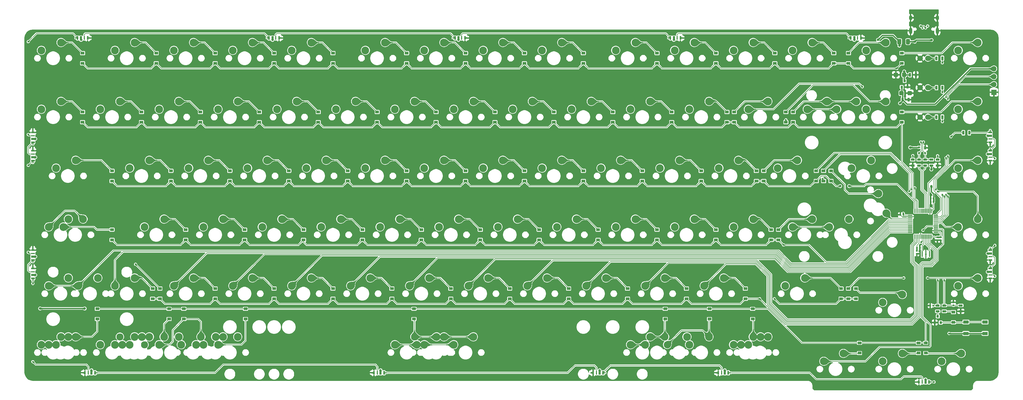
<source format=gbr>
%TF.GenerationSoftware,KiCad,Pcbnew,(5.1.11)-1*%
%TF.CreationDate,2022-07-15T11:42:44+07:00*%
%TF.ProjectId,TX75v2 PCB replacement,54583735-7632-4205-9043-42207265706c,rev?*%
%TF.SameCoordinates,Original*%
%TF.FileFunction,Copper,L2,Bot*%
%TF.FilePolarity,Positive*%
%FSLAX46Y46*%
G04 Gerber Fmt 4.6, Leading zero omitted, Abs format (unit mm)*
G04 Created by KiCad (PCBNEW (5.1.11)-1) date 2022-07-15 11:42:44*
%MOMM*%
%LPD*%
G01*
G04 APERTURE LIST*
%TA.AperFunction,SMDPad,CuDef*%
%ADD10R,1.200000X0.900000*%
%TD*%
%TA.AperFunction,ComponentPad*%
%ADD11C,2.500000*%
%TD*%
%TA.AperFunction,ComponentPad*%
%ADD12C,2.300000*%
%TD*%
%TA.AperFunction,SMDPad,CuDef*%
%ADD13R,1.300000X0.700000*%
%TD*%
%TA.AperFunction,SMDPad,CuDef*%
%ADD14R,0.550000X1.200000*%
%TD*%
%TA.AperFunction,SMDPad,CuDef*%
%ADD15R,0.650000X0.450000*%
%TD*%
%TA.AperFunction,SMDPad,CuDef*%
%ADD16R,0.700000X1.200000*%
%TD*%
%TA.AperFunction,SMDPad,CuDef*%
%ADD17R,0.450000X1.200000*%
%TD*%
%TA.AperFunction,SMDPad,CuDef*%
%ADD18R,1.200000X0.550000*%
%TD*%
%TA.AperFunction,SMDPad,CuDef*%
%ADD19R,0.450000X0.650000*%
%TD*%
%TA.AperFunction,SMDPad,CuDef*%
%ADD20R,1.200000X0.700000*%
%TD*%
%TA.AperFunction,SMDPad,CuDef*%
%ADD21R,1.200000X0.450000*%
%TD*%
%TA.AperFunction,SMDPad,CuDef*%
%ADD22R,1.800000X1.100000*%
%TD*%
%TA.AperFunction,SMDPad,CuDef*%
%ADD23R,0.800000X0.900000*%
%TD*%
%TA.AperFunction,SMDPad,CuDef*%
%ADD24R,0.700000X1.300000*%
%TD*%
%TA.AperFunction,ComponentPad*%
%ADD25O,1.700000X1.700000*%
%TD*%
%TA.AperFunction,ComponentPad*%
%ADD26R,1.700000X1.700000*%
%TD*%
%TA.AperFunction,SMDPad,CuDef*%
%ADD27R,0.400000X1.900000*%
%TD*%
%TA.AperFunction,ComponentPad*%
%ADD28C,2.350000*%
%TD*%
%TA.AperFunction,ComponentPad*%
%ADD29C,1.800000*%
%TD*%
%TA.AperFunction,ComponentPad*%
%ADD30O,1.000000X2.100000*%
%TD*%
%TA.AperFunction,ComponentPad*%
%ADD31O,1.000000X1.600000*%
%TD*%
%TA.AperFunction,SMDPad,CuDef*%
%ADD32R,0.700000X1.000000*%
%TD*%
%TA.AperFunction,SMDPad,CuDef*%
%ADD33R,0.700000X0.600000*%
%TD*%
%TA.AperFunction,ViaPad*%
%ADD34C,0.800000*%
%TD*%
%TA.AperFunction,ViaPad*%
%ADD35C,0.600000*%
%TD*%
%TA.AperFunction,Conductor*%
%ADD36C,0.400000*%
%TD*%
%TA.AperFunction,Conductor*%
%ADD37C,0.200000*%
%TD*%
%TA.AperFunction,Conductor*%
%ADD38C,0.100000*%
%TD*%
%TA.AperFunction,Conductor*%
%ADD39C,0.025400*%
%TD*%
G04 APERTURE END LIST*
D10*
%TO.P,D2,1*%
%TO.N,R5*%
X38374505Y-141217798D03*
%TO.P,D2,2*%
%TO.N,Net-(D2-Pad2)*%
X38374505Y-144517798D03*
%TD*%
D11*
%TO.P,MX107,2*%
%TO.N,C3*%
X35854319Y-150289434D03*
%TO.P,MX107,1*%
%TO.N,Net-(D2-Pad2)*%
X29504319Y-152829434D03*
%TD*%
%TO.P,MX106,2*%
%TO.N,C2*%
X16804143Y-150289274D03*
%TO.P,MX106,1*%
%TO.N,Net-(D20-Pad2)*%
X10454143Y-152829274D03*
%TD*%
D12*
%TO.P,MX105,2*%
%TO.N,Net-(D14-Pad2)*%
X-2245937Y-150289274D03*
D11*
%TO.P,MX105,1*%
%TO.N,C1*%
X-8595937Y-152829274D03*
%TD*%
%TO.P,MX104,2*%
%TO.N,Net-(D8-Pad2)*%
X-21296017Y-150289274D03*
%TO.P,MX104,1*%
%TO.N,C0*%
X-27646017Y-152829274D03*
%TD*%
D13*
%TO.P,R14,2*%
%TO.N,/R-*%
X260152263Y-92934646D03*
%TO.P,R14,1*%
%TO.N,VCC*%
X260152263Y-94834646D03*
%TD*%
D11*
%TO.P,MX99,2*%
%TO.N,Net-(D98-Pad2)*%
X275169608Y-74088874D03*
%TO.P,MX99,1*%
%TO.N,C14*%
X268819608Y-76628874D03*
%TD*%
%TO.P,MX100,2*%
%TO.N,Net-(D99-Pad2)*%
X275169608Y-93138874D03*
%TO.P,MX100,1*%
%TO.N,C14*%
X268819608Y-95678874D03*
%TD*%
D13*
%TO.P,R3,1*%
%TO.N,Boot0*%
X264296031Y-140131650D03*
%TO.P,R3,2*%
%TO.N,Net-(D1-Pad1)*%
X264296031Y-142031650D03*
%TD*%
%TO.P,R2,1*%
%TO.N,NRST*%
X262212432Y-140131650D03*
%TO.P,R2,2*%
%TO.N,Net-(Q1-Pad3)*%
X262212432Y-142031650D03*
%TD*%
D14*
%TO.P,D96,1*%
%TO.N,RGB1*%
X259372056Y-164893986D03*
D15*
X259872056Y-164893986D03*
D14*
%TO.P,D96,2*%
%TO.N,GND*%
X256122056Y-164893986D03*
D15*
X255622056Y-164893986D03*
D16*
%TO.P,D96,4*%
%TO.N,+5V*%
X258247056Y-164893986D03*
D17*
%TO.P,D96,3*%
%TO.N,Net-(D92-Pad1)*%
X257222056Y-164893986D03*
%TD*%
D14*
%TO.P,D95,1*%
%TO.N,Net-(D91-Pad3)*%
X234095475Y-53570455D03*
D15*
X233595475Y-53570455D03*
D14*
%TO.P,D95,2*%
%TO.N,GND*%
X237345475Y-53570455D03*
D15*
X237845475Y-53570455D03*
D16*
%TO.P,D95,4*%
%TO.N,+5V*%
X235220475Y-53570455D03*
D17*
%TO.P,D95,3*%
%TO.N,Net-(D95-Pad3)*%
X236245475Y-53570455D03*
%TD*%
D18*
%TO.P,D94,1*%
%TO.N,Net-(D90-Pad3)*%
X-30384436Y-125442389D03*
D19*
X-30384436Y-125942389D03*
D18*
%TO.P,D94,2*%
%TO.N,GND*%
X-30384436Y-122192389D03*
D19*
X-30384436Y-121692389D03*
D20*
%TO.P,D94,4*%
%TO.N,+5V*%
X-30384436Y-124317389D03*
D21*
%TO.P,D94,3*%
%TO.N,Net-(D79-Pad1)*%
X-30384436Y-123292389D03*
%TD*%
D18*
%TO.P,D93,1*%
%TO.N,Net-(D89-Pad3)*%
X279178324Y-128145519D03*
D19*
X279178324Y-127645519D03*
D18*
%TO.P,D93,2*%
%TO.N,GND*%
X279178324Y-131395519D03*
D19*
X279178324Y-131895519D03*
D20*
%TO.P,D93,4*%
%TO.N,+5V*%
X279178324Y-129270519D03*
D21*
%TO.P,D93,3*%
%TO.N,RGB1*%
X279178324Y-130295519D03*
%TD*%
D14*
%TO.P,D92,1*%
%TO.N,Net-(D92-Pad1)*%
X194482939Y-161917421D03*
D15*
X194982939Y-161917421D03*
D14*
%TO.P,D92,2*%
%TO.N,GND*%
X191232939Y-161917421D03*
D15*
X190732939Y-161917421D03*
D16*
%TO.P,D92,4*%
%TO.N,+5V*%
X193357939Y-161917421D03*
D17*
%TO.P,D92,3*%
%TO.N,Net-(D85-Pad1)*%
X192332939Y-161917421D03*
%TD*%
D14*
%TO.P,D91,1*%
%TO.N,Net-(D84-Pad3)*%
X175754801Y-53570455D03*
D15*
X175254801Y-53570455D03*
D14*
%TO.P,D91,2*%
%TO.N,GND*%
X179004801Y-53570455D03*
D15*
X179504801Y-53570455D03*
D16*
%TO.P,D91,4*%
%TO.N,+5V*%
X176879801Y-53570455D03*
D17*
%TO.P,D91,3*%
%TO.N,Net-(D91-Pad3)*%
X177904801Y-53570455D03*
%TD*%
D18*
%TO.P,D90,1*%
%TO.N,RGB2*%
X-30384436Y-131395519D03*
D19*
X-30384436Y-131895519D03*
D18*
%TO.P,D90,2*%
%TO.N,GND*%
X-30384436Y-128145519D03*
D19*
X-30384436Y-127645519D03*
D20*
%TO.P,D90,4*%
%TO.N,+5V*%
X-30384436Y-130270519D03*
D21*
%TO.P,D90,3*%
%TO.N,Net-(D90-Pad3)*%
X-30384436Y-129245519D03*
%TD*%
D18*
%TO.P,D89,1*%
%TO.N,Net-(D82-Pad3)*%
X279178324Y-122192389D03*
D19*
X279178324Y-121692389D03*
D18*
%TO.P,D89,2*%
%TO.N,GND*%
X279178324Y-125442389D03*
D19*
X279178324Y-125942389D03*
D20*
%TO.P,D89,4*%
%TO.N,+5V*%
X279178324Y-123317389D03*
D21*
%TO.P,D89,3*%
%TO.N,Net-(D89-Pad3)*%
X279178324Y-124342389D03*
%TD*%
D14*
%TO.P,D85,1*%
%TO.N,Net-(D85-Pad1)*%
X154001655Y-161917421D03*
D15*
X154501655Y-161917421D03*
D14*
%TO.P,D85,2*%
%TO.N,GND*%
X150751655Y-161917421D03*
D15*
X150251655Y-161917421D03*
D16*
%TO.P,D85,4*%
%TO.N,+5V*%
X152876655Y-161917421D03*
D17*
%TO.P,D85,3*%
%TO.N,Net-(D81-Pad1)*%
X151851655Y-161917421D03*
%TD*%
D14*
%TO.P,D84,1*%
%TO.N,Net-(D80-Pad3)*%
X106103180Y-53570455D03*
D15*
X105603180Y-53570455D03*
D14*
%TO.P,D84,2*%
%TO.N,GND*%
X109353180Y-53570455D03*
D15*
X109853180Y-53570455D03*
D16*
%TO.P,D84,4*%
%TO.N,+5V*%
X107228180Y-53570455D03*
D17*
%TO.P,D84,3*%
%TO.N,Net-(D84-Pad3)*%
X108253180Y-53570455D03*
%TD*%
D18*
%TO.P,D83,1*%
%TO.N,Net-(D79-Pad3)*%
X-30384436Y-87342357D03*
D19*
X-30384436Y-87842357D03*
D18*
%TO.P,D83,2*%
%TO.N,GND*%
X-30384436Y-84092357D03*
D19*
X-30384436Y-83592357D03*
D20*
%TO.P,D83,4*%
%TO.N,+5V*%
X-30384436Y-86217357D03*
D21*
%TO.P,D83,3*%
%TO.N,RGB3*%
X-30384436Y-85192357D03*
%TD*%
D18*
%TO.P,D82,1*%
%TO.N,Net-(D78-Pad3)*%
X279178324Y-90045487D03*
D19*
X279178324Y-89545487D03*
D18*
%TO.P,D82,2*%
%TO.N,GND*%
X279178324Y-93295487D03*
D19*
X279178324Y-93795487D03*
D20*
%TO.P,D82,4*%
%TO.N,+5V*%
X279178324Y-91170487D03*
D21*
%TO.P,D82,3*%
%TO.N,Net-(D82-Pad3)*%
X279178324Y-92195487D03*
%TD*%
D14*
%TO.P,D81,1*%
%TO.N,Net-(D81-Pad1)*%
X83159408Y-161917421D03*
D15*
X83659408Y-161917421D03*
D14*
%TO.P,D81,2*%
%TO.N,GND*%
X79909408Y-161917421D03*
D15*
X79409408Y-161917421D03*
D16*
%TO.P,D81,4*%
%TO.N,+5V*%
X82034408Y-161917421D03*
D17*
%TO.P,D81,3*%
%TO.N,Net-(D77-Pad1)*%
X81009408Y-161917421D03*
%TD*%
D14*
%TO.P,D80,1*%
%TO.N,Net-(D76-Pad3)*%
X45976567Y-53570455D03*
D15*
X45476567Y-53570455D03*
D14*
%TO.P,D80,2*%
%TO.N,GND*%
X49226567Y-53570455D03*
D15*
X49726567Y-53570455D03*
D16*
%TO.P,D80,4*%
%TO.N,+5V*%
X47101567Y-53570455D03*
D17*
%TO.P,D80,3*%
%TO.N,Net-(D80-Pad3)*%
X48126567Y-53570455D03*
%TD*%
D18*
%TO.P,D79,1*%
%TO.N,Net-(D79-Pad1)*%
X-30384436Y-93295487D03*
D19*
X-30384436Y-93795487D03*
D18*
%TO.P,D79,2*%
%TO.N,GND*%
X-30384436Y-90045487D03*
D19*
X-30384436Y-89545487D03*
D20*
%TO.P,D79,4*%
%TO.N,+5V*%
X-30384436Y-92170487D03*
D21*
%TO.P,D79,3*%
%TO.N,Net-(D79-Pad3)*%
X-30384436Y-91145487D03*
%TD*%
D18*
%TO.P,D78,1*%
%TO.N,RGBLED*%
X279178324Y-84092357D03*
D19*
X279178324Y-83592357D03*
D18*
%TO.P,D78,2*%
%TO.N,GND*%
X279178324Y-87342357D03*
D19*
X279178324Y-87842357D03*
D20*
%TO.P,D78,4*%
%TO.N,+5V*%
X279178324Y-85217357D03*
D21*
%TO.P,D78,3*%
%TO.N,Net-(D78-Pad3)*%
X279178324Y-86242357D03*
%TD*%
D14*
%TO.P,D77,1*%
%TO.N,Net-(D77-Pad1)*%
X-10304733Y-161917421D03*
D15*
X-9804733Y-161917421D03*
D14*
%TO.P,D77,2*%
%TO.N,GND*%
X-13554733Y-161917421D03*
D15*
X-14054733Y-161917421D03*
D16*
%TO.P,D77,4*%
%TO.N,+5V*%
X-11429733Y-161917421D03*
D17*
%TO.P,D77,3*%
%TO.N,RGB2*%
X-12454733Y-161917421D03*
%TD*%
D14*
%TO.P,D76,1*%
%TO.N,RGB3*%
X-15935985Y-53570455D03*
D15*
X-16435985Y-53570455D03*
D14*
%TO.P,D76,2*%
%TO.N,GND*%
X-12685985Y-53570455D03*
D15*
X-12185985Y-53570455D03*
D16*
%TO.P,D76,4*%
%TO.N,+5V*%
X-14810985Y-53570455D03*
D17*
%TO.P,D76,3*%
%TO.N,Net-(D76-Pad3)*%
X-13785985Y-53570455D03*
%TD*%
D22*
%TO.P,SW1,1*%
%TO.N,VCC*%
X277516369Y-149182447D03*
%TO.P,SW1,2*%
%TO.N,Net-(D1-Pad2)*%
X271316369Y-145482447D03*
X277516369Y-145482447D03*
%TO.P,SW1,1*%
%TO.N,VCC*%
X271316369Y-149182447D03*
%TD*%
D13*
%TO.P,R1,2*%
%TO.N,GND*%
X269653857Y-142031650D03*
%TO.P,R1,1*%
%TO.N,Boot0*%
X269653857Y-140131650D03*
%TD*%
D23*
%TO.P,Q1,3*%
%TO.N,Net-(Q1-Pad3)*%
X262212432Y-143653534D03*
%TO.P,Q1,2*%
%TO.N,GND*%
X261262432Y-145653534D03*
%TO.P,Q1,1*%
%TO.N,Net-(D1-Pad2)*%
X263162432Y-145653534D03*
%TD*%
D10*
%TO.P,D1,1*%
%TO.N,Net-(D1-Pad1)*%
X267272601Y-142288874D03*
%TO.P,D1,2*%
%TO.N,Net-(D1-Pad2)*%
X267272601Y-145588874D03*
%TD*%
%TO.P,C2,1*%
%TO.N,Boot0*%
%TA.AperFunction,SMDPad,CuDef*%
G36*
G01*
X267442601Y-140353365D02*
X267102601Y-140353365D01*
G75*
G02*
X266962601Y-140213365I0J140000D01*
G01*
X266962601Y-139933365D01*
G75*
G02*
X267102601Y-139793365I140000J0D01*
G01*
X267442601Y-139793365D01*
G75*
G02*
X267582601Y-139933365I0J-140000D01*
G01*
X267582601Y-140213365D01*
G75*
G02*
X267442601Y-140353365I-140000J0D01*
G01*
G37*
%TD.AperFunction*%
%TO.P,C2,2*%
%TO.N,GND*%
%TA.AperFunction,SMDPad,CuDef*%
G36*
G01*
X267442601Y-139393365D02*
X267102601Y-139393365D01*
G75*
G02*
X266962601Y-139253365I0J140000D01*
G01*
X266962601Y-138973365D01*
G75*
G02*
X267102601Y-138833365I140000J0D01*
G01*
X267442601Y-138833365D01*
G75*
G02*
X267582601Y-138973365I0J-140000D01*
G01*
X267582601Y-139253365D01*
G75*
G02*
X267442601Y-139393365I-140000J0D01*
G01*
G37*
%TD.AperFunction*%
%TD*%
%TO.P,C1,2*%
%TO.N,NRST*%
%TA.AperFunction,SMDPad,CuDef*%
G36*
G01*
X260444147Y-140358679D02*
X260444147Y-140018679D01*
G75*
G02*
X260584147Y-139878679I140000J0D01*
G01*
X260864147Y-139878679D01*
G75*
G02*
X261004147Y-140018679I0J-140000D01*
G01*
X261004147Y-140358679D01*
G75*
G02*
X260864147Y-140498679I-140000J0D01*
G01*
X260584147Y-140498679D01*
G75*
G02*
X260444147Y-140358679I0J140000D01*
G01*
G37*
%TD.AperFunction*%
%TO.P,C1,1*%
%TO.N,GND*%
%TA.AperFunction,SMDPad,CuDef*%
G36*
G01*
X259484147Y-140358679D02*
X259484147Y-140018679D01*
G75*
G02*
X259624147Y-139878679I140000J0D01*
G01*
X259904147Y-139878679D01*
G75*
G02*
X260044147Y-140018679I0J-140000D01*
G01*
X260044147Y-140358679D01*
G75*
G02*
X259904147Y-140498679I-140000J0D01*
G01*
X259624147Y-140498679D01*
G75*
G02*
X259484147Y-140358679I0J140000D01*
G01*
G37*
%TD.AperFunction*%
%TD*%
%TO.P,C10,2*%
%TO.N,VCC*%
%TA.AperFunction,SMDPad,CuDef*%
G36*
G01*
X263353983Y-118338874D02*
X263013983Y-118338874D01*
G75*
G02*
X262873983Y-118198874I0J140000D01*
G01*
X262873983Y-117918874D01*
G75*
G02*
X263013983Y-117778874I140000J0D01*
G01*
X263353983Y-117778874D01*
G75*
G02*
X263493983Y-117918874I0J-140000D01*
G01*
X263493983Y-118198874D01*
G75*
G02*
X263353983Y-118338874I-140000J0D01*
G01*
G37*
%TD.AperFunction*%
%TO.P,C10,1*%
%TO.N,GND*%
%TA.AperFunction,SMDPad,CuDef*%
G36*
G01*
X263353983Y-119298874D02*
X263013983Y-119298874D01*
G75*
G02*
X262873983Y-119158874I0J140000D01*
G01*
X262873983Y-118878874D01*
G75*
G02*
X263013983Y-118738874I140000J0D01*
G01*
X263353983Y-118738874D01*
G75*
G02*
X263493983Y-118878874I0J-140000D01*
G01*
X263493983Y-119158874D01*
G75*
G02*
X263353983Y-119298874I-140000J0D01*
G01*
G37*
%TD.AperFunction*%
%TD*%
%TO.P,C4,2*%
%TO.N,VCC*%
%TA.AperFunction,SMDPad,CuDef*%
G36*
G01*
X260589983Y-105623903D02*
X260589983Y-105283903D01*
G75*
G02*
X260729983Y-105143903I140000J0D01*
G01*
X261009983Y-105143903D01*
G75*
G02*
X261149983Y-105283903I0J-140000D01*
G01*
X261149983Y-105623903D01*
G75*
G02*
X261009983Y-105763903I-140000J0D01*
G01*
X260729983Y-105763903D01*
G75*
G02*
X260589983Y-105623903I0J140000D01*
G01*
G37*
%TD.AperFunction*%
%TO.P,C4,1*%
%TO.N,GND*%
%TA.AperFunction,SMDPad,CuDef*%
G36*
G01*
X259629983Y-105623903D02*
X259629983Y-105283903D01*
G75*
G02*
X259769983Y-105143903I140000J0D01*
G01*
X260049983Y-105143903D01*
G75*
G02*
X260189983Y-105283903I0J-140000D01*
G01*
X260189983Y-105623903D01*
G75*
G02*
X260049983Y-105763903I-140000J0D01*
G01*
X259769983Y-105763903D01*
G75*
G02*
X259629983Y-105623903I0J140000D01*
G01*
G37*
%TD.AperFunction*%
%TD*%
%TO.P,F1,2*%
%TO.N,Net-(F1-Pad2)*%
%TA.AperFunction,SMDPad,CuDef*%
G36*
G01*
X251974123Y-55386120D02*
X251974123Y-54136120D01*
G75*
G02*
X252224123Y-53886120I250000J0D01*
G01*
X252974123Y-53886120D01*
G75*
G02*
X253224123Y-54136120I0J-250000D01*
G01*
X253224123Y-55386120D01*
G75*
G02*
X252974123Y-55636120I-250000J0D01*
G01*
X252224123Y-55636120D01*
G75*
G02*
X251974123Y-55386120I0J250000D01*
G01*
G37*
%TD.AperFunction*%
%TO.P,F1,1*%
%TO.N,+5V*%
%TA.AperFunction,SMDPad,CuDef*%
G36*
G01*
X249174123Y-55386120D02*
X249174123Y-54136120D01*
G75*
G02*
X249424123Y-53886120I250000J0D01*
G01*
X250174123Y-53886120D01*
G75*
G02*
X250424123Y-54136120I0J-250000D01*
G01*
X250424123Y-55386120D01*
G75*
G02*
X250174123Y-55636120I-250000J0D01*
G01*
X249424123Y-55636120D01*
G75*
G02*
X249174123Y-55386120I0J250000D01*
G01*
G37*
%TD.AperFunction*%
%TD*%
D11*
%TO.P,MX89,2*%
%TO.N,Net-(D71-Pad2)*%
X245403983Y-55038874D03*
%TO.P,MX89,1*%
%TO.N,C13*%
X239053983Y-57578874D03*
%TD*%
D24*
%TO.P,R10,1*%
%TO.N,VCC*%
X250844437Y-73513511D03*
%TO.P,R10,2*%
%TO.N,GND*%
X252744437Y-73513511D03*
%TD*%
%TO.P,R8,1*%
%TO.N,+5V*%
X253225693Y-65476772D03*
%TO.P,R8,2*%
%TO.N,GND*%
X255125693Y-65476772D03*
%TD*%
D25*
%TO.P,J1,4*%
%TO.N,VCC*%
X280369507Y-63512255D03*
%TO.P,J1,3*%
%TO.N,SWDIO*%
X280369507Y-66052255D03*
%TO.P,J1,2*%
%TO.N,SWCLK*%
X280369507Y-68592255D03*
D26*
%TO.P,J1,1*%
%TO.N,GND*%
X280369507Y-71132255D03*
%TD*%
%TO.P,C12,2*%
%TO.N,GND*%
%TA.AperFunction,SMDPad,CuDef*%
G36*
G01*
X252444437Y-71854913D02*
X252444437Y-71004911D01*
G75*
G02*
X252694436Y-70754912I249999J0D01*
G01*
X253594438Y-70754912D01*
G75*
G02*
X253844437Y-71004911I0J-249999D01*
G01*
X253844437Y-71854913D01*
G75*
G02*
X253594438Y-72104912I-249999J0D01*
G01*
X252694436Y-72104912D01*
G75*
G02*
X252444437Y-71854913I0J249999D01*
G01*
G37*
%TD.AperFunction*%
%TO.P,C12,1*%
%TO.N,VCC*%
%TA.AperFunction,SMDPad,CuDef*%
G36*
G01*
X249744437Y-71854913D02*
X249744437Y-71004911D01*
G75*
G02*
X249994436Y-70754912I249999J0D01*
G01*
X250894438Y-70754912D01*
G75*
G02*
X251144437Y-71004911I0J-249999D01*
G01*
X251144437Y-71854913D01*
G75*
G02*
X250894438Y-72104912I-249999J0D01*
G01*
X249994436Y-72104912D01*
G75*
G02*
X249744437Y-71854913I0J249999D01*
G01*
G37*
%TD.AperFunction*%
%TD*%
%TO.P,C11,2*%
%TO.N,GND*%
%TA.AperFunction,SMDPad,CuDef*%
G36*
G01*
X249358495Y-65051771D02*
X249358495Y-65901773D01*
G75*
G02*
X249108496Y-66151772I-249999J0D01*
G01*
X248208494Y-66151772D01*
G75*
G02*
X247958495Y-65901773I0J249999D01*
G01*
X247958495Y-65051771D01*
G75*
G02*
X248208494Y-64801772I249999J0D01*
G01*
X249108496Y-64801772D01*
G75*
G02*
X249358495Y-65051771I0J-249999D01*
G01*
G37*
%TD.AperFunction*%
%TO.P,C11,1*%
%TO.N,+5V*%
%TA.AperFunction,SMDPad,CuDef*%
G36*
G01*
X252058495Y-65051771D02*
X252058495Y-65901773D01*
G75*
G02*
X251808496Y-66151772I-249999J0D01*
G01*
X250908494Y-66151772D01*
G75*
G02*
X250658495Y-65901773I0J249999D01*
G01*
X250658495Y-65051771D01*
G75*
G02*
X250908494Y-64801772I249999J0D01*
G01*
X251808496Y-64801772D01*
G75*
G02*
X252058495Y-65051771I0J-249999D01*
G01*
G37*
%TD.AperFunction*%
%TD*%
D10*
%TO.P,D100,1*%
%TO.N,R3*%
X225302964Y-99869042D03*
%TO.P,D100,2*%
%TO.N,Net-(D100-Pad2)*%
X225302964Y-96569042D03*
%TD*%
%TO.P,D108,1*%
%TO.N,R5*%
X92845599Y-141217659D03*
%TO.P,D108,2*%
%TO.N,Net-(D108-Pad2)*%
X92845599Y-144517659D03*
%TD*%
%TO.P,D102,2*%
%TO.N,Net-(D102-Pad2)*%
X174105960Y-144517798D03*
%TO.P,D102,1*%
%TO.N,R5*%
X174105960Y-141217798D03*
%TD*%
%TO.P,D107,1*%
%TO.N,R5*%
X258342891Y-152230900D03*
%TO.P,D107,2*%
%TO.N,Net-(D107-Pad2)*%
X258342891Y-155530900D03*
%TD*%
%TO.P,D106,1*%
%TO.N,R5*%
X255961635Y-152230900D03*
%TO.P,D106,2*%
%TO.N,Net-(D106-Pad2)*%
X255961635Y-155530900D03*
%TD*%
%TO.P,D105,1*%
%TO.N,R5*%
X236911587Y-152230900D03*
%TO.P,D105,2*%
%TO.N,Net-(D105-Pad2)*%
X236911587Y-155530900D03*
%TD*%
%TO.P,D104,1*%
%TO.N,R5*%
X202383375Y-141217659D03*
%TO.P,D104,2*%
%TO.N,Net-(D104-Pad2)*%
X202383375Y-144517659D03*
%TD*%
%TO.P,D103,1*%
%TO.N,R5*%
X188394137Y-141217798D03*
%TO.P,D103,2*%
%TO.N,Net-(D103-Pad2)*%
X188394137Y-144517798D03*
%TD*%
D27*
%TO.P,Y1,3*%
%TO.N,HSE_0*%
X259542891Y-123519887D03*
%TO.P,Y1,2*%
%TO.N,GND*%
X258342891Y-123519887D03*
%TO.P,Y1,1*%
%TO.N,HSE_1*%
X257142891Y-123519887D03*
%TD*%
D10*
%TO.P,D101,1*%
%TO.N,R4*%
X233339703Y-137969138D03*
%TO.P,D101,2*%
%TO.N,Net-(D101-Pad2)*%
X233339703Y-134669138D03*
%TD*%
%TO.P,D99,1*%
%TO.N,R2*%
X222921708Y-99869042D03*
%TO.P,D99,2*%
%TO.N,Net-(D99-Pad2)*%
X222921708Y-96569042D03*
%TD*%
%TO.P,D98,1*%
%TO.N,R1*%
X250603809Y-80818946D03*
%TO.P,D98,2*%
%TO.N,Net-(D98-Pad2)*%
X250603809Y-77518946D03*
%TD*%
%TO.P,U1,48*%
%TO.N,VCC*%
%TA.AperFunction,SMDPad,CuDef*%
G36*
G01*
X262274920Y-116597206D02*
X260949920Y-116597206D01*
G75*
G02*
X260874920Y-116522206I0J75000D01*
G01*
X260874920Y-116372206D01*
G75*
G02*
X260949920Y-116297206I75000J0D01*
G01*
X262274920Y-116297206D01*
G75*
G02*
X262349920Y-116372206I0J-75000D01*
G01*
X262349920Y-116522206D01*
G75*
G02*
X262274920Y-116597206I-75000J0D01*
G01*
G37*
%TD.AperFunction*%
%TO.P,U1,47*%
%TO.N,GND*%
%TA.AperFunction,SMDPad,CuDef*%
G36*
G01*
X262274920Y-116097206D02*
X260949920Y-116097206D01*
G75*
G02*
X260874920Y-116022206I0J75000D01*
G01*
X260874920Y-115872206D01*
G75*
G02*
X260949920Y-115797206I75000J0D01*
G01*
X262274920Y-115797206D01*
G75*
G02*
X262349920Y-115872206I0J-75000D01*
G01*
X262349920Y-116022206D01*
G75*
G02*
X262274920Y-116097206I-75000J0D01*
G01*
G37*
%TD.AperFunction*%
%TO.P,U1,46*%
%TO.N,C12*%
%TA.AperFunction,SMDPad,CuDef*%
G36*
G01*
X262274920Y-115597206D02*
X260949920Y-115597206D01*
G75*
G02*
X260874920Y-115522206I0J75000D01*
G01*
X260874920Y-115372206D01*
G75*
G02*
X260949920Y-115297206I75000J0D01*
G01*
X262274920Y-115297206D01*
G75*
G02*
X262349920Y-115372206I0J-75000D01*
G01*
X262349920Y-115522206D01*
G75*
G02*
X262274920Y-115597206I-75000J0D01*
G01*
G37*
%TD.AperFunction*%
%TO.P,U1,45*%
%TO.N,Net-(U1-Pad45)*%
%TA.AperFunction,SMDPad,CuDef*%
G36*
G01*
X262274920Y-115097206D02*
X260949920Y-115097206D01*
G75*
G02*
X260874920Y-115022206I0J75000D01*
G01*
X260874920Y-114872206D01*
G75*
G02*
X260949920Y-114797206I75000J0D01*
G01*
X262274920Y-114797206D01*
G75*
G02*
X262349920Y-114872206I0J-75000D01*
G01*
X262349920Y-115022206D01*
G75*
G02*
X262274920Y-115097206I-75000J0D01*
G01*
G37*
%TD.AperFunction*%
%TO.P,U1,44*%
%TO.N,Boot0*%
%TA.AperFunction,SMDPad,CuDef*%
G36*
G01*
X262274920Y-114597206D02*
X260949920Y-114597206D01*
G75*
G02*
X260874920Y-114522206I0J75000D01*
G01*
X260874920Y-114372206D01*
G75*
G02*
X260949920Y-114297206I75000J0D01*
G01*
X262274920Y-114297206D01*
G75*
G02*
X262349920Y-114372206I0J-75000D01*
G01*
X262349920Y-114522206D01*
G75*
G02*
X262274920Y-114597206I-75000J0D01*
G01*
G37*
%TD.AperFunction*%
%TO.P,U1,43*%
%TO.N,Net-(U1-Pad43)*%
%TA.AperFunction,SMDPad,CuDef*%
G36*
G01*
X262274920Y-114097206D02*
X260949920Y-114097206D01*
G75*
G02*
X260874920Y-114022206I0J75000D01*
G01*
X260874920Y-113872206D01*
G75*
G02*
X260949920Y-113797206I75000J0D01*
G01*
X262274920Y-113797206D01*
G75*
G02*
X262349920Y-113872206I0J-75000D01*
G01*
X262349920Y-114022206D01*
G75*
G02*
X262274920Y-114097206I-75000J0D01*
G01*
G37*
%TD.AperFunction*%
%TO.P,U1,42*%
%TO.N,C14*%
%TA.AperFunction,SMDPad,CuDef*%
G36*
G01*
X262274920Y-113597206D02*
X260949920Y-113597206D01*
G75*
G02*
X260874920Y-113522206I0J75000D01*
G01*
X260874920Y-113372206D01*
G75*
G02*
X260949920Y-113297206I75000J0D01*
G01*
X262274920Y-113297206D01*
G75*
G02*
X262349920Y-113372206I0J-75000D01*
G01*
X262349920Y-113522206D01*
G75*
G02*
X262274920Y-113597206I-75000J0D01*
G01*
G37*
%TD.AperFunction*%
%TO.P,U1,41*%
%TO.N,Net-(R9-Pad2)*%
%TA.AperFunction,SMDPad,CuDef*%
G36*
G01*
X262274920Y-113097206D02*
X260949920Y-113097206D01*
G75*
G02*
X260874920Y-113022206I0J75000D01*
G01*
X260874920Y-112872206D01*
G75*
G02*
X260949920Y-112797206I75000J0D01*
G01*
X262274920Y-112797206D01*
G75*
G02*
X262349920Y-112872206I0J-75000D01*
G01*
X262349920Y-113022206D01*
G75*
G02*
X262274920Y-113097206I-75000J0D01*
G01*
G37*
%TD.AperFunction*%
%TO.P,U1,40*%
%TO.N,indicator3*%
%TA.AperFunction,SMDPad,CuDef*%
G36*
G01*
X262274920Y-112597206D02*
X260949920Y-112597206D01*
G75*
G02*
X260874920Y-112522206I0J75000D01*
G01*
X260874920Y-112372206D01*
G75*
G02*
X260949920Y-112297206I75000J0D01*
G01*
X262274920Y-112297206D01*
G75*
G02*
X262349920Y-112372206I0J-75000D01*
G01*
X262349920Y-112522206D01*
G75*
G02*
X262274920Y-112597206I-75000J0D01*
G01*
G37*
%TD.AperFunction*%
%TO.P,U1,39*%
%TO.N,indicator2*%
%TA.AperFunction,SMDPad,CuDef*%
G36*
G01*
X262274920Y-112097206D02*
X260949920Y-112097206D01*
G75*
G02*
X260874920Y-112022206I0J75000D01*
G01*
X260874920Y-111872206D01*
G75*
G02*
X260949920Y-111797206I75000J0D01*
G01*
X262274920Y-111797206D01*
G75*
G02*
X262349920Y-111872206I0J-75000D01*
G01*
X262349920Y-112022206D01*
G75*
G02*
X262274920Y-112097206I-75000J0D01*
G01*
G37*
%TD.AperFunction*%
%TO.P,U1,38*%
%TO.N,indicator1*%
%TA.AperFunction,SMDPad,CuDef*%
G36*
G01*
X262274920Y-111597206D02*
X260949920Y-111597206D01*
G75*
G02*
X260874920Y-111522206I0J75000D01*
G01*
X260874920Y-111372206D01*
G75*
G02*
X260949920Y-111297206I75000J0D01*
G01*
X262274920Y-111297206D01*
G75*
G02*
X262349920Y-111372206I0J-75000D01*
G01*
X262349920Y-111522206D01*
G75*
G02*
X262274920Y-111597206I-75000J0D01*
G01*
G37*
%TD.AperFunction*%
%TO.P,U1,37*%
%TO.N,SWCLK*%
%TA.AperFunction,SMDPad,CuDef*%
G36*
G01*
X262274920Y-111097206D02*
X260949920Y-111097206D01*
G75*
G02*
X260874920Y-111022206I0J75000D01*
G01*
X260874920Y-110872206D01*
G75*
G02*
X260949920Y-110797206I75000J0D01*
G01*
X262274920Y-110797206D01*
G75*
G02*
X262349920Y-110872206I0J-75000D01*
G01*
X262349920Y-111022206D01*
G75*
G02*
X262274920Y-111097206I-75000J0D01*
G01*
G37*
%TD.AperFunction*%
%TO.P,U1,36*%
%TO.N,VCC*%
%TA.AperFunction,SMDPad,CuDef*%
G36*
G01*
X260274920Y-110272206D02*
X260124920Y-110272206D01*
G75*
G02*
X260049920Y-110197206I0J75000D01*
G01*
X260049920Y-108872206D01*
G75*
G02*
X260124920Y-108797206I75000J0D01*
G01*
X260274920Y-108797206D01*
G75*
G02*
X260349920Y-108872206I0J-75000D01*
G01*
X260349920Y-110197206D01*
G75*
G02*
X260274920Y-110272206I-75000J0D01*
G01*
G37*
%TD.AperFunction*%
%TO.P,U1,35*%
%TO.N,GND*%
%TA.AperFunction,SMDPad,CuDef*%
G36*
G01*
X259774920Y-110272206D02*
X259624920Y-110272206D01*
G75*
G02*
X259549920Y-110197206I0J75000D01*
G01*
X259549920Y-108872206D01*
G75*
G02*
X259624920Y-108797206I75000J0D01*
G01*
X259774920Y-108797206D01*
G75*
G02*
X259849920Y-108872206I0J-75000D01*
G01*
X259849920Y-110197206D01*
G75*
G02*
X259774920Y-110272206I-75000J0D01*
G01*
G37*
%TD.AperFunction*%
%TO.P,U1,34*%
%TO.N,SWDIO*%
%TA.AperFunction,SMDPad,CuDef*%
G36*
G01*
X259274920Y-110272206D02*
X259124920Y-110272206D01*
G75*
G02*
X259049920Y-110197206I0J75000D01*
G01*
X259049920Y-108872206D01*
G75*
G02*
X259124920Y-108797206I75000J0D01*
G01*
X259274920Y-108797206D01*
G75*
G02*
X259349920Y-108872206I0J-75000D01*
G01*
X259349920Y-110197206D01*
G75*
G02*
X259274920Y-110272206I-75000J0D01*
G01*
G37*
%TD.AperFunction*%
%TO.P,U1,33*%
%TO.N,D+*%
%TA.AperFunction,SMDPad,CuDef*%
G36*
G01*
X258774920Y-110272206D02*
X258624920Y-110272206D01*
G75*
G02*
X258549920Y-110197206I0J75000D01*
G01*
X258549920Y-108872206D01*
G75*
G02*
X258624920Y-108797206I75000J0D01*
G01*
X258774920Y-108797206D01*
G75*
G02*
X258849920Y-108872206I0J-75000D01*
G01*
X258849920Y-110197206D01*
G75*
G02*
X258774920Y-110272206I-75000J0D01*
G01*
G37*
%TD.AperFunction*%
%TO.P,U1,32*%
%TO.N,D-*%
%TA.AperFunction,SMDPad,CuDef*%
G36*
G01*
X258274920Y-110272206D02*
X258124920Y-110272206D01*
G75*
G02*
X258049920Y-110197206I0J75000D01*
G01*
X258049920Y-108872206D01*
G75*
G02*
X258124920Y-108797206I75000J0D01*
G01*
X258274920Y-108797206D01*
G75*
G02*
X258349920Y-108872206I0J-75000D01*
G01*
X258349920Y-110197206D01*
G75*
G02*
X258274920Y-110272206I-75000J0D01*
G01*
G37*
%TD.AperFunction*%
%TO.P,U1,31*%
%TO.N,Net-(U1-Pad31)*%
%TA.AperFunction,SMDPad,CuDef*%
G36*
G01*
X257774920Y-110272206D02*
X257624920Y-110272206D01*
G75*
G02*
X257549920Y-110197206I0J75000D01*
G01*
X257549920Y-108872206D01*
G75*
G02*
X257624920Y-108797206I75000J0D01*
G01*
X257774920Y-108797206D01*
G75*
G02*
X257849920Y-108872206I0J-75000D01*
G01*
X257849920Y-110197206D01*
G75*
G02*
X257774920Y-110272206I-75000J0D01*
G01*
G37*
%TD.AperFunction*%
%TO.P,U1,30*%
%TO.N,Net-(U1-Pad30)*%
%TA.AperFunction,SMDPad,CuDef*%
G36*
G01*
X257274920Y-110272206D02*
X257124920Y-110272206D01*
G75*
G02*
X257049920Y-110197206I0J75000D01*
G01*
X257049920Y-108872206D01*
G75*
G02*
X257124920Y-108797206I75000J0D01*
G01*
X257274920Y-108797206D01*
G75*
G02*
X257349920Y-108872206I0J-75000D01*
G01*
X257349920Y-110197206D01*
G75*
G02*
X257274920Y-110272206I-75000J0D01*
G01*
G37*
%TD.AperFunction*%
%TO.P,U1,29*%
%TO.N,Net-(U1-Pad29)*%
%TA.AperFunction,SMDPad,CuDef*%
G36*
G01*
X256774920Y-110272206D02*
X256624920Y-110272206D01*
G75*
G02*
X256549920Y-110197206I0J75000D01*
G01*
X256549920Y-108872206D01*
G75*
G02*
X256624920Y-108797206I75000J0D01*
G01*
X256774920Y-108797206D01*
G75*
G02*
X256849920Y-108872206I0J-75000D01*
G01*
X256849920Y-110197206D01*
G75*
G02*
X256774920Y-110272206I-75000J0D01*
G01*
G37*
%TD.AperFunction*%
%TO.P,U1,28*%
%TO.N,Net-(U1-Pad28)*%
%TA.AperFunction,SMDPad,CuDef*%
G36*
G01*
X256274920Y-110272206D02*
X256124920Y-110272206D01*
G75*
G02*
X256049920Y-110197206I0J75000D01*
G01*
X256049920Y-108872206D01*
G75*
G02*
X256124920Y-108797206I75000J0D01*
G01*
X256274920Y-108797206D01*
G75*
G02*
X256349920Y-108872206I0J-75000D01*
G01*
X256349920Y-110197206D01*
G75*
G02*
X256274920Y-110272206I-75000J0D01*
G01*
G37*
%TD.AperFunction*%
%TO.P,U1,27*%
%TO.N,R0*%
%TA.AperFunction,SMDPad,CuDef*%
G36*
G01*
X255774920Y-110272206D02*
X255624920Y-110272206D01*
G75*
G02*
X255549920Y-110197206I0J75000D01*
G01*
X255549920Y-108872206D01*
G75*
G02*
X255624920Y-108797206I75000J0D01*
G01*
X255774920Y-108797206D01*
G75*
G02*
X255849920Y-108872206I0J-75000D01*
G01*
X255849920Y-110197206D01*
G75*
G02*
X255774920Y-110272206I-75000J0D01*
G01*
G37*
%TD.AperFunction*%
%TO.P,U1,26*%
%TO.N,R1*%
%TA.AperFunction,SMDPad,CuDef*%
G36*
G01*
X255274920Y-110272206D02*
X255124920Y-110272206D01*
G75*
G02*
X255049920Y-110197206I0J75000D01*
G01*
X255049920Y-108872206D01*
G75*
G02*
X255124920Y-108797206I75000J0D01*
G01*
X255274920Y-108797206D01*
G75*
G02*
X255349920Y-108872206I0J-75000D01*
G01*
X255349920Y-110197206D01*
G75*
G02*
X255274920Y-110272206I-75000J0D01*
G01*
G37*
%TD.AperFunction*%
%TO.P,U1,25*%
%TO.N,R2*%
%TA.AperFunction,SMDPad,CuDef*%
G36*
G01*
X254774920Y-110272206D02*
X254624920Y-110272206D01*
G75*
G02*
X254549920Y-110197206I0J75000D01*
G01*
X254549920Y-108872206D01*
G75*
G02*
X254624920Y-108797206I75000J0D01*
G01*
X254774920Y-108797206D01*
G75*
G02*
X254849920Y-108872206I0J-75000D01*
G01*
X254849920Y-110197206D01*
G75*
G02*
X254774920Y-110272206I-75000J0D01*
G01*
G37*
%TD.AperFunction*%
%TO.P,U1,24*%
%TO.N,VCC*%
%TA.AperFunction,SMDPad,CuDef*%
G36*
G01*
X253949920Y-111097206D02*
X252624920Y-111097206D01*
G75*
G02*
X252549920Y-111022206I0J75000D01*
G01*
X252549920Y-110872206D01*
G75*
G02*
X252624920Y-110797206I75000J0D01*
G01*
X253949920Y-110797206D01*
G75*
G02*
X254024920Y-110872206I0J-75000D01*
G01*
X254024920Y-111022206D01*
G75*
G02*
X253949920Y-111097206I-75000J0D01*
G01*
G37*
%TD.AperFunction*%
%TO.P,U1,23*%
%TO.N,GND*%
%TA.AperFunction,SMDPad,CuDef*%
G36*
G01*
X253949920Y-111597206D02*
X252624920Y-111597206D01*
G75*
G02*
X252549920Y-111522206I0J75000D01*
G01*
X252549920Y-111372206D01*
G75*
G02*
X252624920Y-111297206I75000J0D01*
G01*
X253949920Y-111297206D01*
G75*
G02*
X254024920Y-111372206I0J-75000D01*
G01*
X254024920Y-111522206D01*
G75*
G02*
X253949920Y-111597206I-75000J0D01*
G01*
G37*
%TD.AperFunction*%
%TO.P,U1,22*%
%TO.N,C13*%
%TA.AperFunction,SMDPad,CuDef*%
G36*
G01*
X253949920Y-112097206D02*
X252624920Y-112097206D01*
G75*
G02*
X252549920Y-112022206I0J75000D01*
G01*
X252549920Y-111872206D01*
G75*
G02*
X252624920Y-111797206I75000J0D01*
G01*
X253949920Y-111797206D01*
G75*
G02*
X254024920Y-111872206I0J-75000D01*
G01*
X254024920Y-112022206D01*
G75*
G02*
X253949920Y-112097206I-75000J0D01*
G01*
G37*
%TD.AperFunction*%
%TO.P,U1,21*%
%TO.N,R3*%
%TA.AperFunction,SMDPad,CuDef*%
G36*
G01*
X253949920Y-112597206D02*
X252624920Y-112597206D01*
G75*
G02*
X252549920Y-112522206I0J75000D01*
G01*
X252549920Y-112372206D01*
G75*
G02*
X252624920Y-112297206I75000J0D01*
G01*
X253949920Y-112297206D01*
G75*
G02*
X254024920Y-112372206I0J-75000D01*
G01*
X254024920Y-112522206D01*
G75*
G02*
X253949920Y-112597206I-75000J0D01*
G01*
G37*
%TD.AperFunction*%
%TO.P,U1,20*%
%TO.N,C0*%
%TA.AperFunction,SMDPad,CuDef*%
G36*
G01*
X253949920Y-113097206D02*
X252624920Y-113097206D01*
G75*
G02*
X252549920Y-113022206I0J75000D01*
G01*
X252549920Y-112872206D01*
G75*
G02*
X252624920Y-112797206I75000J0D01*
G01*
X253949920Y-112797206D01*
G75*
G02*
X254024920Y-112872206I0J-75000D01*
G01*
X254024920Y-113022206D01*
G75*
G02*
X253949920Y-113097206I-75000J0D01*
G01*
G37*
%TD.AperFunction*%
%TO.P,U1,19*%
%TO.N,C1*%
%TA.AperFunction,SMDPad,CuDef*%
G36*
G01*
X253949920Y-113597206D02*
X252624920Y-113597206D01*
G75*
G02*
X252549920Y-113522206I0J75000D01*
G01*
X252549920Y-113372206D01*
G75*
G02*
X252624920Y-113297206I75000J0D01*
G01*
X253949920Y-113297206D01*
G75*
G02*
X254024920Y-113372206I0J-75000D01*
G01*
X254024920Y-113522206D01*
G75*
G02*
X253949920Y-113597206I-75000J0D01*
G01*
G37*
%TD.AperFunction*%
%TO.P,U1,18*%
%TO.N,C2*%
%TA.AperFunction,SMDPad,CuDef*%
G36*
G01*
X253949920Y-114097206D02*
X252624920Y-114097206D01*
G75*
G02*
X252549920Y-114022206I0J75000D01*
G01*
X252549920Y-113872206D01*
G75*
G02*
X252624920Y-113797206I75000J0D01*
G01*
X253949920Y-113797206D01*
G75*
G02*
X254024920Y-113872206I0J-75000D01*
G01*
X254024920Y-114022206D01*
G75*
G02*
X253949920Y-114097206I-75000J0D01*
G01*
G37*
%TD.AperFunction*%
%TO.P,U1,17*%
%TO.N,C3*%
%TA.AperFunction,SMDPad,CuDef*%
G36*
G01*
X253949920Y-114597206D02*
X252624920Y-114597206D01*
G75*
G02*
X252549920Y-114522206I0J75000D01*
G01*
X252549920Y-114372206D01*
G75*
G02*
X252624920Y-114297206I75000J0D01*
G01*
X253949920Y-114297206D01*
G75*
G02*
X254024920Y-114372206I0J-75000D01*
G01*
X254024920Y-114522206D01*
G75*
G02*
X253949920Y-114597206I-75000J0D01*
G01*
G37*
%TD.AperFunction*%
%TO.P,U1,16*%
%TO.N,C4*%
%TA.AperFunction,SMDPad,CuDef*%
G36*
G01*
X253949920Y-115097206D02*
X252624920Y-115097206D01*
G75*
G02*
X252549920Y-115022206I0J75000D01*
G01*
X252549920Y-114872206D01*
G75*
G02*
X252624920Y-114797206I75000J0D01*
G01*
X253949920Y-114797206D01*
G75*
G02*
X254024920Y-114872206I0J-75000D01*
G01*
X254024920Y-115022206D01*
G75*
G02*
X253949920Y-115097206I-75000J0D01*
G01*
G37*
%TD.AperFunction*%
%TO.P,U1,15*%
%TO.N,C5*%
%TA.AperFunction,SMDPad,CuDef*%
G36*
G01*
X253949920Y-115597206D02*
X252624920Y-115597206D01*
G75*
G02*
X252549920Y-115522206I0J75000D01*
G01*
X252549920Y-115372206D01*
G75*
G02*
X252624920Y-115297206I75000J0D01*
G01*
X253949920Y-115297206D01*
G75*
G02*
X254024920Y-115372206I0J-75000D01*
G01*
X254024920Y-115522206D01*
G75*
G02*
X253949920Y-115597206I-75000J0D01*
G01*
G37*
%TD.AperFunction*%
%TO.P,U1,14*%
%TO.N,C6*%
%TA.AperFunction,SMDPad,CuDef*%
G36*
G01*
X253949920Y-116097206D02*
X252624920Y-116097206D01*
G75*
G02*
X252549920Y-116022206I0J75000D01*
G01*
X252549920Y-115872206D01*
G75*
G02*
X252624920Y-115797206I75000J0D01*
G01*
X253949920Y-115797206D01*
G75*
G02*
X254024920Y-115872206I0J-75000D01*
G01*
X254024920Y-116022206D01*
G75*
G02*
X253949920Y-116097206I-75000J0D01*
G01*
G37*
%TD.AperFunction*%
%TO.P,U1,13*%
%TO.N,C7*%
%TA.AperFunction,SMDPad,CuDef*%
G36*
G01*
X253949920Y-116597206D02*
X252624920Y-116597206D01*
G75*
G02*
X252549920Y-116522206I0J75000D01*
G01*
X252549920Y-116372206D01*
G75*
G02*
X252624920Y-116297206I75000J0D01*
G01*
X253949920Y-116297206D01*
G75*
G02*
X254024920Y-116372206I0J-75000D01*
G01*
X254024920Y-116522206D01*
G75*
G02*
X253949920Y-116597206I-75000J0D01*
G01*
G37*
%TD.AperFunction*%
%TO.P,U1,12*%
%TO.N,C8*%
%TA.AperFunction,SMDPad,CuDef*%
G36*
G01*
X254774920Y-118597206D02*
X254624920Y-118597206D01*
G75*
G02*
X254549920Y-118522206I0J75000D01*
G01*
X254549920Y-117197206D01*
G75*
G02*
X254624920Y-117122206I75000J0D01*
G01*
X254774920Y-117122206D01*
G75*
G02*
X254849920Y-117197206I0J-75000D01*
G01*
X254849920Y-118522206D01*
G75*
G02*
X254774920Y-118597206I-75000J0D01*
G01*
G37*
%TD.AperFunction*%
%TO.P,U1,11*%
%TO.N,C9*%
%TA.AperFunction,SMDPad,CuDef*%
G36*
G01*
X255274920Y-118597206D02*
X255124920Y-118597206D01*
G75*
G02*
X255049920Y-118522206I0J75000D01*
G01*
X255049920Y-117197206D01*
G75*
G02*
X255124920Y-117122206I75000J0D01*
G01*
X255274920Y-117122206D01*
G75*
G02*
X255349920Y-117197206I0J-75000D01*
G01*
X255349920Y-118522206D01*
G75*
G02*
X255274920Y-118597206I-75000J0D01*
G01*
G37*
%TD.AperFunction*%
%TO.P,U1,10*%
%TO.N,C10*%
%TA.AperFunction,SMDPad,CuDef*%
G36*
G01*
X255774920Y-118597206D02*
X255624920Y-118597206D01*
G75*
G02*
X255549920Y-118522206I0J75000D01*
G01*
X255549920Y-117197206D01*
G75*
G02*
X255624920Y-117122206I75000J0D01*
G01*
X255774920Y-117122206D01*
G75*
G02*
X255849920Y-117197206I0J-75000D01*
G01*
X255849920Y-118522206D01*
G75*
G02*
X255774920Y-118597206I-75000J0D01*
G01*
G37*
%TD.AperFunction*%
%TO.P,U1,9*%
%TO.N,VCC*%
%TA.AperFunction,SMDPad,CuDef*%
G36*
G01*
X256274920Y-118597206D02*
X256124920Y-118597206D01*
G75*
G02*
X256049920Y-118522206I0J75000D01*
G01*
X256049920Y-117197206D01*
G75*
G02*
X256124920Y-117122206I75000J0D01*
G01*
X256274920Y-117122206D01*
G75*
G02*
X256349920Y-117197206I0J-75000D01*
G01*
X256349920Y-118522206D01*
G75*
G02*
X256274920Y-118597206I-75000J0D01*
G01*
G37*
%TD.AperFunction*%
%TO.P,U1,8*%
%TO.N,GND*%
%TA.AperFunction,SMDPad,CuDef*%
G36*
G01*
X256774920Y-118597206D02*
X256624920Y-118597206D01*
G75*
G02*
X256549920Y-118522206I0J75000D01*
G01*
X256549920Y-117197206D01*
G75*
G02*
X256624920Y-117122206I75000J0D01*
G01*
X256774920Y-117122206D01*
G75*
G02*
X256849920Y-117197206I0J-75000D01*
G01*
X256849920Y-118522206D01*
G75*
G02*
X256774920Y-118597206I-75000J0D01*
G01*
G37*
%TD.AperFunction*%
%TO.P,U1,7*%
%TO.N,NRST*%
%TA.AperFunction,SMDPad,CuDef*%
G36*
G01*
X257274920Y-118597206D02*
X257124920Y-118597206D01*
G75*
G02*
X257049920Y-118522206I0J75000D01*
G01*
X257049920Y-117197206D01*
G75*
G02*
X257124920Y-117122206I75000J0D01*
G01*
X257274920Y-117122206D01*
G75*
G02*
X257349920Y-117197206I0J-75000D01*
G01*
X257349920Y-118522206D01*
G75*
G02*
X257274920Y-118597206I-75000J0D01*
G01*
G37*
%TD.AperFunction*%
%TO.P,U1,6*%
%TO.N,HSE_1*%
%TA.AperFunction,SMDPad,CuDef*%
G36*
G01*
X257774920Y-118597206D02*
X257624920Y-118597206D01*
G75*
G02*
X257549920Y-118522206I0J75000D01*
G01*
X257549920Y-117197206D01*
G75*
G02*
X257624920Y-117122206I75000J0D01*
G01*
X257774920Y-117122206D01*
G75*
G02*
X257849920Y-117197206I0J-75000D01*
G01*
X257849920Y-118522206D01*
G75*
G02*
X257774920Y-118597206I-75000J0D01*
G01*
G37*
%TD.AperFunction*%
%TO.P,U1,5*%
%TO.N,HSE_0*%
%TA.AperFunction,SMDPad,CuDef*%
G36*
G01*
X258274920Y-118597206D02*
X258124920Y-118597206D01*
G75*
G02*
X258049920Y-118522206I0J75000D01*
G01*
X258049920Y-117197206D01*
G75*
G02*
X258124920Y-117122206I75000J0D01*
G01*
X258274920Y-117122206D01*
G75*
G02*
X258349920Y-117197206I0J-75000D01*
G01*
X258349920Y-118522206D01*
G75*
G02*
X258274920Y-118597206I-75000J0D01*
G01*
G37*
%TD.AperFunction*%
%TO.P,U1,4*%
%TO.N,C11*%
%TA.AperFunction,SMDPad,CuDef*%
G36*
G01*
X258774920Y-118597206D02*
X258624920Y-118597206D01*
G75*
G02*
X258549920Y-118522206I0J75000D01*
G01*
X258549920Y-117197206D01*
G75*
G02*
X258624920Y-117122206I75000J0D01*
G01*
X258774920Y-117122206D01*
G75*
G02*
X258849920Y-117197206I0J-75000D01*
G01*
X258849920Y-118522206D01*
G75*
G02*
X258774920Y-118597206I-75000J0D01*
G01*
G37*
%TD.AperFunction*%
%TO.P,U1,3*%
%TO.N,R4*%
%TA.AperFunction,SMDPad,CuDef*%
G36*
G01*
X259274920Y-118597206D02*
X259124920Y-118597206D01*
G75*
G02*
X259049920Y-118522206I0J75000D01*
G01*
X259049920Y-117197206D01*
G75*
G02*
X259124920Y-117122206I75000J0D01*
G01*
X259274920Y-117122206D01*
G75*
G02*
X259349920Y-117197206I0J-75000D01*
G01*
X259349920Y-118522206D01*
G75*
G02*
X259274920Y-118597206I-75000J0D01*
G01*
G37*
%TD.AperFunction*%
%TO.P,U1,2*%
%TO.N,R5*%
%TA.AperFunction,SMDPad,CuDef*%
G36*
G01*
X259774920Y-118597206D02*
X259624920Y-118597206D01*
G75*
G02*
X259549920Y-118522206I0J75000D01*
G01*
X259549920Y-117197206D01*
G75*
G02*
X259624920Y-117122206I75000J0D01*
G01*
X259774920Y-117122206D01*
G75*
G02*
X259849920Y-117197206I0J-75000D01*
G01*
X259849920Y-118522206D01*
G75*
G02*
X259774920Y-118597206I-75000J0D01*
G01*
G37*
%TD.AperFunction*%
%TO.P,U1,1*%
%TO.N,VCC*%
%TA.AperFunction,SMDPad,CuDef*%
G36*
G01*
X260274920Y-118597206D02*
X260124920Y-118597206D01*
G75*
G02*
X260049920Y-118522206I0J75000D01*
G01*
X260049920Y-117197206D01*
G75*
G02*
X260124920Y-117122206I75000J0D01*
G01*
X260274920Y-117122206D01*
G75*
G02*
X260349920Y-117197206I0J-75000D01*
G01*
X260349920Y-118522206D01*
G75*
G02*
X260274920Y-118597206I-75000J0D01*
G01*
G37*
%TD.AperFunction*%
%TD*%
%TO.P,D97,1*%
%TO.N,R0*%
X250603809Y-61768946D03*
%TO.P,D97,2*%
%TO.N,Net-(D97-Pad2)*%
X250603809Y-58468946D03*
%TD*%
D23*
%TO.P,U3,3*%
%TO.N,+5V*%
X251496780Y-67453342D03*
%TO.P,U3,2*%
%TO.N,VCC*%
X250546780Y-69453342D03*
%TO.P,U3,1*%
%TO.N,GND*%
X252446780Y-69453342D03*
%TD*%
%TO.P,C9,2*%
%TO.N,VCC*%
%TA.AperFunction,SMDPad,CuDef*%
G36*
G01*
X250803809Y-110961874D02*
X250803809Y-110621874D01*
G75*
G02*
X250943809Y-110481874I140000J0D01*
G01*
X251223809Y-110481874D01*
G75*
G02*
X251363809Y-110621874I0J-140000D01*
G01*
X251363809Y-110961874D01*
G75*
G02*
X251223809Y-111101874I-140000J0D01*
G01*
X250943809Y-111101874D01*
G75*
G02*
X250803809Y-110961874I0J140000D01*
G01*
G37*
%TD.AperFunction*%
%TO.P,C9,1*%
%TO.N,GND*%
%TA.AperFunction,SMDPad,CuDef*%
G36*
G01*
X249843809Y-110961874D02*
X249843809Y-110621874D01*
G75*
G02*
X249983809Y-110481874I140000J0D01*
G01*
X250263809Y-110481874D01*
G75*
G02*
X250403809Y-110621874I0J-140000D01*
G01*
X250403809Y-110961874D01*
G75*
G02*
X250263809Y-111101874I-140000J0D01*
G01*
X249983809Y-111101874D01*
G75*
G02*
X249843809Y-110961874I0J140000D01*
G01*
G37*
%TD.AperFunction*%
%TD*%
%TO.P,C8,2*%
%TO.N,VCC*%
%TA.AperFunction,SMDPad,CuDef*%
G36*
G01*
X255761635Y-121266288D02*
X255761635Y-121606288D01*
G75*
G02*
X255621635Y-121746288I-140000J0D01*
G01*
X255341635Y-121746288D01*
G75*
G02*
X255201635Y-121606288I0J140000D01*
G01*
X255201635Y-121266288D01*
G75*
G02*
X255341635Y-121126288I140000J0D01*
G01*
X255621635Y-121126288D01*
G75*
G02*
X255761635Y-121266288I0J-140000D01*
G01*
G37*
%TD.AperFunction*%
%TO.P,C8,1*%
%TO.N,GND*%
%TA.AperFunction,SMDPad,CuDef*%
G36*
G01*
X256721635Y-121266288D02*
X256721635Y-121606288D01*
G75*
G02*
X256581635Y-121746288I-140000J0D01*
G01*
X256301635Y-121746288D01*
G75*
G02*
X256161635Y-121606288I0J140000D01*
G01*
X256161635Y-121266288D01*
G75*
G02*
X256301635Y-121126288I140000J0D01*
G01*
X256581635Y-121126288D01*
G75*
G02*
X256721635Y-121266288I0J-140000D01*
G01*
G37*
%TD.AperFunction*%
%TD*%
%TO.P,C7,2*%
%TO.N,VCC*%
%TA.AperFunction,SMDPad,CuDef*%
G36*
G01*
X260589983Y-106766903D02*
X260589983Y-106426903D01*
G75*
G02*
X260729983Y-106286903I140000J0D01*
G01*
X261009983Y-106286903D01*
G75*
G02*
X261149983Y-106426903I0J-140000D01*
G01*
X261149983Y-106766903D01*
G75*
G02*
X261009983Y-106906903I-140000J0D01*
G01*
X260729983Y-106906903D01*
G75*
G02*
X260589983Y-106766903I0J140000D01*
G01*
G37*
%TD.AperFunction*%
%TO.P,C7,1*%
%TO.N,GND*%
%TA.AperFunction,SMDPad,CuDef*%
G36*
G01*
X259629983Y-106766903D02*
X259629983Y-106426903D01*
G75*
G02*
X259769983Y-106286903I140000J0D01*
G01*
X260049983Y-106286903D01*
G75*
G02*
X260189983Y-106426903I0J-140000D01*
G01*
X260189983Y-106766903D01*
G75*
G02*
X260049983Y-106906903I-140000J0D01*
G01*
X259769983Y-106906903D01*
G75*
G02*
X259629983Y-106766903I0J140000D01*
G01*
G37*
%TD.AperFunction*%
%TD*%
%TO.P,C6,2*%
%TO.N,VCC*%
%TA.AperFunction,SMDPad,CuDef*%
G36*
G01*
X255631635Y-122736288D02*
X255291635Y-122736288D01*
G75*
G02*
X255151635Y-122596288I0J140000D01*
G01*
X255151635Y-122316288D01*
G75*
G02*
X255291635Y-122176288I140000J0D01*
G01*
X255631635Y-122176288D01*
G75*
G02*
X255771635Y-122316288I0J-140000D01*
G01*
X255771635Y-122596288D01*
G75*
G02*
X255631635Y-122736288I-140000J0D01*
G01*
G37*
%TD.AperFunction*%
%TO.P,C6,1*%
%TO.N,GND*%
%TA.AperFunction,SMDPad,CuDef*%
G36*
G01*
X255631635Y-123696288D02*
X255291635Y-123696288D01*
G75*
G02*
X255151635Y-123556288I0J140000D01*
G01*
X255151635Y-123276288D01*
G75*
G02*
X255291635Y-123136288I140000J0D01*
G01*
X255631635Y-123136288D01*
G75*
G02*
X255771635Y-123276288I0J-140000D01*
G01*
X255771635Y-123556288D01*
G75*
G02*
X255631635Y-123696288I-140000J0D01*
G01*
G37*
%TD.AperFunction*%
%TD*%
%TO.P,C5,2*%
%TO.N,VCC*%
%TA.AperFunction,SMDPad,CuDef*%
G36*
G01*
X262274483Y-118338874D02*
X261934483Y-118338874D01*
G75*
G02*
X261794483Y-118198874I0J140000D01*
G01*
X261794483Y-117918874D01*
G75*
G02*
X261934483Y-117778874I140000J0D01*
G01*
X262274483Y-117778874D01*
G75*
G02*
X262414483Y-117918874I0J-140000D01*
G01*
X262414483Y-118198874D01*
G75*
G02*
X262274483Y-118338874I-140000J0D01*
G01*
G37*
%TD.AperFunction*%
%TO.P,C5,1*%
%TO.N,GND*%
%TA.AperFunction,SMDPad,CuDef*%
G36*
G01*
X262274483Y-119298874D02*
X261934483Y-119298874D01*
G75*
G02*
X261794483Y-119158874I0J140000D01*
G01*
X261794483Y-118878874D01*
G75*
G02*
X261934483Y-118738874I140000J0D01*
G01*
X262274483Y-118738874D01*
G75*
G02*
X262414483Y-118878874I0J-140000D01*
G01*
X262414483Y-119158874D01*
G75*
G02*
X262274483Y-119298874I-140000J0D01*
G01*
G37*
%TD.AperFunction*%
%TD*%
D11*
%TO.P,MX97,1*%
%TO.N,Net-(D73-Pad2)*%
X243022733Y-103933874D03*
%TO.P,MX97,2*%
%TO.N,C13*%
X245562733Y-110283874D03*
%TD*%
%TO.P,MX92,2*%
%TO.N,Net-(D74-Pad2)*%
X221591483Y-112188874D03*
%TO.P,MX92,1*%
%TO.N,C13*%
X215241483Y-114728874D03*
%TD*%
%TO.P,MX91,2*%
%TO.N,Net-(D72-Pad2)*%
X226353983Y-74088874D03*
%TO.P,MX91,1*%
%TO.N,C13*%
X220003983Y-76628874D03*
%TD*%
%TO.P,MX86,2*%
%TO.N,Net-(D69-Pad2)*%
X245403983Y-74088874D03*
%TO.P,MX86,1*%
%TO.N,C12*%
X239053983Y-76628874D03*
%TD*%
D10*
%TO.P,D74,1*%
%TO.N,R3*%
X210717771Y-118919090D03*
%TO.P,D74,2*%
%TO.N,Net-(D74-Pad2)*%
X210717771Y-115619090D03*
%TD*%
%TO.P,D69,1*%
%TO.N,R3*%
X213099027Y-80818874D03*
%TO.P,D69,2*%
%TO.N,Net-(D69-Pad2)*%
X213099027Y-77518874D03*
%TD*%
D24*
%TO.P,R13,2*%
%TO.N,indicator2*%
X263696796Y-79168874D03*
%TO.P,R13,1*%
%TO.N,Net-(D88-Pad2)*%
X261796796Y-79168874D03*
%TD*%
%TO.P,R12,2*%
%TO.N,indicator3*%
X263696796Y-69643874D03*
%TO.P,R12,1*%
%TO.N,Net-(D87-Pad2)*%
X261796796Y-69643874D03*
%TD*%
%TO.P,R11,2*%
%TO.N,indicator1*%
X263696796Y-60118874D03*
%TO.P,R11,1*%
%TO.N,Net-(D86-Pad2)*%
X261796796Y-60118874D03*
%TD*%
D10*
%TO.P,D75,1*%
%TO.N,R4*%
X235720959Y-137969138D03*
%TO.P,D75,2*%
%TO.N,Net-(D75-Pad2)*%
X235720959Y-134669138D03*
%TD*%
%TO.P,D70,1*%
%TO.N,R4*%
X230957733Y-137968874D03*
%TO.P,D70,2*%
%TO.N,Net-(D70-Pad2)*%
X230957733Y-134668874D03*
%TD*%
%TO.P,D65,1*%
%TO.N,R4*%
X200001483Y-137968874D03*
%TO.P,D65,2*%
%TO.N,Net-(D65-Pad2)*%
X200001483Y-134668874D03*
%TD*%
%TO.P,D60,1*%
%TO.N,R4*%
X180951483Y-137968874D03*
%TO.P,D60,2*%
%TO.N,Net-(D60-Pad2)*%
X180951483Y-134668874D03*
%TD*%
%TO.P,D55,1*%
%TO.N,R4*%
X161901483Y-137968874D03*
%TO.P,D55,2*%
%TO.N,Net-(D55-Pad2)*%
X161901483Y-134668874D03*
%TD*%
%TO.P,D50,1*%
%TO.N,R4*%
X142851483Y-137968874D03*
%TO.P,D50,2*%
%TO.N,Net-(D50-Pad2)*%
X142851483Y-134668874D03*
%TD*%
%TO.P,D45,1*%
%TO.N,R4*%
X123801483Y-137968874D03*
%TO.P,D45,2*%
%TO.N,Net-(D45-Pad2)*%
X123801483Y-134668874D03*
%TD*%
%TO.P,D40,1*%
%TO.N,R4*%
X104751483Y-137968874D03*
%TO.P,D40,2*%
%TO.N,Net-(D40-Pad2)*%
X104751483Y-134668874D03*
%TD*%
%TO.P,D35,1*%
%TO.N,R4*%
X85701483Y-137968874D03*
%TO.P,D35,2*%
%TO.N,Net-(D35-Pad2)*%
X85701483Y-134668874D03*
%TD*%
%TO.P,D30,1*%
%TO.N,R4*%
X66651483Y-137968874D03*
%TO.P,D30,2*%
%TO.N,Net-(D30-Pad2)*%
X66651483Y-134668874D03*
%TD*%
%TO.P,D25,1*%
%TO.N,R4*%
X47601483Y-137968874D03*
%TO.P,D25,2*%
%TO.N,Net-(D25-Pad2)*%
X47601483Y-134668874D03*
%TD*%
%TO.P,D20,1*%
%TO.N,R5*%
X18431348Y-141217659D03*
%TO.P,D20,2*%
%TO.N,Net-(D20-Pad2)*%
X18431348Y-144517659D03*
%TD*%
%TO.P,D19,1*%
%TO.N,R4*%
X28551483Y-137968874D03*
%TO.P,D19,2*%
%TO.N,Net-(D19-Pad2)*%
X28551483Y-134668874D03*
%TD*%
%TO.P,D14,1*%
%TO.N,R5*%
X13668828Y-141217659D03*
%TO.P,D14,2*%
%TO.N,Net-(D14-Pad2)*%
X13668828Y-144517659D03*
%TD*%
%TO.P,D13,1*%
%TO.N,R4*%
X8310858Y-137968874D03*
%TO.P,D13,2*%
%TO.N,Net-(D13-Pad2)*%
X8310858Y-134668874D03*
%TD*%
%TO.P,D8,1*%
%TO.N,R5*%
X-9548457Y-141217659D03*
%TO.P,D8,2*%
%TO.N,Net-(D8-Pad2)*%
X-9548457Y-144517659D03*
%TD*%
%TO.P,D7,1*%
%TO.N,R4*%
X10692108Y-137968874D03*
%TO.P,D7,2*%
%TO.N,Net-(D7-Pad2)*%
X10692108Y-134668874D03*
%TD*%
D11*
%TO.P,MX93,2*%
%TO.N,Net-(D73-Pad2)*%
X233497733Y-112188874D03*
%TO.P,MX93,1*%
%TO.N,C13*%
X227147733Y-114728874D03*
%TD*%
D12*
%TO.P,MX44,2*%
%TO.N,Net-(D108-Pad2)*%
X93003983Y-150288874D03*
D11*
%TO.P,MX44,1*%
%TO.N,C6*%
X86653983Y-152828874D03*
%TD*%
%TO.P,MX42,2*%
%TO.N,Net-(D108-Pad2)*%
X100147733Y-150288874D03*
%TO.P,MX42,1*%
%TO.N,C6*%
X93797733Y-152828874D03*
%TD*%
%TO.P,MX45,2*%
%TO.N,Net-(D108-Pad2)*%
X112053983Y-150288874D03*
%TO.P,MX45,1*%
%TO.N,C6*%
X105703983Y-152828874D03*
%TD*%
%TO.P,MX43,2*%
%TO.N,Net-(D108-Pad2)*%
X102528983Y-150288874D03*
%TO.P,MX43,1*%
%TO.N,C6*%
X96178983Y-152828874D03*
%TD*%
D10*
%TO.P,D73,1*%
%TO.N,R2*%
X227684220Y-99869042D03*
%TO.P,D73,2*%
%TO.N,Net-(D73-Pad2)*%
X227684220Y-96569042D03*
%TD*%
%TO.P,D72,1*%
%TO.N,R1*%
X215480283Y-80818994D03*
%TO.P,D72,2*%
%TO.N,Net-(D72-Pad2)*%
X215480283Y-77518994D03*
%TD*%
%TO.P,D71,1*%
%TO.N,R0*%
X233338983Y-61768874D03*
%TO.P,D71,2*%
%TO.N,Net-(D71-Pad2)*%
X233338983Y-58468874D03*
%TD*%
%TO.P,D68,1*%
%TO.N,R2*%
X205955259Y-99869042D03*
%TO.P,D68,2*%
%TO.N,Net-(D68-Pad2)*%
X205955259Y-96569042D03*
%TD*%
%TO.P,D67,1*%
%TO.N,R1*%
X196430235Y-80818994D03*
%TO.P,D67,2*%
%TO.N,Net-(D67-Pad2)*%
X196430235Y-77518994D03*
%TD*%
%TO.P,D66,1*%
%TO.N,R0*%
X228576483Y-61768874D03*
%TO.P,D66,2*%
%TO.N,Net-(D66-Pad2)*%
X228576483Y-58468874D03*
%TD*%
%TO.P,D64,1*%
%TO.N,R3*%
X208336515Y-118919090D03*
%TO.P,D64,2*%
%TO.N,Net-(D64-Pad2)*%
X208336515Y-115619090D03*
%TD*%
%TO.P,D63,1*%
%TO.N,R2*%
X203574003Y-99869042D03*
%TO.P,D63,2*%
%TO.N,Net-(D63-Pad2)*%
X203574003Y-96569042D03*
%TD*%
%TO.P,D62,1*%
%TO.N,R1*%
X194048979Y-80818874D03*
%TO.P,D62,2*%
%TO.N,Net-(D62-Pad2)*%
X194048979Y-77518874D03*
%TD*%
%TO.P,D61,1*%
%TO.N,R0*%
X209526483Y-61768874D03*
%TO.P,D61,2*%
%TO.N,Net-(D61-Pad2)*%
X209526483Y-58468874D03*
%TD*%
%TO.P,D59,1*%
%TO.N,R3*%
X190476483Y-118918874D03*
%TO.P,D59,2*%
%TO.N,Net-(D59-Pad2)*%
X190476483Y-115618874D03*
%TD*%
%TO.P,D58,1*%
%TO.N,R2*%
X185713983Y-99868874D03*
%TO.P,D58,2*%
%TO.N,Net-(D58-Pad2)*%
X185713983Y-96568874D03*
%TD*%
%TO.P,D57,1*%
%TO.N,R1*%
X176188983Y-80818874D03*
%TO.P,D57,2*%
%TO.N,Net-(D57-Pad2)*%
X176188983Y-77518874D03*
%TD*%
%TO.P,D56,1*%
%TO.N,R0*%
X190476483Y-61768874D03*
%TO.P,D56,2*%
%TO.N,Net-(D56-Pad2)*%
X190476483Y-58468874D03*
%TD*%
%TO.P,D54,1*%
%TO.N,R3*%
X171426483Y-118918874D03*
%TO.P,D54,2*%
%TO.N,Net-(D54-Pad2)*%
X171426483Y-115618874D03*
%TD*%
%TO.P,D53,1*%
%TO.N,R2*%
X166663983Y-99868874D03*
%TO.P,D53,2*%
%TO.N,Net-(D53-Pad2)*%
X166663983Y-96568874D03*
%TD*%
%TO.P,D52,1*%
%TO.N,R1*%
X157138983Y-80818874D03*
%TO.P,D52,2*%
%TO.N,Net-(D52-Pad2)*%
X157138983Y-77518874D03*
%TD*%
%TO.P,D51,1*%
%TO.N,R0*%
X171426483Y-61768874D03*
%TO.P,D51,2*%
%TO.N,Net-(D51-Pad2)*%
X171426483Y-58468874D03*
%TD*%
%TO.P,D49,1*%
%TO.N,R3*%
X152376483Y-118918874D03*
%TO.P,D49,2*%
%TO.N,Net-(D49-Pad2)*%
X152376483Y-115618874D03*
%TD*%
%TO.P,D48,1*%
%TO.N,R2*%
X147613983Y-99868874D03*
%TO.P,D48,2*%
%TO.N,Net-(D48-Pad2)*%
X147613983Y-96568874D03*
%TD*%
%TO.P,D47,1*%
%TO.N,R1*%
X138088983Y-80818874D03*
%TO.P,D47,2*%
%TO.N,Net-(D47-Pad2)*%
X138088983Y-77518874D03*
%TD*%
%TO.P,D46,1*%
%TO.N,R0*%
X147613983Y-61768874D03*
%TO.P,D46,2*%
%TO.N,Net-(D46-Pad2)*%
X147613983Y-58468874D03*
%TD*%
%TO.P,D44,1*%
%TO.N,R3*%
X133326483Y-118918874D03*
%TO.P,D44,2*%
%TO.N,Net-(D44-Pad2)*%
X133326483Y-115618874D03*
%TD*%
%TO.P,D43,1*%
%TO.N,R2*%
X128563983Y-99868874D03*
%TO.P,D43,2*%
%TO.N,Net-(D43-Pad2)*%
X128563983Y-96568874D03*
%TD*%
%TO.P,D42,1*%
%TO.N,R1*%
X119038983Y-80818874D03*
%TO.P,D42,2*%
%TO.N,Net-(D42-Pad2)*%
X119038983Y-77518874D03*
%TD*%
%TO.P,D41,1*%
%TO.N,R0*%
X128563983Y-61768874D03*
%TO.P,D41,2*%
%TO.N,Net-(D41-Pad2)*%
X128563983Y-58468874D03*
%TD*%
%TO.P,D39,1*%
%TO.N,R3*%
X114276483Y-118918874D03*
%TO.P,D39,2*%
%TO.N,Net-(D39-Pad2)*%
X114276483Y-115618874D03*
%TD*%
%TO.P,D38,1*%
%TO.N,R2*%
X109513983Y-99868874D03*
%TO.P,D38,2*%
%TO.N,Net-(D38-Pad2)*%
X109513983Y-96568874D03*
%TD*%
%TO.P,D37,1*%
%TO.N,R1*%
X99988983Y-80818874D03*
%TO.P,D37,2*%
%TO.N,Net-(D37-Pad2)*%
X99988983Y-77518874D03*
%TD*%
%TO.P,D36,1*%
%TO.N,R0*%
X109513983Y-61768874D03*
%TO.P,D36,2*%
%TO.N,Net-(D36-Pad2)*%
X109513983Y-58468874D03*
%TD*%
%TO.P,D34,1*%
%TO.N,R3*%
X95226483Y-118918874D03*
%TO.P,D34,2*%
%TO.N,Net-(D34-Pad2)*%
X95226483Y-115618874D03*
%TD*%
%TO.P,D33,1*%
%TO.N,R2*%
X90463983Y-99868874D03*
%TO.P,D33,2*%
%TO.N,Net-(D33-Pad2)*%
X90463983Y-96568874D03*
%TD*%
%TO.P,D32,1*%
%TO.N,R1*%
X80938983Y-80818874D03*
%TO.P,D32,2*%
%TO.N,Net-(D32-Pad2)*%
X80938983Y-77518874D03*
%TD*%
%TO.P,D31,1*%
%TO.N,R0*%
X90463983Y-61768874D03*
%TO.P,D31,2*%
%TO.N,Net-(D31-Pad2)*%
X90463983Y-58468874D03*
%TD*%
%TO.P,D29,1*%
%TO.N,R3*%
X76176483Y-118918874D03*
%TO.P,D29,2*%
%TO.N,Net-(D29-Pad2)*%
X76176483Y-115618874D03*
%TD*%
%TO.P,D28,1*%
%TO.N,R2*%
X71413983Y-99868874D03*
%TO.P,D28,2*%
%TO.N,Net-(D28-Pad2)*%
X71413983Y-96568874D03*
%TD*%
%TO.P,D27,1*%
%TO.N,R1*%
X61888983Y-80818874D03*
%TO.P,D27,2*%
%TO.N,Net-(D27-Pad2)*%
X61888983Y-77518874D03*
%TD*%
%TO.P,D26,1*%
%TO.N,R0*%
X66651483Y-61768874D03*
%TO.P,D26,2*%
%TO.N,Net-(D26-Pad2)*%
X66651483Y-58468874D03*
%TD*%
%TO.P,D24,1*%
%TO.N,R3*%
X57126483Y-118918874D03*
%TO.P,D24,2*%
%TO.N,Net-(D24-Pad2)*%
X57126483Y-115618874D03*
%TD*%
%TO.P,D23,1*%
%TO.N,R2*%
X52363983Y-99868874D03*
%TO.P,D23,2*%
%TO.N,Net-(D23-Pad2)*%
X52363983Y-96568874D03*
%TD*%
%TO.P,D22,1*%
%TO.N,R1*%
X42838983Y-80818874D03*
%TO.P,D22,2*%
%TO.N,Net-(D22-Pad2)*%
X42838983Y-77518874D03*
%TD*%
%TO.P,D21,1*%
%TO.N,R0*%
X47601483Y-61768874D03*
%TO.P,D21,2*%
%TO.N,Net-(D21-Pad2)*%
X47601483Y-58468874D03*
%TD*%
%TO.P,D18,1*%
%TO.N,R3*%
X38076483Y-118918874D03*
%TO.P,D18,2*%
%TO.N,Net-(D18-Pad2)*%
X38076483Y-115618874D03*
%TD*%
%TO.P,D17,1*%
%TO.N,R2*%
X33313983Y-99868874D03*
%TO.P,D17,2*%
%TO.N,Net-(D17-Pad2)*%
X33313983Y-96568874D03*
%TD*%
%TO.P,D16,1*%
%TO.N,R1*%
X23788983Y-80818874D03*
%TO.P,D16,2*%
%TO.N,Net-(D16-Pad2)*%
X23788983Y-77518874D03*
%TD*%
%TO.P,D15,1*%
%TO.N,R0*%
X28551483Y-61768874D03*
%TO.P,D15,2*%
%TO.N,Net-(D15-Pad2)*%
X28551483Y-58468874D03*
%TD*%
%TO.P,D12,1*%
%TO.N,R3*%
X19026483Y-118918874D03*
%TO.P,D12,2*%
%TO.N,Net-(D12-Pad2)*%
X19026483Y-115618874D03*
%TD*%
%TO.P,D11,1*%
%TO.N,R2*%
X14263983Y-99868874D03*
%TO.P,D11,2*%
%TO.N,Net-(D11-Pad2)*%
X14263983Y-96568874D03*
%TD*%
%TO.P,D10,1*%
%TO.N,R1*%
X4738983Y-80818874D03*
%TO.P,D10,2*%
%TO.N,Net-(D10-Pad2)*%
X4738983Y-77518874D03*
%TD*%
%TO.P,D9,1*%
%TO.N,R0*%
X9501483Y-61768874D03*
%TO.P,D9,2*%
%TO.N,Net-(D9-Pad2)*%
X9501483Y-58468874D03*
%TD*%
%TO.P,D6,1*%
%TO.N,R3*%
X-4786017Y-118918874D03*
%TO.P,D6,2*%
%TO.N,Net-(D6-Pad2)*%
X-4786017Y-115618874D03*
%TD*%
%TO.P,D5,1*%
%TO.N,R2*%
X-4786017Y-99868874D03*
%TO.P,D5,2*%
%TO.N,Net-(D5-Pad2)*%
X-4786017Y-96568874D03*
%TD*%
%TO.P,D4,1*%
%TO.N,R1*%
X-14311017Y-80818874D03*
%TO.P,D4,2*%
%TO.N,Net-(D4-Pad2)*%
X-14311017Y-77518874D03*
%TD*%
%TO.P,D3,1*%
%TO.N,R0*%
X-14311017Y-61768874D03*
%TO.P,D3,2*%
%TO.N,Net-(D3-Pad2)*%
X-14311017Y-58468874D03*
%TD*%
D11*
%TO.P,MX5,2*%
%TO.N,Net-(D6-Pad2)*%
X-18914767Y-112188874D03*
%TO.P,MX5,1*%
%TO.N,C0*%
X-25264767Y-114728874D03*
%TD*%
%TO.P,MX95,1*%
%TO.N,C13*%
X244411796Y-158186687D03*
%TO.P,MX95,2*%
%TO.N,Net-(D106-Pad2)*%
X250761796Y-155646687D03*
%TD*%
%TO.P,MX88,1*%
%TO.N,C12*%
X225361796Y-158186687D03*
%TO.P,MX88,2*%
%TO.N,Net-(D105-Pad2)*%
X231711796Y-155646687D03*
%TD*%
%TO.P,MX80,1*%
%TO.N,C11*%
X198572733Y-152828874D03*
%TO.P,MX80,2*%
%TO.N,Net-(D104-Pad2)*%
X204922733Y-150288874D03*
%TD*%
%TO.P,MX81,2*%
%TO.N,Net-(D104-Pad2)*%
X202541483Y-150288874D03*
%TO.P,MX81,1*%
%TO.N,C11*%
X196191483Y-152828874D03*
%TD*%
%TO.P,MX73,2*%
%TO.N,C10*%
X181110233Y-150288874D03*
D28*
%TO.P,MX73,1*%
%TO.N,Net-(D103-Pad2)*%
X174760233Y-152828874D03*
%TD*%
D11*
%TO.P,MX67,1*%
%TO.N,C9*%
X167617047Y-152828874D03*
D28*
%TO.P,MX67,2*%
%TO.N,Net-(D102-Pad2)*%
X173967047Y-150288874D03*
%TD*%
D11*
%TO.P,MX82,2*%
%TO.N,Net-(D104-Pad2)*%
X207303983Y-150288874D03*
%TO.P,MX82,1*%
%TO.N,C11*%
X200953983Y-152828874D03*
%TD*%
%TO.P,MX74,2*%
%TO.N,Net-(D103-Pad2)*%
X188253983Y-150288874D03*
%TO.P,MX74,1*%
%TO.N,C10*%
X181903983Y-152828874D03*
%TD*%
%TO.P,MX66,2*%
%TO.N,Net-(D102-Pad2)*%
X169203983Y-150288874D03*
%TO.P,MX66,1*%
%TO.N,C9*%
X162853983Y-152828874D03*
%TD*%
%TO.P,MX26,2*%
%TO.N,Net-(D20-Pad2)*%
X31091483Y-150288874D03*
%TO.P,MX26,1*%
%TO.N,C2*%
X24741483Y-152828874D03*
%TD*%
%TO.P,MX25,2*%
%TO.N,Net-(D20-Pad2)*%
X28710233Y-150288874D03*
%TO.P,MX25,1*%
%TO.N,C2*%
X22360233Y-152828874D03*
%TD*%
%TO.P,MX24,2*%
%TO.N,Net-(D20-Pad2)*%
X23947733Y-150288874D03*
%TO.P,MX24,1*%
%TO.N,C2*%
X17597733Y-152828874D03*
%TD*%
D12*
%TO.P,MX18,1*%
%TO.N,C1*%
X5691483Y-152828874D03*
D11*
%TO.P,MX18,2*%
%TO.N,Net-(D14-Pad2)*%
X12041483Y-150288874D03*
%TD*%
%TO.P,MX17,1*%
%TO.N,C1*%
X928983Y-152828874D03*
%TO.P,MX17,2*%
%TO.N,Net-(D14-Pad2)*%
X7278983Y-150288874D03*
%TD*%
%TO.P,MX16,2*%
%TO.N,Net-(D14-Pad2)*%
X2516483Y-150288874D03*
%TO.P,MX16,1*%
%TO.N,C1*%
X-3833517Y-152828874D03*
%TD*%
%TO.P,MX15,2*%
%TO.N,Net-(D14-Pad2)*%
X4897733Y-150288874D03*
%TO.P,MX15,1*%
%TO.N,C1*%
X-1452267Y-152828874D03*
%TD*%
%TO.P,MX9,1*%
%TO.N,C0*%
X-22883517Y-152828874D03*
%TO.P,MX9,2*%
%TO.N,Net-(D8-Pad2)*%
X-16533517Y-150288874D03*
%TD*%
%TO.P,MX8,2*%
%TO.N,Net-(D8-Pad2)*%
X-18914767Y-150288874D03*
%TO.P,MX8,1*%
%TO.N,C0*%
X-25264767Y-152828874D03*
%TD*%
D29*
%TO.P,D88,2*%
%TO.N,Net-(D88-Pad2)*%
X259016796Y-79168874D03*
%TO.P,D88,1*%
%TO.N,GND*%
X256476796Y-79168874D03*
%TD*%
%TO.P,D87,2*%
%TO.N,Net-(D87-Pad2)*%
X259016796Y-69643874D03*
%TO.P,D87,1*%
%TO.N,GND*%
X256476796Y-69643874D03*
%TD*%
%TO.P,D86,2*%
%TO.N,Net-(D86-Pad2)*%
X259016796Y-60118874D03*
%TO.P,D86,1*%
%TO.N,GND*%
X256476796Y-60118874D03*
%TD*%
D11*
%TO.P,MX7,2*%
%TO.N,Net-(D7-Pad2)*%
X-18914767Y-131238874D03*
%TO.P,MX7,1*%
%TO.N,C0*%
X-25264767Y-133778874D03*
%TD*%
%TO.P,MX14,2*%
%TO.N,Net-(D13-Pad2)*%
X2516483Y-131238874D03*
%TO.P,MX14,1*%
%TO.N,C1*%
X-3833517Y-133778874D03*
%TD*%
%TO.P,MX87,2*%
%TO.N,Net-(D70-Pad2)*%
X219210233Y-131238874D03*
%TO.P,MX87,1*%
%TO.N,C12*%
X212860233Y-133778874D03*
%TD*%
%TO.P,MX94,2*%
%TO.N,Net-(D75-Pad2)*%
X250761796Y-136596687D03*
%TO.P,MX94,1*%
%TO.N,C13*%
X244411796Y-139136687D03*
%TD*%
%TO.P,MX79,2*%
%TO.N,Net-(D65-Pad2)*%
X193016483Y-131238874D03*
%TO.P,MX79,1*%
%TO.N,C11*%
X186666483Y-133778874D03*
%TD*%
%TO.P,MX72,2*%
%TO.N,Net-(D60-Pad2)*%
X173966483Y-131238874D03*
%TO.P,MX72,1*%
%TO.N,C10*%
X167616483Y-133778874D03*
%TD*%
%TO.P,MX65,2*%
%TO.N,Net-(D55-Pad2)*%
X154916483Y-131238874D03*
%TO.P,MX65,1*%
%TO.N,C9*%
X148566483Y-133778874D03*
%TD*%
%TO.P,MX60,2*%
%TO.N,Net-(D50-Pad2)*%
X135866483Y-131238874D03*
%TO.P,MX60,1*%
%TO.N,C8*%
X129516483Y-133778874D03*
%TD*%
%TO.P,MX55,2*%
%TO.N,Net-(D45-Pad2)*%
X116816483Y-131238874D03*
%TO.P,MX55,1*%
%TO.N,C7*%
X110466483Y-133778874D03*
%TD*%
%TO.P,MX50,2*%
%TO.N,Net-(D40-Pad2)*%
X97766483Y-131238874D03*
%TO.P,MX50,1*%
%TO.N,C6*%
X91416483Y-133778874D03*
%TD*%
%TO.P,MX41,2*%
%TO.N,Net-(D35-Pad2)*%
X78716483Y-131238874D03*
%TO.P,MX41,1*%
%TO.N,C5*%
X72366483Y-133778874D03*
%TD*%
%TO.P,MX36,2*%
%TO.N,Net-(D30-Pad2)*%
X59666483Y-131238874D03*
%TO.P,MX36,1*%
%TO.N,C4*%
X53316483Y-133778874D03*
%TD*%
%TO.P,MX31,2*%
%TO.N,Net-(D25-Pad2)*%
X40616483Y-131238874D03*
%TO.P,MX31,1*%
%TO.N,C3*%
X34266483Y-133778874D03*
%TD*%
%TO.P,MX23,2*%
%TO.N,Net-(D19-Pad2)*%
X21566483Y-131238874D03*
%TO.P,MX23,1*%
%TO.N,C2*%
X15216483Y-133778874D03*
%TD*%
%TO.P,MX6,2*%
%TO.N,Net-(D7-Pad2)*%
X-9389767Y-131238874D03*
%TO.P,MX6,1*%
%TO.N,C0*%
X-15739767Y-133778874D03*
%TD*%
%TO.P,MX78,2*%
%TO.N,Net-(D64-Pad2)*%
X202541483Y-112188874D03*
%TO.P,MX78,1*%
%TO.N,C11*%
X196191483Y-114728874D03*
%TD*%
D24*
%TO.P,R9,1*%
%TO.N,RGBLED*%
X272389799Y-84229163D03*
%TO.P,R9,2*%
%TO.N,Net-(R9-Pad2)*%
X270489799Y-84229163D03*
%TD*%
D13*
%TO.P,R6,1*%
%TO.N,D+*%
X258152263Y-94834646D03*
%TO.P,R6,2*%
%TO.N,/R-*%
X258152263Y-92934646D03*
%TD*%
%TO.P,R5,1*%
%TO.N,GND*%
X254152263Y-94834646D03*
%TO.P,R5,2*%
%TO.N,Net-(R5-Pad2)*%
X254152263Y-92934646D03*
%TD*%
%TO.P,R4,1*%
%TO.N,GND*%
X262152263Y-94834646D03*
%TO.P,R4,2*%
%TO.N,Net-(R4-Pad2)*%
X262152263Y-92934646D03*
%TD*%
D11*
%TO.P,MX71,2*%
%TO.N,Net-(D59-Pad2)*%
X183491483Y-112188874D03*
%TO.P,MX71,1*%
%TO.N,C10*%
X177141483Y-114728874D03*
%TD*%
%TO.P,MX64,2*%
%TO.N,Net-(D54-Pad2)*%
X164441483Y-112188874D03*
%TO.P,MX64,1*%
%TO.N,C9*%
X158091483Y-114728874D03*
%TD*%
%TO.P,MX59,2*%
%TO.N,Net-(D49-Pad2)*%
X145391483Y-112188874D03*
%TO.P,MX59,1*%
%TO.N,C8*%
X139041483Y-114728874D03*
%TD*%
%TO.P,MX54,2*%
%TO.N,Net-(D44-Pad2)*%
X126341483Y-112188874D03*
%TO.P,MX54,1*%
%TO.N,C7*%
X119991483Y-114728874D03*
%TD*%
%TO.P,MX49,2*%
%TO.N,Net-(D39-Pad2)*%
X107291483Y-112188874D03*
%TO.P,MX49,1*%
%TO.N,C6*%
X100941483Y-114728874D03*
%TD*%
%TO.P,MX40,2*%
%TO.N,Net-(D34-Pad2)*%
X88241483Y-112188874D03*
%TO.P,MX40,1*%
%TO.N,C5*%
X81891483Y-114728874D03*
%TD*%
%TO.P,MX35,2*%
%TO.N,Net-(D29-Pad2)*%
X69191483Y-112188874D03*
%TO.P,MX35,1*%
%TO.N,C4*%
X62841483Y-114728874D03*
%TD*%
%TO.P,MX30,2*%
%TO.N,Net-(D24-Pad2)*%
X50141483Y-112188874D03*
%TO.P,MX30,1*%
%TO.N,C3*%
X43791483Y-114728874D03*
%TD*%
%TO.P,MX22,2*%
%TO.N,Net-(D18-Pad2)*%
X31091483Y-112188874D03*
%TO.P,MX22,1*%
%TO.N,C2*%
X24741483Y-114728874D03*
%TD*%
%TO.P,MX13,2*%
%TO.N,Net-(D12-Pad2)*%
X12041483Y-112188874D03*
%TO.P,MX13,1*%
%TO.N,C1*%
X5691483Y-114728874D03*
%TD*%
%TO.P,MX4,2*%
%TO.N,C0*%
X-14152267Y-112188874D03*
%TO.P,MX4,1*%
%TO.N,Net-(D6-Pad2)*%
X-20502267Y-114728874D03*
%TD*%
%TO.P,MX85,2*%
%TO.N,Net-(D68-Pad2)*%
X216828983Y-93138874D03*
%TO.P,MX85,1*%
%TO.N,C12*%
X210478983Y-95678874D03*
%TD*%
%TO.P,MX77,2*%
%TO.N,Net-(D63-Pad2)*%
X197778983Y-93138874D03*
%TO.P,MX77,1*%
%TO.N,C11*%
X191428983Y-95678874D03*
%TD*%
%TO.P,MX70,2*%
%TO.N,Net-(D58-Pad2)*%
X178728983Y-93138874D03*
%TO.P,MX70,1*%
%TO.N,C10*%
X172378983Y-95678874D03*
%TD*%
%TO.P,MX63,2*%
%TO.N,Net-(D53-Pad2)*%
X159678983Y-93138874D03*
%TO.P,MX63,1*%
%TO.N,C9*%
X153328983Y-95678874D03*
%TD*%
%TO.P,MX58,2*%
%TO.N,Net-(D48-Pad2)*%
X140628983Y-93138874D03*
%TO.P,MX58,1*%
%TO.N,C8*%
X134278983Y-95678874D03*
%TD*%
%TO.P,MX53,2*%
%TO.N,Net-(D43-Pad2)*%
X121578983Y-93138874D03*
%TO.P,MX53,1*%
%TO.N,C7*%
X115228983Y-95678874D03*
%TD*%
%TO.P,MX48,2*%
%TO.N,Net-(D38-Pad2)*%
X102528983Y-93138874D03*
%TO.P,MX48,1*%
%TO.N,C6*%
X96178983Y-95678874D03*
%TD*%
%TO.P,MX39,2*%
%TO.N,Net-(D33-Pad2)*%
X83478983Y-93138874D03*
%TO.P,MX39,1*%
%TO.N,C5*%
X77128983Y-95678874D03*
%TD*%
%TO.P,MX96,2*%
%TO.N,C13*%
X240641483Y-93138874D03*
%TO.P,MX96,1*%
%TO.N,Net-(D74-Pad2)*%
X234291483Y-95678874D03*
%TD*%
%TO.P,MX34,2*%
%TO.N,Net-(D28-Pad2)*%
X64428983Y-93138874D03*
%TO.P,MX34,1*%
%TO.N,C4*%
X58078983Y-95678874D03*
%TD*%
%TO.P,MX29,2*%
%TO.N,Net-(D23-Pad2)*%
X45378983Y-93138874D03*
%TO.P,MX29,1*%
%TO.N,C3*%
X39028983Y-95678874D03*
%TD*%
%TO.P,MX21,2*%
%TO.N,Net-(D17-Pad2)*%
X26328983Y-93138874D03*
%TO.P,MX21,1*%
%TO.N,C2*%
X19978983Y-95678874D03*
%TD*%
%TO.P,MX12,2*%
%TO.N,Net-(D11-Pad2)*%
X7278983Y-93138874D03*
%TO.P,MX12,1*%
%TO.N,C1*%
X928983Y-95678874D03*
%TD*%
%TO.P,MX3,2*%
%TO.N,Net-(D5-Pad2)*%
X-16533517Y-93138874D03*
%TO.P,MX3,1*%
%TO.N,C0*%
X-22883517Y-95678874D03*
%TD*%
%TO.P,MX90,2*%
%TO.N,Net-(D72-Pad2)*%
X235878983Y-74088874D03*
%TO.P,MX90,1*%
%TO.N,C13*%
X229528983Y-76628874D03*
%TD*%
D30*
%TO.P,USB1,13*%
%TO.N,GND*%
X262066796Y-51230124D03*
X253426796Y-51230124D03*
D31*
X262066796Y-47050124D03*
X253426796Y-47050124D03*
%TD*%
D32*
%TO.P,U2,1*%
%TO.N,GND*%
X258152263Y-89134646D03*
D33*
%TO.P,U2,4*%
%TO.N,+5V*%
X256152263Y-88934646D03*
%TO.P,U2,2*%
%TO.N,/R-*%
X258152263Y-90834646D03*
%TO.P,U2,3*%
%TO.N,/R+*%
X256152263Y-90834646D03*
%TD*%
D13*
%TO.P,R7,1*%
%TO.N,D-*%
X256152263Y-94834646D03*
%TO.P,R7,2*%
%TO.N,/R+*%
X256152263Y-92934646D03*
%TD*%
D11*
%TO.P,MX103,1*%
%TO.N,C14*%
X263461796Y-158186687D03*
%TO.P,MX103,2*%
%TO.N,Net-(D107-Pad2)*%
X269811796Y-155646687D03*
%TD*%
%TO.P,MX102,1*%
%TO.N,C14*%
X268819608Y-133778874D03*
%TO.P,MX102,2*%
%TO.N,Net-(D101-Pad2)*%
X275169608Y-131238874D03*
%TD*%
%TO.P,MX101,2*%
%TO.N,Net-(D100-Pad2)*%
X275169608Y-112188874D03*
%TO.P,MX101,1*%
%TO.N,C14*%
X268819608Y-114728874D03*
%TD*%
%TO.P,MX84,2*%
%TO.N,Net-(D67-Pad2)*%
X207303983Y-74088874D03*
%TO.P,MX84,1*%
%TO.N,C12*%
X200953983Y-76628874D03*
%TD*%
%TO.P,MX76,2*%
%TO.N,Net-(D62-Pad2)*%
X188253983Y-74088874D03*
%TO.P,MX76,1*%
%TO.N,C11*%
X181903983Y-76628874D03*
%TD*%
%TO.P,MX69,2*%
%TO.N,Net-(D57-Pad2)*%
X169203983Y-74088874D03*
%TO.P,MX69,1*%
%TO.N,C10*%
X162853983Y-76628874D03*
%TD*%
%TO.P,MX62,2*%
%TO.N,Net-(D52-Pad2)*%
X150153983Y-74088874D03*
%TO.P,MX62,1*%
%TO.N,C9*%
X143803983Y-76628874D03*
%TD*%
%TO.P,MX57,2*%
%TO.N,Net-(D47-Pad2)*%
X131103983Y-74088874D03*
%TO.P,MX57,1*%
%TO.N,C8*%
X124753983Y-76628874D03*
%TD*%
%TO.P,MX52,2*%
%TO.N,Net-(D42-Pad2)*%
X112053983Y-74088874D03*
%TO.P,MX52,1*%
%TO.N,C7*%
X105703983Y-76628874D03*
%TD*%
%TO.P,MX47,2*%
%TO.N,Net-(D37-Pad2)*%
X93003983Y-74088874D03*
%TO.P,MX47,1*%
%TO.N,C6*%
X86653983Y-76628874D03*
%TD*%
%TO.P,MX38,2*%
%TO.N,Net-(D32-Pad2)*%
X73953983Y-74088874D03*
%TO.P,MX38,1*%
%TO.N,C5*%
X67603983Y-76628874D03*
%TD*%
%TO.P,MX33,2*%
%TO.N,Net-(D27-Pad2)*%
X54903983Y-74088874D03*
%TO.P,MX33,1*%
%TO.N,C4*%
X48553983Y-76628874D03*
%TD*%
%TO.P,MX28,2*%
%TO.N,Net-(D22-Pad2)*%
X35853983Y-74088874D03*
%TO.P,MX28,1*%
%TO.N,C3*%
X29503983Y-76628874D03*
%TD*%
%TO.P,MX20,2*%
%TO.N,Net-(D16-Pad2)*%
X16803983Y-74088874D03*
%TO.P,MX20,1*%
%TO.N,C2*%
X10453983Y-76628874D03*
%TD*%
%TO.P,MX11,2*%
%TO.N,Net-(D10-Pad2)*%
X-2246017Y-74088874D03*
%TO.P,MX11,1*%
%TO.N,C1*%
X-8596017Y-76628874D03*
%TD*%
%TO.P,MX2,2*%
%TO.N,Net-(D4-Pad2)*%
X-21296017Y-74088874D03*
%TO.P,MX2,1*%
%TO.N,C0*%
X-27646017Y-76628874D03*
%TD*%
%TO.P,MX98,1*%
%TO.N,C14*%
X268819608Y-57578874D03*
%TO.P,MX98,2*%
%TO.N,Net-(D97-Pad2)*%
X275169608Y-55038874D03*
%TD*%
%TO.P,MX83,2*%
%TO.N,Net-(D66-Pad2)*%
X221591483Y-55038874D03*
%TO.P,MX83,1*%
%TO.N,C12*%
X215241483Y-57578874D03*
%TD*%
%TO.P,MX75,2*%
%TO.N,Net-(D61-Pad2)*%
X202541483Y-55038874D03*
%TO.P,MX75,1*%
%TO.N,C11*%
X196191483Y-57578874D03*
%TD*%
%TO.P,MX68,2*%
%TO.N,Net-(D56-Pad2)*%
X183491483Y-55038874D03*
%TO.P,MX68,1*%
%TO.N,C10*%
X177141483Y-57578874D03*
%TD*%
%TO.P,MX61,2*%
%TO.N,Net-(D51-Pad2)*%
X164441483Y-55038874D03*
%TO.P,MX61,1*%
%TO.N,C9*%
X158091483Y-57578874D03*
%TD*%
%TO.P,MX56,2*%
%TO.N,Net-(D46-Pad2)*%
X140628983Y-55038874D03*
%TO.P,MX56,1*%
%TO.N,C8*%
X134278983Y-57578874D03*
%TD*%
%TO.P,MX51,2*%
%TO.N,Net-(D41-Pad2)*%
X121578983Y-55038874D03*
%TO.P,MX51,1*%
%TO.N,C7*%
X115228983Y-57578874D03*
%TD*%
%TO.P,MX46,2*%
%TO.N,Net-(D36-Pad2)*%
X102528983Y-55038874D03*
%TO.P,MX46,1*%
%TO.N,C6*%
X96178983Y-57578874D03*
%TD*%
%TO.P,MX37,2*%
%TO.N,Net-(D31-Pad2)*%
X83478983Y-55038874D03*
%TO.P,MX37,1*%
%TO.N,C5*%
X77128983Y-57578874D03*
%TD*%
%TO.P,MX32,2*%
%TO.N,Net-(D26-Pad2)*%
X59666483Y-55038874D03*
%TO.P,MX32,1*%
%TO.N,C4*%
X53316483Y-57578874D03*
%TD*%
%TO.P,MX27,2*%
%TO.N,Net-(D21-Pad2)*%
X40616483Y-55038874D03*
%TO.P,MX27,1*%
%TO.N,C3*%
X34266483Y-57578874D03*
%TD*%
%TO.P,MX19,2*%
%TO.N,Net-(D15-Pad2)*%
X21566483Y-55038874D03*
%TO.P,MX19,1*%
%TO.N,C2*%
X15216483Y-57578874D03*
%TD*%
%TO.P,MX10,2*%
%TO.N,Net-(D9-Pad2)*%
X2516483Y-55038874D03*
%TO.P,MX10,1*%
%TO.N,C1*%
X-3833517Y-57578874D03*
%TD*%
%TO.P,MX1,2*%
%TO.N,Net-(D3-Pad2)*%
X-21296017Y-55038874D03*
%TO.P,MX1,1*%
%TO.N,C0*%
X-27646017Y-57578874D03*
%TD*%
D34*
%TO.N,+5V*%
X-29586907Y-86217283D03*
X-29586907Y-92170423D03*
X-29586907Y-124317379D03*
X82034112Y-161120504D03*
X152876478Y-161120504D03*
X193357830Y-161120504D03*
X278381067Y-85217293D03*
X278381067Y-91170433D03*
X278381067Y-129270529D03*
X47108827Y-54165806D03*
X-14803829Y-54165806D03*
X107235541Y-54165806D03*
X176887279Y-54165806D03*
X249799123Y-56040033D03*
X251358495Y-64424429D03*
X253282722Y-88991675D03*
X242864727Y-54165806D03*
X235228051Y-54165806D03*
X278381067Y-123317389D03*
X258247056Y-164097073D03*
X-11430186Y-161120504D03*
X-29586907Y-130270519D03*
X-13636017Y-141118874D03*
X-28036017Y-141118874D03*
D35*
%TO.N,GND*%
X262640483Y-119018874D03*
X258342891Y-121436288D03*
X259533519Y-125305829D03*
X256259292Y-125305829D03*
X225898278Y-141974621D03*
X238102215Y-141974621D03*
X225898278Y-148225418D03*
X238102215Y-148225418D03*
X252687408Y-148225418D03*
%TO.N,Net-(R4-Pad2)*%
X262152263Y-91694018D03*
%TO.N,Net-(D79-Pad1)*%
X-31872684Y-94784583D03*
X-31872684Y-122924573D03*
%TO.N,Net-(R9-Pad2)*%
X265496031Y-104770698D03*
X266485983Y-85518874D03*
D34*
%TO.N,VCC*%
X250008495Y-74704139D03*
D35*
X251083809Y-110319048D03*
X260869983Y-106053403D03*
X262647983Y-118058874D03*
X255461635Y-121936288D03*
X265848374Y-149182447D03*
D34*
X260152263Y-96152263D03*
X260152263Y-101522737D03*
D35*
%TO.N,Net-(D7-Pad2)*%
X2817108Y-126793874D03*
%TO.N,Net-(D82-Pad3)*%
X280667164Y-92563559D03*
X280667164Y-120703549D03*
%TO.N,Net-(R5-Pad2)*%
X254152263Y-91647158D03*
%TO.N,SWCLK*%
X265496797Y-91821439D03*
X265496797Y-73367988D03*
%TO.N,SWDIO*%
X264896797Y-72793474D03*
X264896797Y-92351474D03*
%TO.N,/R-*%
X257577263Y-87220674D03*
X256667296Y-49704874D03*
X258254796Y-50304874D03*
%TO.N,/R+*%
X256727263Y-87220674D03*
X257267296Y-50304874D03*
X258953296Y-49704874D03*
%TO.N,C12*%
X237804558Y-69346313D03*
%TO.N,Net-(D99-Pad2)*%
X261617118Y-102679211D03*
X253585065Y-102679211D03*
%TO.N,Net-(D100-Pad2)*%
X262212432Y-103279211D03*
X252985065Y-103279211D03*
%TO.N,Net-(D101-Pad2)*%
X251219218Y-131238874D03*
X258918110Y-131238874D03*
%TO.N,indicator1*%
X263696796Y-61603311D03*
X263696031Y-104231770D03*
%TO.N,indicator3*%
X263696796Y-71128335D03*
X264896031Y-104234244D03*
%TO.N,indicator2*%
X263696796Y-80653359D03*
X264296031Y-104767496D03*
%TO.N,R0*%
X254785066Y-102079211D03*
X248979582Y-63393173D03*
D34*
%TO.N,R2*%
X230660790Y-101493269D03*
X233591483Y-101493269D03*
D35*
%TO.N,R3*%
X212341998Y-120543317D03*
X225005307Y-99112013D03*
X213099027Y-80061965D03*
%TO.N,R4*%
X204628425Y-137968874D03*
X209390937Y-137968874D03*
D34*
%TO.N,Net-(F1-Pad2)*%
X260196796Y-54233770D03*
X254771006Y-54761120D03*
D35*
%TO.N,NRST*%
X256854606Y-119650346D03*
X262212432Y-131838874D03*
%TO.N,Boot0*%
X257454606Y-115780805D03*
X264296031Y-131838874D03*
%TO.N,RGB3*%
X-31872684Y-84824477D03*
X-31872684Y-54761120D03*
%TO.N,RGB2*%
X-30384436Y-133044874D03*
X-30384436Y-158345719D03*
%TO.N,RGB1*%
X280667164Y-130663655D03*
X261021804Y-164894209D03*
%TD*%
D36*
%TO.N,+5V*%
X-30384436Y-86217283D02*
X-29586907Y-86217283D01*
X-30384436Y-92170423D02*
X-29586907Y-92170423D01*
X-30384436Y-124317379D02*
X-29586907Y-124317379D01*
X82034112Y-161917417D02*
X82034112Y-161120504D01*
X152876478Y-161917417D02*
X152876478Y-161120504D01*
X193357830Y-161917417D02*
X193357830Y-161120504D01*
X279178324Y-85217293D02*
X278381067Y-85217293D01*
X279178324Y-91170433D02*
X278381067Y-91170433D01*
X279178324Y-129270529D02*
X278381067Y-129270529D01*
X249799123Y-54761120D02*
X249799123Y-56040033D01*
X251358495Y-65476772D02*
X251358495Y-64424429D01*
X251358495Y-65476772D02*
X253225693Y-65476772D01*
X251358495Y-65476772D02*
X251358495Y-67124429D01*
X253282722Y-88991675D02*
X255961635Y-88991675D01*
X249799123Y-54761120D02*
X247715524Y-52677521D01*
X244353012Y-52677521D02*
X242864727Y-54165806D01*
X247715524Y-52677521D02*
X244353012Y-52677521D01*
X279178324Y-123317389D02*
X278381067Y-123317389D01*
X258247056Y-164893986D02*
X258247056Y-164097073D01*
X-11430186Y-161917417D02*
X-11430186Y-161120504D01*
X-30384436Y-130270519D02*
X-29586907Y-130270519D01*
X-13636017Y-141118874D02*
X-28036017Y-141118874D01*
D37*
%TO.N,GND*%
X250779141Y-111447206D02*
X250123809Y-110791874D01*
X253287420Y-111447206D02*
X250779141Y-111447206D01*
D36*
X259909983Y-105453903D02*
X259909983Y-106596903D01*
X262104483Y-119018874D02*
X262640483Y-119018874D01*
X262640483Y-119018874D02*
X263183983Y-119018874D01*
X150751655Y-161917421D02*
X150751655Y-160887610D01*
X150751655Y-161917421D02*
X150751655Y-163268866D01*
D37*
%TO.N,D+*%
X258152263Y-95809647D02*
X257377263Y-96584647D01*
X258152263Y-94834646D02*
X258152263Y-95809647D01*
X257377263Y-96584647D02*
X257377263Y-102590697D01*
X258699920Y-103913354D02*
X257377263Y-102590697D01*
X258699920Y-109534706D02*
X258699920Y-103913354D01*
%TO.N,D-*%
X256152263Y-94834646D02*
X256152263Y-95809647D01*
X256152263Y-95809647D02*
X256927263Y-96584647D01*
X256927263Y-96584647D02*
X256927263Y-102777097D01*
X258199920Y-104049754D02*
X256927263Y-102777097D01*
X258199920Y-109534706D02*
X258199920Y-104049754D01*
%TO.N,Net-(R4-Pad2)*%
X262152263Y-92934646D02*
X262152263Y-91694018D01*
%TO.N,RGBLED*%
X272389799Y-84229163D02*
X279142194Y-84229163D01*
%TO.N,Net-(D22-Pad2)*%
X39408983Y-74088874D02*
X42838983Y-77518874D01*
X35853983Y-74088874D02*
X39408983Y-74088874D01*
%TO.N,Net-(D23-Pad2)*%
X48933983Y-93138874D02*
X52363983Y-96568874D01*
X45378983Y-93138874D02*
X48933983Y-93138874D01*
%TO.N,Net-(D24-Pad2)*%
X53696483Y-112188874D02*
X57126483Y-115618874D01*
X50141483Y-112188874D02*
X53696483Y-112188874D01*
%TO.N,Net-(D25-Pad2)*%
X44171483Y-131238874D02*
X47601483Y-134668874D01*
X40616483Y-131238874D02*
X44171483Y-131238874D01*
%TO.N,Net-(D26-Pad2)*%
X63221483Y-55038874D02*
X66651483Y-58468874D01*
X59666483Y-55038874D02*
X63221483Y-55038874D01*
%TO.N,Net-(D27-Pad2)*%
X58458983Y-74088874D02*
X61888983Y-77518874D01*
X54903983Y-74088874D02*
X58458983Y-74088874D01*
%TO.N,Net-(D28-Pad2)*%
X67983983Y-93138874D02*
X71413983Y-96568874D01*
X64428983Y-93138874D02*
X67983983Y-93138874D01*
%TO.N,Net-(D29-Pad2)*%
X72746483Y-112188874D02*
X76176483Y-115618874D01*
X69191483Y-112188874D02*
X72746483Y-112188874D01*
%TO.N,Net-(D30-Pad2)*%
X63221483Y-131238874D02*
X66651483Y-134668874D01*
X59666483Y-131238874D02*
X63221483Y-131238874D01*
%TO.N,Net-(D31-Pad2)*%
X87033983Y-55038874D02*
X90463983Y-58468874D01*
X83478983Y-55038874D02*
X87033983Y-55038874D01*
%TO.N,Net-(D32-Pad2)*%
X77508983Y-74088874D02*
X80938983Y-77518874D01*
X73953983Y-74088874D02*
X77508983Y-74088874D01*
%TO.N,Net-(D33-Pad2)*%
X87033983Y-93138874D02*
X90463983Y-96568874D01*
X83478983Y-93138874D02*
X87033983Y-93138874D01*
%TO.N,Net-(D34-Pad2)*%
X91796483Y-112188874D02*
X95226483Y-115618874D01*
X88241483Y-112188874D02*
X91796483Y-112188874D01*
%TO.N,Net-(D35-Pad2)*%
X82271483Y-131238874D02*
X85701483Y-134668874D01*
X78716483Y-131238874D02*
X82271483Y-131238874D01*
%TO.N,Net-(D36-Pad2)*%
X106083983Y-55038874D02*
X109513983Y-58468874D01*
X102528983Y-55038874D02*
X106083983Y-55038874D01*
%TO.N,Net-(D37-Pad2)*%
X96558983Y-74088874D02*
X99988983Y-77518874D01*
X93003983Y-74088874D02*
X96558983Y-74088874D01*
%TO.N,Net-(D38-Pad2)*%
X106083983Y-93138874D02*
X109513983Y-96568874D01*
X102528983Y-93138874D02*
X106083983Y-93138874D01*
%TO.N,Net-(D39-Pad2)*%
X110846483Y-112188874D02*
X114276483Y-115618874D01*
X107291483Y-112188874D02*
X110846483Y-112188874D01*
%TO.N,Net-(D40-Pad2)*%
X101321483Y-131238874D02*
X104751483Y-134668874D01*
X97766483Y-131238874D02*
X101321483Y-131238874D01*
%TO.N,Net-(D41-Pad2)*%
X125133983Y-55038874D02*
X128563983Y-58468874D01*
X121578983Y-55038874D02*
X125133983Y-55038874D01*
%TO.N,Net-(D42-Pad2)*%
X115608983Y-74088874D02*
X119038983Y-77518874D01*
X112053983Y-74088874D02*
X115608983Y-74088874D01*
%TO.N,Net-(D43-Pad2)*%
X125133983Y-93138874D02*
X128563983Y-96568874D01*
X121578983Y-93138874D02*
X125133983Y-93138874D01*
%TO.N,Net-(D44-Pad2)*%
X129896483Y-112188874D02*
X133326483Y-115618874D01*
X126341483Y-112188874D02*
X129896483Y-112188874D01*
%TO.N,Net-(D45-Pad2)*%
X120371483Y-131238874D02*
X123801483Y-134668874D01*
X116816483Y-131238874D02*
X120371483Y-131238874D01*
%TO.N,Net-(D46-Pad2)*%
X144183983Y-55038874D02*
X147613983Y-58468874D01*
X140628983Y-55038874D02*
X144183983Y-55038874D01*
%TO.N,Net-(D47-Pad2)*%
X134658983Y-74088874D02*
X138088983Y-77518874D01*
X131103983Y-74088874D02*
X134658983Y-74088874D01*
%TO.N,Net-(D48-Pad2)*%
X144183983Y-93138874D02*
X147613983Y-96568874D01*
X140628983Y-93138874D02*
X144183983Y-93138874D01*
%TO.N,Net-(D49-Pad2)*%
X148946483Y-112188874D02*
X152376483Y-115618874D01*
X145391483Y-112188874D02*
X148946483Y-112188874D01*
%TO.N,Net-(D50-Pad2)*%
X139421483Y-131238874D02*
X142851483Y-134668874D01*
X135866483Y-131238874D02*
X139421483Y-131238874D01*
%TO.N,Net-(D51-Pad2)*%
X167996483Y-55038874D02*
X171426483Y-58468874D01*
X164441483Y-55038874D02*
X167996483Y-55038874D01*
%TO.N,Net-(D52-Pad2)*%
X153708983Y-74088874D02*
X157138983Y-77518874D01*
X150153983Y-74088874D02*
X153708983Y-74088874D01*
%TO.N,Net-(D53-Pad2)*%
X163233983Y-93138874D02*
X166663983Y-96568874D01*
X159678983Y-93138874D02*
X163233983Y-93138874D01*
%TO.N,Net-(D54-Pad2)*%
X167996483Y-112188874D02*
X171426483Y-115618874D01*
X164441483Y-112188874D02*
X167996483Y-112188874D01*
%TO.N,Net-(D55-Pad2)*%
X158471483Y-131238874D02*
X161901483Y-134668874D01*
X154916483Y-131238874D02*
X158471483Y-131238874D01*
%TO.N,Net-(D56-Pad2)*%
X187046483Y-55038874D02*
X190476483Y-58468874D01*
X183491483Y-55038874D02*
X187046483Y-55038874D01*
%TO.N,Net-(D57-Pad2)*%
X172758983Y-74088874D02*
X176188983Y-77518874D01*
X169203983Y-74088874D02*
X172758983Y-74088874D01*
%TO.N,Net-(D58-Pad2)*%
X182283983Y-93138874D02*
X185713983Y-96568874D01*
X178728983Y-93138874D02*
X182283983Y-93138874D01*
%TO.N,Net-(D59-Pad2)*%
X187046483Y-112188874D02*
X190476483Y-115618874D01*
X183491483Y-112188874D02*
X187046483Y-112188874D01*
%TO.N,Net-(D60-Pad2)*%
X177521483Y-131238874D02*
X180951483Y-134668874D01*
X173966483Y-131238874D02*
X177521483Y-131238874D01*
%TO.N,Net-(D61-Pad2)*%
X206096483Y-55038874D02*
X209526483Y-58468874D01*
X202541483Y-55038874D02*
X206096483Y-55038874D01*
%TO.N,Net-(D62-Pad2)*%
X190618979Y-74088874D02*
X194048979Y-77518874D01*
X188253983Y-74088874D02*
X190618979Y-74088874D01*
%TO.N,Net-(D63-Pad2)*%
X200143835Y-93138874D02*
X203574003Y-96569042D01*
X197778983Y-93138874D02*
X200143835Y-93138874D01*
%TO.N,Net-(D64-Pad2)*%
X204906299Y-112188874D02*
X208336515Y-115619090D01*
X202541483Y-112188874D02*
X204906299Y-112188874D01*
%TO.N,Net-(D65-Pad2)*%
X196571483Y-131238874D02*
X200001483Y-134668874D01*
X193016483Y-131238874D02*
X196571483Y-131238874D01*
%TO.N,Net-(D66-Pad2)*%
X225146483Y-55038874D02*
X228576483Y-58468874D01*
X221591483Y-55038874D02*
X225146483Y-55038874D01*
%TO.N,Net-(D67-Pad2)*%
X199860355Y-74088874D02*
X196430235Y-77518994D01*
X207303983Y-74088874D02*
X199860355Y-74088874D01*
%TO.N,Net-(D68-Pad2)*%
X209385427Y-93138874D02*
X205955259Y-96569042D01*
X216828983Y-93138874D02*
X209385427Y-93138874D01*
%TO.N,Net-(D69-Pad2)*%
X245403983Y-74088874D02*
X240165863Y-74088874D01*
X240165863Y-74088874D02*
X234827988Y-68750999D01*
X221866902Y-68750999D02*
X213099027Y-77518874D01*
X234827988Y-68750999D02*
X221866902Y-68750999D01*
%TO.N,Net-(D70-Pad2)*%
X227527733Y-131238874D02*
X230957733Y-134668874D01*
X219210233Y-131238874D02*
X227527733Y-131238874D01*
%TO.N,Net-(D71-Pad2)*%
X236768983Y-55038874D02*
X245403983Y-55038874D01*
X233338983Y-58468874D02*
X236768983Y-55038874D01*
%TO.N,Net-(D72-Pad2)*%
X226353983Y-74088874D02*
X235878983Y-74088874D01*
X218910403Y-74088874D02*
X215480283Y-77518994D01*
X226353983Y-74088874D02*
X218910403Y-74088874D01*
%TO.N,Net-(D73-Pad2)*%
X233399052Y-103933874D02*
X243022733Y-103933874D01*
X232149075Y-102683897D02*
X233399052Y-103933874D01*
X232149075Y-101033897D02*
X227684220Y-96569042D01*
X232149075Y-102683897D02*
X232149075Y-101033897D01*
%TO.N,Net-(D74-Pad2)*%
X214147987Y-112188874D02*
X210717771Y-115619090D01*
X221591483Y-112188874D02*
X214147987Y-112188874D01*
%TO.N,Net-(D75-Pad2)*%
X237053195Y-136001374D02*
X235720959Y-134669138D01*
X250166483Y-136001374D02*
X237053195Y-136001374D01*
%TO.N,Net-(D77-Pad1)*%
X28551906Y-161917421D02*
X-10304733Y-161917421D01*
X31230600Y-159238727D02*
X28551906Y-161917421D01*
X80344005Y-159238727D02*
X31230600Y-159238727D01*
X81009408Y-159904130D02*
X80344005Y-159238727D01*
X81009408Y-161917421D02*
X81009408Y-159904130D01*
%TO.N,C0*%
X-25264767Y-133778874D02*
X-15739767Y-133778874D01*
X-25264767Y-114728874D02*
X-20065901Y-109530008D01*
X-16811133Y-109530008D02*
X-14152267Y-112188874D01*
X-20065901Y-109530008D02*
X-16811133Y-109530008D01*
X246293641Y-112947206D02*
X253287420Y-112947206D01*
X232744390Y-126496457D02*
X246293641Y-112947206D01*
X214884969Y-126496457D02*
X232744390Y-126496457D01*
X210717771Y-122329259D02*
X214884969Y-126496457D01*
X-4290152Y-122329259D02*
X210717771Y-122329259D01*
X-15739767Y-133778874D02*
X-4290152Y-122329259D01*
%TO.N,C1*%
X-3833517Y-125348773D02*
X-3833517Y-133778874D01*
X-1214013Y-122729269D02*
X-3833517Y-125348773D01*
X214719280Y-126896467D02*
X210552083Y-122729269D01*
X210552083Y-122729269D02*
X-1214013Y-122729269D01*
X232910078Y-126896467D02*
X214719280Y-126896467D01*
X246359339Y-113447206D02*
X232910078Y-126896467D01*
X253287420Y-113447206D02*
X246359339Y-113447206D01*
%TO.N,C2*%
X25866078Y-123129279D02*
X15216483Y-133778874D01*
X210386395Y-123129279D02*
X25866078Y-123129279D01*
X214553591Y-127296477D02*
X210386395Y-123129279D01*
X233075767Y-127296477D02*
X214553591Y-127296477D01*
X246425038Y-113947206D02*
X233075767Y-127296477D01*
X253287420Y-113947206D02*
X246425038Y-113947206D01*
%TO.N,C3*%
X44516068Y-123529289D02*
X34266483Y-133778874D01*
X210220707Y-123529289D02*
X44516068Y-123529289D01*
X214387902Y-127696487D02*
X210220707Y-123529289D01*
X233241456Y-127696487D02*
X214387902Y-127696487D01*
X246490737Y-114447206D02*
X233241456Y-127696487D01*
X253287420Y-114447206D02*
X246490737Y-114447206D01*
%TO.N,C4*%
X63166058Y-123929299D02*
X53316483Y-133778874D01*
X210055019Y-123929299D02*
X63166058Y-123929299D01*
X210055019Y-123929303D02*
X210055019Y-123929299D01*
X214222213Y-128096497D02*
X210055019Y-123929303D01*
X233407145Y-128096497D02*
X214222213Y-128096497D01*
X246556436Y-114947206D02*
X233407145Y-128096497D01*
X253287420Y-114947206D02*
X246556436Y-114947206D01*
%TO.N,C5*%
X81816048Y-124329309D02*
X72366483Y-133778874D01*
X209889327Y-124329309D02*
X81816048Y-124329309D01*
X233572834Y-128496507D02*
X214056524Y-128496507D01*
X246622135Y-115447206D02*
X233572834Y-128496507D01*
X214056524Y-128496507D02*
X209889327Y-124329309D01*
X253287420Y-115447206D02*
X246622135Y-115447206D01*
%TO.N,C6*%
X100466038Y-124729319D02*
X91416483Y-133778874D01*
X209723639Y-124729319D02*
X100466038Y-124729319D01*
X233738523Y-128896517D02*
X213890835Y-128896517D01*
X213890835Y-128896517D02*
X209723639Y-124729319D01*
X246687834Y-115947206D02*
X233738523Y-128896517D01*
X253287420Y-115947206D02*
X246687834Y-115947206D01*
X86653983Y-152828874D02*
X93797733Y-152828874D01*
X105703983Y-152828874D02*
X96178983Y-152828874D01*
%TO.N,C7*%
X119116028Y-125129329D02*
X110466483Y-133778874D01*
X209557951Y-125129329D02*
X119116028Y-125129329D01*
X213725146Y-129296527D02*
X209557951Y-125129329D01*
X233904212Y-129296527D02*
X213725146Y-129296527D01*
X246753533Y-116447206D02*
X233904212Y-129296527D01*
X253287420Y-116447206D02*
X246753533Y-116447206D01*
%TO.N,Net-(D79-Pad1)*%
X-31504612Y-123292645D02*
X-31872684Y-122924573D01*
X-31872684Y-94784583D02*
X-30383844Y-93295743D01*
X-30383844Y-123292645D02*
X-31504612Y-123292645D01*
%TO.N,Net-(D81-Pad1)*%
X151851655Y-161917421D02*
X151851655Y-160201668D01*
X151851655Y-160201668D02*
X151186371Y-159536384D01*
X151186371Y-159536384D02*
X144935574Y-159536384D01*
X142554537Y-161917421D02*
X144935574Y-159536384D01*
X83159408Y-161917421D02*
X142554537Y-161917421D01*
%TO.N,Net-(D85-Pad1)*%
X154001655Y-161917421D02*
X156382692Y-159536384D01*
X156382692Y-159536384D02*
X191667723Y-159536384D01*
X192332939Y-160201600D02*
X192332939Y-161917421D01*
X191667723Y-159536384D02*
X192332939Y-160201600D01*
%TO.N,Net-(D92-Pad1)*%
X257222056Y-163475717D02*
X257222056Y-164893986D01*
X256854606Y-163108267D02*
X257222056Y-163475717D01*
X251199123Y-163108267D02*
X256854606Y-163108267D01*
X250306152Y-164001238D02*
X251199123Y-163108267D01*
X222921708Y-164001238D02*
X250306152Y-164001238D01*
X220837891Y-161917421D02*
X222921708Y-164001238D01*
X194482939Y-161917421D02*
X220837891Y-161917421D01*
%TO.N,Net-(R9-Pad2)*%
X265496032Y-104770699D02*
X265496031Y-104770698D01*
X265496032Y-110786520D02*
X265496032Y-104770699D01*
X263335346Y-112947206D02*
X265496032Y-110786520D01*
X261612420Y-112947206D02*
X263335346Y-112947206D01*
X267775694Y-84229163D02*
X266485983Y-85518874D01*
X270489799Y-84229163D02*
X267775694Y-84229163D01*
%TO.N,VCC*%
X255481635Y-121436288D02*
X255481635Y-122520526D01*
X256199920Y-117859706D02*
X256199920Y-119934937D01*
X255481635Y-120653222D02*
X255481635Y-121436288D01*
X256199920Y-119934937D02*
X255481635Y-120653222D01*
D36*
X250546780Y-69453342D02*
X250546780Y-71075226D01*
X250844437Y-73513511D02*
X250844437Y-71372883D01*
X250844437Y-73868197D02*
X250008495Y-74704139D01*
D37*
X253287420Y-110947206D02*
X251228046Y-110947206D01*
D36*
X251083809Y-110791874D02*
X251083809Y-110319048D01*
X260869983Y-105453903D02*
X260869983Y-106053403D01*
X260869983Y-106053403D02*
X260869983Y-106596903D01*
D37*
X260199920Y-117859706D02*
X261107815Y-117859706D01*
X261306983Y-118058874D02*
X262104483Y-118058874D01*
X261107815Y-117859706D02*
X261306983Y-118058874D01*
X261612420Y-116447206D02*
X263060815Y-116447206D01*
X263183983Y-116570374D02*
X263183983Y-118058874D01*
X263060815Y-116447206D02*
X263183983Y-116570374D01*
D36*
X262104483Y-118058874D02*
X262647983Y-118058874D01*
X262647983Y-118058874D02*
X263183983Y-118058874D01*
D37*
X260869983Y-108864643D02*
X260199920Y-109534706D01*
X260869983Y-106596903D02*
X260869983Y-108864643D01*
D36*
X277516369Y-149182447D02*
X271316369Y-149182447D01*
X271316369Y-149182447D02*
X265848374Y-149182447D01*
X252308800Y-74977874D02*
X250844437Y-73513511D01*
X261360482Y-74977874D02*
X252308800Y-74977874D01*
X272826101Y-63512255D02*
X261360482Y-74977874D01*
X280369507Y-63512255D02*
X272826101Y-63512255D01*
X260152263Y-94834646D02*
X260152263Y-96152263D01*
X260152263Y-96152263D02*
X260152263Y-96152263D01*
X260152263Y-101522737D02*
X260152263Y-103302263D01*
X260869983Y-104019983D02*
X260869983Y-105453903D01*
X260152263Y-103302263D02*
X260869983Y-104019983D01*
D37*
%TO.N,Net-(D3-Pad2)*%
X-17741017Y-55038874D02*
X-14311017Y-58468874D01*
X-21296017Y-55038874D02*
X-17741017Y-55038874D01*
%TO.N,Net-(D4-Pad2)*%
X-17741017Y-74088874D02*
X-14311017Y-77518874D01*
X-21296017Y-74088874D02*
X-17741017Y-74088874D01*
%TO.N,Net-(D5-Pad2)*%
X-8216017Y-93138874D02*
X-4786017Y-96568874D01*
X-16533517Y-93138874D02*
X-8216017Y-93138874D01*
%TO.N,Net-(D6-Pad2)*%
X-20502267Y-114728874D02*
X-10600340Y-114728874D01*
X-9710340Y-115618874D02*
X-4786017Y-115618874D01*
X-10600340Y-114728874D02*
X-9710340Y-115618874D01*
%TO.N,Net-(D7-Pad2)*%
X2817108Y-126793874D02*
X10692108Y-134668874D01*
%TO.N,Net-(D8-Pad2)*%
X-16533517Y-150288874D02*
X-11314208Y-150288874D01*
X-9548457Y-148523123D02*
X-11314208Y-150288874D01*
X-9548457Y-144517659D02*
X-9548457Y-148523123D01*
%TO.N,Net-(D9-Pad2)*%
X6071483Y-55038874D02*
X9501483Y-58468874D01*
X2516483Y-55038874D02*
X6071483Y-55038874D01*
%TO.N,Net-(D10-Pad2)*%
X1308983Y-74088874D02*
X4738983Y-77518874D01*
X-2246017Y-74088874D02*
X1308983Y-74088874D01*
%TO.N,Net-(D11-Pad2)*%
X10833983Y-93138874D02*
X14263983Y-96568874D01*
X7278983Y-93138874D02*
X10833983Y-93138874D01*
%TO.N,Net-(D12-Pad2)*%
X15596483Y-112188874D02*
X19026483Y-115618874D01*
X12041483Y-112188874D02*
X15596483Y-112188874D01*
%TO.N,Net-(D13-Pad2)*%
X4880858Y-131238874D02*
X8310858Y-134668874D01*
X2516483Y-131238874D02*
X4880858Y-131238874D01*
%TO.N,Net-(D14-Pad2)*%
X12041483Y-146145004D02*
X13668828Y-144517659D01*
X12041483Y-150288874D02*
X12041483Y-146145004D01*
%TO.N,Net-(D15-Pad2)*%
X25121483Y-55038874D02*
X28551483Y-58468874D01*
X21566483Y-55038874D02*
X25121483Y-55038874D01*
%TO.N,Net-(D16-Pad2)*%
X20358983Y-74088874D02*
X23788983Y-77518874D01*
X16803983Y-74088874D02*
X20358983Y-74088874D01*
%TO.N,Net-(D17-Pad2)*%
X29883983Y-93138874D02*
X33313983Y-96568874D01*
X26328983Y-93138874D02*
X29883983Y-93138874D01*
%TO.N,Net-(D18-Pad2)*%
X34646483Y-112188874D02*
X38076483Y-115618874D01*
X31091483Y-112188874D02*
X34646483Y-112188874D01*
%TO.N,Net-(D19-Pad2)*%
X25121483Y-131238874D02*
X28551483Y-134668874D01*
X21566483Y-131238874D02*
X25121483Y-131238874D01*
%TO.N,Net-(D20-Pad2)*%
X18431348Y-144517659D02*
X14859458Y-148089549D01*
X14859458Y-148089549D02*
X14859458Y-151797384D01*
X13827568Y-152829274D02*
X10454143Y-152829274D01*
X14859458Y-151797384D02*
X13827568Y-152829274D01*
X23947733Y-150288874D02*
X23947733Y-145407469D01*
X23057923Y-144517659D02*
X18431348Y-144517659D01*
X23947733Y-145407469D02*
X23057923Y-144517659D01*
%TO.N,Net-(D21-Pad2)*%
X44171483Y-55038874D02*
X47601483Y-58468874D01*
X40616483Y-55038874D02*
X44171483Y-55038874D01*
%TO.N,Net-(D76-Pad3)*%
X44488319Y-52082207D02*
X45976567Y-53570455D01*
X-13417950Y-52082207D02*
X44488319Y-52082207D01*
X-13785985Y-52450242D02*
X-13417950Y-52082207D01*
X-13785985Y-53570455D02*
X-13785985Y-52450242D01*
%TO.N,Net-(D78-Pad3)*%
X280667164Y-86610419D02*
X280299102Y-86242357D01*
X280667164Y-88556647D02*
X280667164Y-86610419D01*
X280299102Y-86242357D02*
X279178324Y-86242357D01*
X279178324Y-90045487D02*
X280667164Y-88556647D01*
%TO.N,Net-(D79-Pad3)*%
X-30383844Y-87342549D02*
X-31872684Y-88831389D01*
X-31872684Y-90777617D02*
X-31504622Y-91145679D01*
X-31872684Y-88831389D02*
X-31872684Y-90777617D01*
X-31504622Y-91145679D02*
X-30383844Y-91145679D01*
%TO.N,Net-(D80-Pad3)*%
X48126803Y-52450314D02*
X48494838Y-52082279D01*
X48126803Y-53570527D02*
X48126803Y-52450314D01*
X104615004Y-52082279D02*
X106103180Y-53570455D01*
X48494838Y-52082279D02*
X104615004Y-52082279D01*
%TO.N,Net-(D82-Pad3)*%
X279178324Y-92195487D02*
X280299092Y-92195487D01*
X280299092Y-92195487D02*
X280667164Y-92563559D01*
X280667164Y-120703549D02*
X279178324Y-122192389D01*
%TO.N,Net-(D84-Pad3)*%
X108253517Y-52450314D02*
X108621552Y-52082279D01*
X108253517Y-53570527D02*
X108253517Y-52450314D01*
X174266625Y-52082279D02*
X175754801Y-53570455D01*
X108621552Y-52082279D02*
X174266625Y-52082279D01*
%TO.N,Net-(D89-Pad3)*%
X279178324Y-128145583D02*
X280667164Y-126656743D01*
X280667164Y-124710515D02*
X280299102Y-124342453D01*
X280667164Y-126656743D02*
X280667164Y-124710515D01*
X280299102Y-124342453D02*
X279178324Y-124342453D01*
%TO.N,Net-(D90-Pad3)*%
X-30383844Y-125442645D02*
X-31872684Y-126931485D01*
X-31872684Y-128877713D02*
X-31504622Y-129245775D01*
X-31872684Y-126931485D02*
X-31872684Y-128877713D01*
X-31504622Y-129245775D02*
X-30383844Y-129245775D01*
%TO.N,Net-(D91-Pad3)*%
X177905255Y-52450314D02*
X178273290Y-52082279D01*
X177905255Y-53570527D02*
X177905255Y-52450314D01*
X232607299Y-52082279D02*
X234095475Y-53570455D01*
X178273290Y-52082279D02*
X232607299Y-52082279D01*
%TO.N,Net-(R5-Pad2)*%
X254152263Y-92934646D02*
X254152263Y-91647158D01*
%TO.N,SWCLK*%
X269018919Y-68592255D02*
X280369507Y-68592255D01*
X265496797Y-72114377D02*
X269018919Y-68592255D01*
X265496797Y-73367988D02*
X265496797Y-72114377D01*
X265496797Y-91821439D02*
X265496797Y-94868903D01*
X261762420Y-110797206D02*
X261612420Y-110947206D01*
X261017117Y-102971898D02*
X263296021Y-105250802D01*
X261017117Y-99348583D02*
X261017117Y-102971898D01*
X263296021Y-105250802D02*
X263296021Y-109263605D01*
X265496797Y-94868903D02*
X261017117Y-99348583D01*
X263296021Y-109263605D02*
X261762420Y-110797206D01*
%TO.N,SWDIO*%
X264896797Y-72148679D02*
X264896797Y-72793474D01*
X270993221Y-66052255D02*
X264896797Y-72148679D01*
X280369507Y-66052255D02*
X270993221Y-66052255D01*
X264896797Y-94903203D02*
X264896797Y-92351474D01*
X259199920Y-109534706D02*
X259199920Y-100600080D01*
X259199920Y-100600080D02*
X264896797Y-94903203D01*
%TO.N,Net-(D97-Pad2)*%
X263564775Y-58468946D02*
X250603809Y-58468946D01*
X266994847Y-55038874D02*
X263564775Y-58468946D01*
X275169608Y-55038874D02*
X266994847Y-55038874D01*
%TO.N,/R-*%
X258152263Y-90834646D02*
X258152263Y-92934646D01*
X257654796Y-49704874D02*
X258254796Y-50304874D01*
X256667296Y-49704874D02*
X257654796Y-49704874D01*
X257377263Y-90062654D02*
X257377263Y-87420674D01*
X258149255Y-90834646D02*
X257377263Y-90062654D01*
X257377263Y-87420674D02*
X257577263Y-87220674D01*
X258152263Y-90834646D02*
X258149255Y-90834646D01*
X258152263Y-92934646D02*
X260152263Y-92934646D01*
%TO.N,/R+*%
X256152263Y-90834646D02*
X256152263Y-92934646D01*
X256927263Y-87420674D02*
X256727263Y-87220674D01*
X256927263Y-90059646D02*
X256927263Y-87420674D01*
X256152263Y-90834646D02*
X256927263Y-90059646D01*
%TO.N,C8*%
X129516483Y-133778874D02*
X137766018Y-125529339D01*
X137766018Y-125529339D02*
X203797518Y-125529338D01*
X208336518Y-130068338D02*
X208336518Y-139414167D01*
X203797518Y-125529338D02*
X208336518Y-130068338D01*
X208336518Y-139414167D02*
X213566479Y-144644128D01*
X253380969Y-144644128D02*
X254899898Y-143125199D01*
X254899898Y-127458377D02*
X253620961Y-126179440D01*
X254899898Y-143125199D02*
X254899898Y-127458377D01*
X213566479Y-144644128D02*
X253380969Y-144644128D01*
X254699920Y-117859706D02*
X254699920Y-119541539D01*
X253620961Y-120620498D02*
X253620961Y-126179440D01*
X254699920Y-119541539D02*
X253620961Y-120620498D01*
%TO.N,C9*%
X162853983Y-152828874D02*
X167705233Y-152828874D01*
X207936507Y-130234027D02*
X207936507Y-139579856D01*
X254020972Y-120786185D02*
X255199920Y-119607237D01*
X255299909Y-127292688D02*
X254020972Y-126013751D01*
X253546658Y-145044139D02*
X255299909Y-143290888D01*
X255199920Y-119607237D02*
X255199920Y-117859706D01*
X213400790Y-145044139D02*
X253546658Y-145044139D01*
X203631829Y-125929349D02*
X207936507Y-130234027D01*
X148566483Y-133778874D02*
X156416008Y-125929349D01*
X255299909Y-143290888D02*
X255299909Y-127292688D01*
X254020972Y-126013751D02*
X254020972Y-120786185D01*
X207936507Y-139579856D02*
X213400790Y-145044139D01*
X156416008Y-125929349D02*
X203631829Y-125929349D01*
%TO.N,C10*%
X255699920Y-119672937D02*
X255699920Y-117859706D01*
X254420983Y-125848062D02*
X254420983Y-120951874D01*
X255699920Y-127126999D02*
X254420983Y-125848062D01*
X255699920Y-143456577D02*
X255699920Y-127126999D01*
X253712347Y-145444150D02*
X255699920Y-143456577D01*
X167616483Y-133778874D02*
X175065998Y-126329359D01*
X207536496Y-139745545D02*
X213235101Y-145444150D01*
X254420983Y-120951874D02*
X255699920Y-119672937D01*
X213235101Y-145444150D02*
X253712347Y-145444150D01*
X175065998Y-126329359D02*
X203466138Y-126329358D01*
X203466138Y-126329358D02*
X207536496Y-130399716D01*
X207536496Y-130399716D02*
X207536496Y-139745545D01*
%TO.N,C11*%
X261024980Y-122362053D02*
X261024980Y-125004995D01*
X213069412Y-145844161D02*
X207136486Y-139911235D01*
X258699920Y-117859706D02*
X258699920Y-120036993D01*
X193715988Y-126729369D02*
X186666483Y-133778874D01*
X257152262Y-126198799D02*
X256099929Y-127251132D01*
X207136485Y-130565405D02*
X203300449Y-126729369D01*
X256099929Y-143622268D02*
X253878036Y-145844161D01*
X256099929Y-127251132D02*
X256099929Y-143622268D01*
X259831175Y-126198799D02*
X257152262Y-126198799D01*
X261024980Y-125004995D02*
X259831175Y-126198799D01*
X253878036Y-145844161D02*
X213069412Y-145844161D01*
X258699920Y-120036993D02*
X261024980Y-122362053D01*
X203300449Y-126729369D02*
X193715988Y-126729369D01*
X207136486Y-139911235D02*
X207136485Y-130565405D01*
%TO.N,C12*%
X237804558Y-69346313D02*
X236809234Y-68350989D01*
X236809234Y-68350989D02*
X217368578Y-68350989D01*
X209090693Y-76628874D02*
X200953983Y-76628874D01*
X217368578Y-68350989D02*
X209090693Y-76628874D01*
X238856597Y-158186687D02*
X225361796Y-158186687D01*
X243460041Y-153583243D02*
X238856597Y-158186687D01*
X263664775Y-115447206D02*
X263998374Y-115780805D01*
X257299960Y-143787958D02*
X259831176Y-146319174D01*
X259831176Y-146319174D02*
X259831176Y-153285586D01*
X263998374Y-115780805D02*
X263998374Y-120245660D01*
X263998374Y-120245660D02*
X262225011Y-122019023D01*
X257649327Y-127398830D02*
X257299960Y-127748197D01*
X262225011Y-122019023D02*
X262225011Y-125502061D01*
X261612420Y-115447206D02*
X263664775Y-115447206D01*
X262225011Y-125502061D02*
X260328243Y-127398830D01*
X260328243Y-127398830D02*
X257649327Y-127398830D01*
X257299960Y-127748197D02*
X257299960Y-143787958D01*
X259533519Y-153583243D02*
X243460041Y-153583243D01*
X259831176Y-153285586D02*
X259533519Y-153583243D01*
%TO.N,C13*%
X215241483Y-114728874D02*
X227147733Y-114728874D01*
X220003983Y-76628874D02*
X229528983Y-76628874D01*
X247226065Y-111947206D02*
X245562733Y-110283874D01*
X253287420Y-111947206D02*
X247226065Y-111947206D01*
%TO.N,C14*%
X263450717Y-113447206D02*
X261612420Y-113447206D01*
X264732385Y-114728874D02*
X263450717Y-113447206D01*
X268819608Y-114728874D02*
X264732385Y-114728874D01*
%TO.N,Net-(D98-Pad2)*%
X263267166Y-77518946D02*
X250603809Y-77518946D01*
X266697238Y-74088874D02*
X263267166Y-77518946D01*
X275169608Y-74088874D02*
X266697238Y-74088874D01*
%TO.N,Net-(D99-Pad2)*%
X228713133Y-90777617D02*
X222921708Y-96569042D01*
X247031925Y-90777617D02*
X228713133Y-90777617D01*
X253585065Y-97330757D02*
X247031925Y-90777617D01*
X253585065Y-102679211D02*
X253585065Y-97330757D01*
X267792526Y-93138874D02*
X261617118Y-99314282D01*
X273978983Y-93138874D02*
X267792526Y-93138874D01*
X261617118Y-99314282D02*
X261617118Y-102679211D01*
%TO.N,Net-(D100-Pad2)*%
X252985065Y-97296455D02*
X246866237Y-91177627D01*
X252985065Y-103279211D02*
X252985065Y-97296455D01*
X230694379Y-91177627D02*
X225302964Y-96569042D01*
X246866237Y-91177627D02*
X230694379Y-91177627D01*
X273705320Y-103279211D02*
X262212432Y-103279211D01*
X275169608Y-104743499D02*
X273705320Y-103279211D01*
X275169608Y-112188874D02*
X275169608Y-104743499D01*
%TO.N,Net-(D101-Pad2)*%
X236769967Y-131238874D02*
X233339703Y-134669138D01*
X251219218Y-131238874D02*
X236769967Y-131238874D01*
X275169608Y-131238874D02*
X258918110Y-131238874D01*
%TO.N,indicator1*%
X263696796Y-60118874D02*
X263696796Y-61603311D01*
X263696031Y-104231770D02*
X263696031Y-110889426D01*
X263138251Y-111447206D02*
X263696031Y-110889426D01*
X261612420Y-111447206D02*
X263138251Y-111447206D01*
%TO.N,indicator3*%
X264896031Y-110820822D02*
X264896031Y-104234244D01*
X263269647Y-112447206D02*
X264896031Y-110820822D01*
X261612420Y-112447206D02*
X263269647Y-112447206D01*
X263696796Y-69643874D02*
X263696796Y-71128335D01*
%TO.N,indicator2*%
X264296031Y-110855124D02*
X264296031Y-104767496D01*
X263203949Y-111947206D02*
X264296031Y-110855124D01*
X261612420Y-111947206D02*
X263203949Y-111947206D01*
X263696796Y-79168874D02*
X263696796Y-80653359D01*
%TO.N,HSE_1*%
X257699920Y-117859706D02*
X257699920Y-120293317D01*
X257142891Y-120850346D02*
X257142891Y-123519887D01*
X257699920Y-120293317D02*
X257142891Y-120850346D01*
%TO.N,HSE_0*%
X258199920Y-117859706D02*
X258199920Y-120102689D01*
X259542891Y-121445660D02*
X259542891Y-123519887D01*
X258199920Y-120102689D02*
X259542891Y-121445660D01*
%TO.N,R0*%
X-12686718Y-63393173D02*
X7877184Y-63393173D01*
X7877184Y-63393173D02*
X9501483Y-61768874D01*
X-14311017Y-61768874D02*
X-12686718Y-63393173D01*
X9501483Y-61768874D02*
X11125782Y-63393173D01*
X26927184Y-63393173D02*
X28551483Y-61768874D01*
X11125782Y-63393173D02*
X26927184Y-63393173D01*
X28551483Y-61768874D02*
X30175782Y-63393173D01*
X45977184Y-63393173D02*
X47601483Y-61768874D01*
X30175782Y-63393173D02*
X45977184Y-63393173D01*
X47601483Y-61768874D02*
X49225782Y-63393173D01*
X65027184Y-63393173D02*
X66651483Y-61768874D01*
X49225782Y-63393173D02*
X65027184Y-63393173D01*
X66651483Y-61768874D02*
X68275782Y-63393173D01*
X88839684Y-63393173D02*
X90463983Y-61768874D01*
X68275782Y-63393173D02*
X88839684Y-63393173D01*
X90463983Y-61768874D02*
X92088282Y-63393173D01*
X107889684Y-63393173D02*
X109513983Y-61768874D01*
X92088282Y-63393173D02*
X107889684Y-63393173D01*
X109513983Y-61768874D02*
X111138282Y-63393173D01*
X126939684Y-63393173D02*
X128563983Y-61768874D01*
X111138282Y-63393173D02*
X126939684Y-63393173D01*
X128563983Y-61768874D02*
X130188282Y-63393173D01*
X145989684Y-63393173D02*
X147613983Y-61768874D01*
X130188282Y-63393173D02*
X145989684Y-63393173D01*
X147613983Y-61768874D02*
X149238282Y-63393173D01*
X169802184Y-63393173D02*
X171426483Y-61768874D01*
X149238282Y-63393173D02*
X169802184Y-63393173D01*
X171426483Y-61768874D02*
X173050782Y-63393173D01*
X188852184Y-63393173D02*
X190476483Y-61768874D01*
X173050782Y-63393173D02*
X188852184Y-63393173D01*
X190476483Y-61768874D02*
X192100782Y-63393173D01*
X207902184Y-63393173D02*
X209526483Y-61768874D01*
X192100782Y-63393173D02*
X207902184Y-63393173D01*
X209526483Y-61768874D02*
X211150782Y-63393173D01*
X226952184Y-63393173D02*
X228576483Y-61768874D01*
X211150782Y-63393173D02*
X226952184Y-63393173D01*
X228576483Y-61768874D02*
X233338983Y-61768874D01*
X250603809Y-61768946D02*
X248979582Y-63393173D01*
X234963282Y-63393173D02*
X233338983Y-61768874D01*
X248979582Y-63393173D02*
X234963282Y-63393173D01*
X254785066Y-102079211D02*
X254785066Y-105436100D01*
X255699920Y-106350954D02*
X255699920Y-109534706D01*
X254785066Y-105436100D02*
X255699920Y-106350954D01*
%TO.N,R1*%
X3114804Y-82443293D02*
X4739103Y-80818994D01*
X4738983Y-80818874D02*
X6363330Y-82443221D01*
X22164636Y-82443221D02*
X23788983Y-80818874D01*
X6363330Y-82443221D02*
X22164636Y-82443221D01*
X23788983Y-80818874D02*
X25413330Y-82443221D01*
X41214636Y-82443221D02*
X42838983Y-80818874D01*
X25413330Y-82443221D02*
X41214636Y-82443221D01*
X42838983Y-80818874D02*
X44463330Y-82443221D01*
X60264636Y-82443221D02*
X61888983Y-80818874D01*
X44463330Y-82443221D02*
X60264636Y-82443221D01*
X61888983Y-80818874D02*
X63513330Y-82443221D01*
X79314636Y-82443221D02*
X80938983Y-80818874D01*
X63513330Y-82443221D02*
X79314636Y-82443221D01*
X80938983Y-80818874D02*
X82563330Y-82443221D01*
X98364636Y-82443221D02*
X99988983Y-80818874D01*
X82563330Y-82443221D02*
X98364636Y-82443221D01*
X99988983Y-80818874D02*
X101613330Y-82443221D01*
X117414636Y-82443221D02*
X119038983Y-80818874D01*
X101613330Y-82443221D02*
X117414636Y-82443221D01*
X119038983Y-80818874D02*
X120663330Y-82443221D01*
X136464636Y-82443221D02*
X138088983Y-80818874D01*
X120663330Y-82443221D02*
X136464636Y-82443221D01*
X138088983Y-80818874D02*
X139713330Y-82443221D01*
X155514636Y-82443221D02*
X157138983Y-80818874D01*
X139713330Y-82443221D02*
X155514636Y-82443221D01*
X157138983Y-80818874D02*
X158763330Y-82443221D01*
X174564636Y-82443221D02*
X176188983Y-80818874D01*
X158763330Y-82443221D02*
X174564636Y-82443221D01*
X176188983Y-80818874D02*
X177813330Y-82443221D01*
X192424632Y-82443221D02*
X194048979Y-80818874D01*
X177813330Y-82443221D02*
X192424632Y-82443221D01*
X196430115Y-80818874D02*
X196430235Y-80818994D01*
X194048979Y-80818874D02*
X196430115Y-80818874D01*
X196430235Y-80818994D02*
X198054462Y-82443221D01*
X213856056Y-82443221D02*
X215480283Y-80818994D01*
X198054462Y-82443221D02*
X213856056Y-82443221D01*
X-12686598Y-82443293D02*
X-14311017Y-80818874D01*
X3114804Y-82443293D02*
X-12686598Y-82443293D01*
X215480283Y-80818994D02*
X217104510Y-82443221D01*
X248979534Y-82443221D02*
X250603809Y-80818946D01*
X217104510Y-82443221D02*
X248979534Y-82443221D01*
X250603809Y-93783803D02*
X250603809Y-80818946D01*
X254185066Y-97365060D02*
X250603809Y-93783803D01*
X254185066Y-105401799D02*
X254185066Y-97365060D01*
X255199920Y-106416652D02*
X254185066Y-105401799D01*
X255199920Y-109534706D02*
X255199920Y-106416652D01*
%TO.N,R2*%
X12639828Y-101493341D02*
X14264127Y-99869042D01*
X14263983Y-99868874D02*
X15888378Y-101493269D01*
X31689588Y-101493269D02*
X33313983Y-99868874D01*
X15888378Y-101493269D02*
X31689588Y-101493269D01*
X33313983Y-99868874D02*
X34938378Y-101493269D01*
X50739588Y-101493269D02*
X52363983Y-99868874D01*
X34938378Y-101493269D02*
X50739588Y-101493269D01*
X52363983Y-99868874D02*
X53988378Y-101493269D01*
X69789588Y-101493269D02*
X71413983Y-99868874D01*
X53988378Y-101493269D02*
X69789588Y-101493269D01*
X71413983Y-99868874D02*
X73038378Y-101493269D01*
X88839588Y-101493269D02*
X90463983Y-99868874D01*
X73038378Y-101493269D02*
X88839588Y-101493269D01*
X90463983Y-99868874D02*
X92088378Y-101493269D01*
X107889588Y-101493269D02*
X109513983Y-99868874D01*
X92088378Y-101493269D02*
X107889588Y-101493269D01*
X109513983Y-99868874D02*
X111138378Y-101493269D01*
X126939588Y-101493269D02*
X128563983Y-99868874D01*
X111138378Y-101493269D02*
X126939588Y-101493269D01*
X128563983Y-99868874D02*
X130188378Y-101493269D01*
X145989588Y-101493269D02*
X147613983Y-99868874D01*
X130188378Y-101493269D02*
X145989588Y-101493269D01*
X147613983Y-99868874D02*
X149238378Y-101493269D01*
X165039588Y-101493269D02*
X166663983Y-99868874D01*
X149238378Y-101493269D02*
X165039588Y-101493269D01*
X166663983Y-99868874D02*
X168288378Y-101493269D01*
X184089588Y-101493269D02*
X185713983Y-99868874D01*
X168288378Y-101493269D02*
X184089588Y-101493269D01*
X185713983Y-99868874D02*
X187338378Y-101493269D01*
X220999824Y-101493269D02*
X222624051Y-99869042D01*
X-3161550Y-101493341D02*
X-4786017Y-99868874D01*
X12639828Y-101493341D02*
X-3161550Y-101493341D01*
X201949776Y-101493269D02*
X203574003Y-99869042D01*
X187338378Y-101493269D02*
X201949776Y-101493269D01*
X207579486Y-101493269D02*
X205955259Y-99869042D01*
X220999824Y-101493269D02*
X207579486Y-101493269D01*
X205955259Y-99869042D02*
X203574003Y-99869042D01*
X238399872Y-101493269D02*
X233591483Y-101493269D01*
X238995186Y-100897955D02*
X238399872Y-101493269D01*
X254699920Y-106482351D02*
X249115524Y-100897955D01*
X249115524Y-100897955D02*
X238995186Y-100897955D01*
X254699920Y-109534706D02*
X254699920Y-106482351D01*
X222921708Y-99869042D02*
X224571652Y-98219098D01*
X226034276Y-98219098D02*
X227684220Y-99869042D01*
X224571652Y-98219098D02*
X226034276Y-98219098D01*
X229308447Y-101493269D02*
X227684220Y-99869042D01*
X230660790Y-101493269D02*
X229308447Y-101493269D01*
%TO.N,R3*%
X-3161562Y-120543389D02*
X17402340Y-120543389D01*
X17402340Y-120543389D02*
X19026639Y-118919090D01*
X-4785861Y-118919090D02*
X-3161562Y-120543389D01*
X19026483Y-118918874D02*
X20650926Y-120543317D01*
X36452040Y-120543317D02*
X38076483Y-118918874D01*
X20650926Y-120543317D02*
X36452040Y-120543317D01*
X38076483Y-118918874D02*
X39700926Y-120543317D01*
X55502040Y-120543317D02*
X57126483Y-118918874D01*
X39700926Y-120543317D02*
X55502040Y-120543317D01*
X57126483Y-119568874D02*
X58100926Y-120543317D01*
X57126483Y-118918874D02*
X57126483Y-119568874D01*
X74552040Y-120543317D02*
X76176483Y-118918874D01*
X58100926Y-120543317D02*
X74552040Y-120543317D01*
X95226483Y-118918874D02*
X93602040Y-120543317D01*
X77800926Y-120543317D02*
X76176483Y-118918874D01*
X93602040Y-120543317D02*
X77800926Y-120543317D01*
X95226483Y-118918874D02*
X96850926Y-120543317D01*
X112652040Y-120543317D02*
X114276483Y-118918874D01*
X96850926Y-120543317D02*
X112652040Y-120543317D01*
X114276483Y-118918874D02*
X115900926Y-120543317D01*
X131702040Y-120543317D02*
X133326483Y-118918874D01*
X115900926Y-120543317D02*
X131702040Y-120543317D01*
X133326483Y-118918874D02*
X134950926Y-120543317D01*
X150752040Y-120543317D02*
X152376483Y-118918874D01*
X134950926Y-120543317D02*
X150752040Y-120543317D01*
X152376483Y-118918874D02*
X154000926Y-120543317D01*
X169802040Y-120543317D02*
X171426483Y-118918874D01*
X154000926Y-120543317D02*
X169802040Y-120543317D01*
X171426483Y-118918874D02*
X173050926Y-120543317D01*
X188852040Y-120543317D02*
X190476483Y-118918874D01*
X173050926Y-120543317D02*
X188852040Y-120543317D01*
X190476483Y-118918874D02*
X192100926Y-120543317D01*
X206712288Y-120543317D02*
X208336515Y-118919090D01*
X192100926Y-120543317D02*
X206712288Y-120543317D01*
X208336515Y-118919090D02*
X210717771Y-118919090D01*
X210717771Y-118919090D02*
X212341998Y-120543317D01*
X212341998Y-120543317D02*
X220540452Y-120543317D01*
X220540452Y-120543317D02*
X226093582Y-126096447D01*
X226093582Y-126096447D02*
X232578702Y-126096447D01*
X253287420Y-112447206D02*
X246227943Y-112447206D01*
X246227943Y-112447206D02*
X232578702Y-126096447D01*
X225005307Y-99112013D02*
X225005307Y-99869042D01*
X213099027Y-80061965D02*
X213099027Y-80818874D01*
%TO.N,R4*%
X26927364Y-139593437D02*
X28551663Y-137969138D01*
X12316671Y-139593437D02*
X10692108Y-137968874D01*
X26927364Y-139593437D02*
X12316671Y-139593437D01*
X28551483Y-137968874D02*
X30175974Y-139593365D01*
X45976992Y-139593365D02*
X47601483Y-137968874D01*
X30175974Y-139593365D02*
X45976992Y-139593365D01*
X47601483Y-137968874D02*
X49225974Y-139593365D01*
X65026992Y-139593365D02*
X66651483Y-137968874D01*
X49225974Y-139593365D02*
X65026992Y-139593365D01*
X66651483Y-137968874D02*
X68275974Y-139593365D01*
X68275974Y-139593365D02*
X84076992Y-139593365D01*
X84076992Y-139593365D02*
X85701483Y-137968874D01*
X85701483Y-137968874D02*
X87325974Y-139593365D01*
X103126992Y-139593365D02*
X104751483Y-137968874D01*
X87325974Y-139593365D02*
X103126992Y-139593365D01*
X104751483Y-137968874D02*
X106375974Y-139593365D01*
X122176992Y-139593365D02*
X123801483Y-137968874D01*
X106375974Y-139593365D02*
X122176992Y-139593365D01*
X123801483Y-137968874D02*
X125425974Y-139593365D01*
X141226992Y-139593365D02*
X142851483Y-137968874D01*
X125425974Y-139593365D02*
X141226992Y-139593365D01*
X142851483Y-137968874D02*
X144475974Y-139593365D01*
X160276992Y-139593365D02*
X161901483Y-137968874D01*
X144475974Y-139593365D02*
X160276992Y-139593365D01*
X161901483Y-137968874D02*
X163525974Y-139593365D01*
X179326992Y-139593365D02*
X180951483Y-137968874D01*
X163525974Y-139593365D02*
X179326992Y-139593365D01*
X180951483Y-137968874D02*
X182575974Y-139593365D01*
X198376992Y-139593365D02*
X200001483Y-137968874D01*
X182575974Y-139593365D02*
X198376992Y-139593365D01*
X8310858Y-137968874D02*
X10692108Y-137968874D01*
X212903723Y-146244172D02*
X204628425Y-137968874D01*
X254043725Y-146244172D02*
X212903723Y-146244172D01*
X256499940Y-127416821D02*
X256499940Y-143787957D01*
X257317951Y-126598810D02*
X256499940Y-127416821D01*
X259996865Y-126598810D02*
X257317951Y-126598810D01*
X261424991Y-125170683D02*
X259996865Y-126598810D01*
X261424991Y-122196364D02*
X261424991Y-125170683D01*
X259199920Y-119971293D02*
X261424991Y-122196364D01*
X256499940Y-143787957D02*
X254043725Y-146244172D01*
X259199920Y-117859706D02*
X259199920Y-119971293D01*
X235720695Y-137968874D02*
X235720959Y-137969138D01*
X230957733Y-137968874D02*
X235720695Y-137968874D01*
X230957733Y-137968874D02*
X229333242Y-139593365D01*
X204628425Y-137968874D02*
X200001483Y-137968874D01*
X211015428Y-139593365D02*
X209390937Y-137968874D01*
X229333242Y-139593365D02*
X211015428Y-139593365D01*
%TO.N,R5*%
X256899950Y-127582509D02*
X256899950Y-143953646D01*
X257483639Y-126998820D02*
X256899950Y-127582509D01*
X260162554Y-126998820D02*
X257483639Y-126998820D01*
X261825001Y-125336372D02*
X260162554Y-126998820D01*
X261825001Y-122030675D02*
X261825001Y-125336372D01*
X259699920Y-119905595D02*
X261825001Y-122030675D01*
X259699920Y-117859706D02*
X259699920Y-119905595D01*
X258342891Y-145396587D02*
X256899950Y-143953646D01*
X258342891Y-145396587D02*
X258342891Y-152230900D01*
X258342891Y-152230900D02*
X218324753Y-152230900D01*
X-9548457Y-141217659D02*
X18431348Y-141217659D01*
X18431348Y-141217659D02*
X207311512Y-141217659D01*
X207311512Y-141217659D02*
X218324753Y-152230900D01*
%TO.N,Net-(D86-Pad2)*%
X259016796Y-60118874D02*
X261796796Y-60118874D01*
%TO.N,Net-(D87-Pad2)*%
X259016796Y-69643874D02*
X261796796Y-69643874D01*
%TO.N,Net-(D88-Pad2)*%
X259016796Y-79168874D02*
X261796796Y-79168874D01*
%TO.N,Net-(D102-Pad2)*%
X169203983Y-150288874D02*
X173967047Y-150288874D01*
X173967047Y-150288874D02*
X173967047Y-144356088D01*
%TO.N,Net-(D103-Pad2)*%
X174760233Y-152828874D02*
X179363689Y-148225418D01*
X186190527Y-148225418D02*
X188253983Y-150288874D01*
X179363689Y-148225418D02*
X186190527Y-148225418D01*
X188253983Y-150288874D02*
X188253983Y-144653746D01*
%TO.N,Net-(D104-Pad2)*%
X202541483Y-150288874D02*
X202541483Y-144356088D01*
%TO.N,Net-(D105-Pad2)*%
X231711796Y-155646687D02*
X236831483Y-155646687D01*
%TO.N,Net-(D106-Pad2)*%
X250761796Y-155646687D02*
X255881483Y-155646687D01*
%TO.N,Net-(D107-Pad2)*%
X269811796Y-155646687D02*
X258421483Y-155646687D01*
%TO.N,Net-(D108-Pad2)*%
X93003983Y-150288874D02*
X100147733Y-150288874D01*
X93003983Y-150288874D02*
X93003983Y-144653746D01*
X102528983Y-150288874D02*
X112053983Y-150288874D01*
D36*
%TO.N,Net-(F1-Pad2)*%
X255298356Y-54233770D02*
X254771006Y-54761120D01*
X260196796Y-54233770D02*
X255298356Y-54233770D01*
X254771006Y-54761120D02*
X252599123Y-54761120D01*
D37*
%TO.N,NRST*%
X257199920Y-119305032D02*
X256854606Y-119650346D01*
X257199920Y-117859706D02*
X257199920Y-119305032D01*
X262212432Y-140131650D02*
X262212432Y-131838874D01*
X260724147Y-140188679D02*
X262212432Y-140188679D01*
%TO.N,Boot0*%
X261612420Y-114447206D02*
X258788205Y-114447206D01*
X258788205Y-114447206D02*
X257454606Y-115780805D01*
X264296031Y-140131650D02*
X269653857Y-140131650D01*
X264296031Y-140131650D02*
X264296031Y-131838874D01*
%TO.N,Net-(D1-Pad2)*%
X277516369Y-145482447D02*
X271316369Y-145482447D01*
X263162432Y-145653534D02*
X271546828Y-145653534D01*
%TO.N,RGB3*%
X-31504622Y-85192539D02*
X-30383844Y-85192539D01*
X-31872684Y-84824477D02*
X-31504622Y-85192539D01*
X-15935985Y-53570455D02*
X-17424233Y-52082207D01*
X-17424233Y-52082207D02*
X-29193771Y-52082207D01*
X-29193771Y-52082207D02*
X-31872684Y-54761120D01*
%TO.N,RGB2*%
X-12454890Y-159904130D02*
X-13120293Y-159238727D01*
X-12454890Y-161917421D02*
X-12454890Y-159904130D01*
X-30384436Y-131395519D02*
X-30384436Y-133044874D01*
X-29491428Y-159238727D02*
X-30384436Y-158345719D01*
X-13120293Y-159238727D02*
X-29491428Y-159238727D01*
%TO.N,RGB1*%
X280299102Y-130295593D02*
X279178324Y-130295593D01*
X280667164Y-130663655D02*
X280299102Y-130295593D01*
X261021581Y-164893986D02*
X261021804Y-164894209D01*
X259372056Y-164893986D02*
X261021581Y-164893986D01*
%TO.N,Net-(D1-Pad1)*%
X264296031Y-142031650D02*
X267245759Y-142031650D01*
%TO.N,Net-(Q1-Pad3)*%
X262212432Y-142031650D02*
X262212432Y-143653534D01*
%TO.N,Net-(D2-Pad2)*%
X29504319Y-152829434D02*
X37044951Y-152829434D01*
X38374505Y-151499880D02*
X38374505Y-144517798D01*
X37044951Y-152829434D02*
X38374505Y-151499880D01*
%TD*%
%TO.N,GND*%
X262421796Y-45693053D02*
X262390547Y-45690478D01*
X262220796Y-45806609D01*
X262220796Y-46896124D01*
X262421797Y-46896124D01*
X262421797Y-47204124D01*
X262220796Y-47204124D01*
X262220796Y-48293639D01*
X262390547Y-48409770D01*
X262421797Y-48407195D01*
X262421797Y-49609835D01*
X262423201Y-49624093D01*
X262423158Y-49630311D01*
X262423227Y-49631018D01*
X262390547Y-49620478D01*
X262220796Y-49736609D01*
X262220796Y-51076124D01*
X263174796Y-51076124D01*
X263174796Y-50784986D01*
X263213148Y-50805378D01*
X263240372Y-50816599D01*
X263267456Y-50828207D01*
X263271791Y-50829549D01*
X263458627Y-50885958D01*
X263487543Y-50891683D01*
X263516334Y-50897803D01*
X263520847Y-50898278D01*
X263715081Y-50917323D01*
X263715088Y-50917323D01*
X263730835Y-50918874D01*
X279138711Y-50918874D01*
X279673883Y-50971348D01*
X280173378Y-51122155D01*
X280634067Y-51367107D01*
X281038405Y-51696876D01*
X281370992Y-52098905D01*
X281619156Y-52557875D01*
X281773445Y-53056301D01*
X281829594Y-53590531D01*
X281829608Y-53594433D01*
X281829608Y-70273718D01*
X281818710Y-70163066D01*
X281783944Y-70048458D01*
X281727487Y-69942834D01*
X281651508Y-69850254D01*
X281558928Y-69774275D01*
X281453304Y-69717818D01*
X281338696Y-69683052D01*
X281219507Y-69671313D01*
X280763572Y-69673779D01*
X280914236Y-69611371D01*
X281102589Y-69485518D01*
X281262770Y-69325337D01*
X281388623Y-69136984D01*
X281475313Y-68927698D01*
X281519507Y-68705520D01*
X281519507Y-68478990D01*
X281475313Y-68256812D01*
X281388623Y-68047526D01*
X281262770Y-67859173D01*
X281102589Y-67698992D01*
X280914236Y-67573139D01*
X280704950Y-67486449D01*
X280482772Y-67442255D01*
X280256242Y-67442255D01*
X280034064Y-67486449D01*
X279824778Y-67573139D01*
X279782762Y-67601213D01*
X279771265Y-67607367D01*
X279764239Y-67611249D01*
X279724358Y-67633989D01*
X279717575Y-67637976D01*
X279679647Y-67660941D01*
X279673149Y-67664989D01*
X279637037Y-67688134D01*
X279630906Y-67692171D01*
X279596474Y-67715447D01*
X279590766Y-67719402D01*
X279557877Y-67742762D01*
X279552660Y-67746553D01*
X279521179Y-67769947D01*
X279516492Y-67773502D01*
X279486283Y-67796884D01*
X279482190Y-67800108D01*
X279453116Y-67823430D01*
X279449672Y-67826235D01*
X279421596Y-67849448D01*
X279418820Y-67851772D01*
X279391608Y-67874829D01*
X279389559Y-67876581D01*
X279363074Y-67899434D01*
X279361791Y-67900547D01*
X279335896Y-67923148D01*
X279335403Y-67923580D01*
X279310320Y-67945569D01*
X279285879Y-67966927D01*
X279262536Y-67987104D01*
X279240240Y-68006015D01*
X279218803Y-68023712D01*
X279198156Y-68040160D01*
X279178098Y-68055452D01*
X279158555Y-68069591D01*
X279139362Y-68082656D01*
X279120338Y-68094736D01*
X279101253Y-68105944D01*
X279081876Y-68116377D01*
X279061966Y-68126114D01*
X279041246Y-68135231D01*
X279019360Y-68143806D01*
X278996079Y-68151835D01*
X278971065Y-68159330D01*
X278944058Y-68166251D01*
X278914752Y-68172552D01*
X278882960Y-68178144D01*
X278848463Y-68182941D01*
X278810981Y-68186855D01*
X278770422Y-68189774D01*
X278726638Y-68191598D01*
X278677512Y-68192255D01*
X269418906Y-68192255D01*
X271158906Y-66452255D01*
X278677521Y-66452255D01*
X278726638Y-66452911D01*
X278770422Y-66454735D01*
X278810981Y-66457654D01*
X278848463Y-66461568D01*
X278882960Y-66466365D01*
X278914752Y-66471957D01*
X278944058Y-66478258D01*
X278971065Y-66485179D01*
X278996079Y-66492674D01*
X279019360Y-66500703D01*
X279041246Y-66509278D01*
X279061966Y-66518395D01*
X279081876Y-66528132D01*
X279101253Y-66538565D01*
X279120338Y-66549773D01*
X279139362Y-66561853D01*
X279158555Y-66574918D01*
X279178098Y-66589057D01*
X279198156Y-66604349D01*
X279218803Y-66620797D01*
X279240240Y-66638494D01*
X279262536Y-66657405D01*
X279285879Y-66677582D01*
X279310320Y-66698940D01*
X279335403Y-66720929D01*
X279335896Y-66721361D01*
X279361791Y-66743962D01*
X279363074Y-66745075D01*
X279389559Y-66767928D01*
X279391608Y-66769680D01*
X279418820Y-66792737D01*
X279421596Y-66795061D01*
X279449672Y-66818274D01*
X279453116Y-66821079D01*
X279482190Y-66844401D01*
X279486283Y-66847625D01*
X279516492Y-66871007D01*
X279521179Y-66874562D01*
X279552660Y-66897956D01*
X279557877Y-66901747D01*
X279590766Y-66925107D01*
X279596474Y-66929062D01*
X279630906Y-66952338D01*
X279637037Y-66956375D01*
X279673149Y-66979520D01*
X279679647Y-66983568D01*
X279717575Y-67006533D01*
X279724358Y-67010520D01*
X279764239Y-67033260D01*
X279771265Y-67037142D01*
X279782755Y-67043292D01*
X279824778Y-67071371D01*
X280034064Y-67158061D01*
X280256242Y-67202255D01*
X280482772Y-67202255D01*
X280704950Y-67158061D01*
X280914236Y-67071371D01*
X281102589Y-66945518D01*
X281262770Y-66785337D01*
X281388623Y-66596984D01*
X281475313Y-66387698D01*
X281519507Y-66165520D01*
X281519507Y-65938990D01*
X281475313Y-65716812D01*
X281388623Y-65507526D01*
X281262770Y-65319173D01*
X281102589Y-65158992D01*
X280914236Y-65033139D01*
X280704950Y-64946449D01*
X280482772Y-64902255D01*
X280256242Y-64902255D01*
X280034064Y-64946449D01*
X279824778Y-65033139D01*
X279782762Y-65061213D01*
X279771265Y-65067367D01*
X279764239Y-65071249D01*
X279724358Y-65093989D01*
X279717575Y-65097976D01*
X279679647Y-65120941D01*
X279673149Y-65124989D01*
X279637037Y-65148134D01*
X279630906Y-65152171D01*
X279596474Y-65175447D01*
X279590766Y-65179402D01*
X279557877Y-65202762D01*
X279552660Y-65206553D01*
X279521179Y-65229947D01*
X279516492Y-65233502D01*
X279486283Y-65256884D01*
X279482190Y-65260108D01*
X279453116Y-65283430D01*
X279449672Y-65286235D01*
X279421596Y-65309448D01*
X279418820Y-65311772D01*
X279391608Y-65334829D01*
X279389559Y-65336581D01*
X279363074Y-65359434D01*
X279361791Y-65360547D01*
X279335896Y-65383148D01*
X279335403Y-65383580D01*
X279310320Y-65405569D01*
X279285879Y-65426927D01*
X279262536Y-65447104D01*
X279240240Y-65466015D01*
X279218803Y-65483712D01*
X279198156Y-65500160D01*
X279178098Y-65515452D01*
X279158555Y-65529591D01*
X279139362Y-65542656D01*
X279120338Y-65554736D01*
X279101253Y-65565944D01*
X279081876Y-65576377D01*
X279061966Y-65586114D01*
X279041246Y-65595231D01*
X279019360Y-65603806D01*
X278996079Y-65611835D01*
X278971065Y-65619330D01*
X278944058Y-65626251D01*
X278914752Y-65632552D01*
X278882960Y-65638144D01*
X278848463Y-65642941D01*
X278810981Y-65646855D01*
X278770422Y-65649774D01*
X278726638Y-65651598D01*
X278677512Y-65652255D01*
X271393208Y-65652255D01*
X273033208Y-64012255D01*
X278677926Y-64012255D01*
X278726855Y-64012774D01*
X278771232Y-64014241D01*
X278812766Y-64016610D01*
X278851511Y-64019811D01*
X278887653Y-64023782D01*
X278921334Y-64028456D01*
X278952731Y-64033773D01*
X278981999Y-64039671D01*
X279009340Y-64046105D01*
X279034970Y-64053036D01*
X279059149Y-64060458D01*
X279082049Y-64068344D01*
X279103956Y-64076725D01*
X279125137Y-64085643D01*
X279145766Y-64095121D01*
X279166102Y-64105232D01*
X279186353Y-64116044D01*
X279206740Y-64127638D01*
X279227393Y-64140054D01*
X279248468Y-64153350D01*
X279270139Y-64167586D01*
X279292531Y-64182793D01*
X279315737Y-64198968D01*
X279339798Y-64216058D01*
X279365029Y-64234196D01*
X279391123Y-64253056D01*
X279391223Y-64253129D01*
X279418192Y-64272605D01*
X279418984Y-64273174D01*
X279446554Y-64292948D01*
X279447996Y-64293976D01*
X279476288Y-64314016D01*
X279478337Y-64315455D01*
X279507472Y-64335729D01*
X279510083Y-64337525D01*
X279540183Y-64358002D01*
X279543310Y-64360101D01*
X279574496Y-64380749D01*
X279578090Y-64383092D01*
X279610483Y-64403879D01*
X279614495Y-64406409D01*
X279648216Y-64427303D01*
X279652599Y-64429967D01*
X279687770Y-64450936D01*
X279692457Y-64453673D01*
X279729199Y-64474687D01*
X279734160Y-64477462D01*
X279772593Y-64498487D01*
X279777769Y-64501254D01*
X279786611Y-64505868D01*
X279824778Y-64531371D01*
X280034064Y-64618061D01*
X280256242Y-64662255D01*
X280482772Y-64662255D01*
X280704950Y-64618061D01*
X280914236Y-64531371D01*
X281102589Y-64405518D01*
X281262770Y-64245337D01*
X281388623Y-64056984D01*
X281475313Y-63847698D01*
X281519507Y-63625520D01*
X281519507Y-63398990D01*
X281475313Y-63176812D01*
X281388623Y-62967526D01*
X281262770Y-62779173D01*
X281102589Y-62618992D01*
X280914236Y-62493139D01*
X280704950Y-62406449D01*
X280482772Y-62362255D01*
X280256242Y-62362255D01*
X280034064Y-62406449D01*
X279824778Y-62493139D01*
X279786617Y-62518637D01*
X279777769Y-62523255D01*
X279772593Y-62526022D01*
X279734160Y-62547047D01*
X279729199Y-62549822D01*
X279692457Y-62570836D01*
X279687770Y-62573573D01*
X279652599Y-62594542D01*
X279648216Y-62597206D01*
X279614495Y-62618100D01*
X279610483Y-62620630D01*
X279578090Y-62641417D01*
X279574496Y-62643760D01*
X279543310Y-62664408D01*
X279540183Y-62666507D01*
X279510083Y-62686984D01*
X279507472Y-62688780D01*
X279478337Y-62709054D01*
X279476288Y-62710493D01*
X279447996Y-62730533D01*
X279446554Y-62731561D01*
X279418984Y-62751335D01*
X279418192Y-62751904D01*
X279391223Y-62771380D01*
X279391123Y-62771453D01*
X279365029Y-62790313D01*
X279339798Y-62808451D01*
X279315737Y-62825541D01*
X279292531Y-62841716D01*
X279270139Y-62856923D01*
X279248468Y-62871159D01*
X279227393Y-62884455D01*
X279206740Y-62896871D01*
X279186353Y-62908465D01*
X279166102Y-62919277D01*
X279145766Y-62929388D01*
X279125137Y-62938866D01*
X279103956Y-62947784D01*
X279082049Y-62956165D01*
X279059149Y-62964051D01*
X279034970Y-62971473D01*
X279009340Y-62978404D01*
X278981999Y-62984838D01*
X278952731Y-62990736D01*
X278921334Y-62996053D01*
X278887653Y-63000727D01*
X278851511Y-63004698D01*
X278812766Y-63007899D01*
X278771232Y-63010268D01*
X278726855Y-63011735D01*
X278677917Y-63012255D01*
X272850661Y-63012255D01*
X272826101Y-63009836D01*
X272801541Y-63012255D01*
X272728084Y-63019490D01*
X272633834Y-63048080D01*
X272546972Y-63094509D01*
X272470837Y-63156991D01*
X272455181Y-63176068D01*
X264235439Y-71395811D01*
X264273738Y-71303349D01*
X264296796Y-71187430D01*
X264296796Y-71069240D01*
X264273738Y-70953321D01*
X264228509Y-70844128D01*
X264215329Y-70824403D01*
X264211327Y-70816831D01*
X264209491Y-70813411D01*
X264202713Y-70800979D01*
X264200949Y-70797788D01*
X264194243Y-70785836D01*
X264192618Y-70782979D01*
X264185992Y-70771467D01*
X264184522Y-70768940D01*
X264177983Y-70757831D01*
X264176694Y-70755662D01*
X264170247Y-70744917D01*
X264169204Y-70743192D01*
X264162857Y-70732773D01*
X264162091Y-70731524D01*
X264155852Y-70721394D01*
X264155386Y-70720639D01*
X264149260Y-70710758D01*
X264149125Y-70710541D01*
X264143303Y-70701167D01*
X264137908Y-70692453D01*
X264132810Y-70684141D01*
X264128507Y-70677027D01*
X264124567Y-70670377D01*
X264121211Y-70664561D01*
X264118310Y-70659366D01*
X264115903Y-70654879D01*
X264113826Y-70650826D01*
X264112117Y-70647310D01*
X264110675Y-70644162D01*
X264109454Y-70641311D01*
X264108378Y-70638607D01*
X264107404Y-70635949D01*
X264106483Y-70633203D01*
X264105587Y-70630258D01*
X264104668Y-70626901D01*
X264103741Y-70623095D01*
X264102793Y-70618678D01*
X264101846Y-70613602D01*
X264100898Y-70607669D01*
X264099988Y-70600893D01*
X264099136Y-70593151D01*
X264098879Y-70590196D01*
X264105606Y-70589533D01*
X264162156Y-70572378D01*
X264214273Y-70544521D01*
X264259954Y-70507032D01*
X264297443Y-70461351D01*
X264325300Y-70409234D01*
X264342455Y-70352684D01*
X264348247Y-70293874D01*
X264348247Y-68993874D01*
X264342455Y-68935064D01*
X264325300Y-68878514D01*
X264297443Y-68826397D01*
X264259954Y-68780716D01*
X264214273Y-68743227D01*
X264162156Y-68715370D01*
X264105606Y-68698215D01*
X264046796Y-68692423D01*
X263346796Y-68692423D01*
X263287986Y-68698215D01*
X263231436Y-68715370D01*
X263179319Y-68743227D01*
X263133638Y-68780716D01*
X263096149Y-68826397D01*
X263068292Y-68878514D01*
X263051137Y-68935064D01*
X263045345Y-68993874D01*
X263045345Y-70293874D01*
X263051137Y-70352684D01*
X263068292Y-70409234D01*
X263096149Y-70461351D01*
X263133638Y-70507032D01*
X263179319Y-70544521D01*
X263231436Y-70572378D01*
X263287986Y-70589533D01*
X263294712Y-70590195D01*
X263294455Y-70593151D01*
X263293603Y-70600893D01*
X263292693Y-70607669D01*
X263291745Y-70613602D01*
X263290798Y-70618678D01*
X263289850Y-70623095D01*
X263288923Y-70626901D01*
X263288004Y-70630258D01*
X263287108Y-70633203D01*
X263286187Y-70635949D01*
X263285213Y-70638607D01*
X263284137Y-70641311D01*
X263282916Y-70644162D01*
X263281474Y-70647310D01*
X263279765Y-70650826D01*
X263277688Y-70654879D01*
X263275281Y-70659366D01*
X263272380Y-70664561D01*
X263269024Y-70670377D01*
X263265084Y-70677027D01*
X263260781Y-70684141D01*
X263255683Y-70692453D01*
X263250288Y-70701167D01*
X263244466Y-70710541D01*
X263244331Y-70710758D01*
X263238205Y-70720639D01*
X263237739Y-70721394D01*
X263231500Y-70731524D01*
X263230734Y-70732773D01*
X263224387Y-70743192D01*
X263223344Y-70744917D01*
X263216897Y-70755662D01*
X263215608Y-70757831D01*
X263209069Y-70768940D01*
X263207599Y-70771467D01*
X263200973Y-70782979D01*
X263199348Y-70785836D01*
X263192642Y-70797788D01*
X263190878Y-70800979D01*
X263184100Y-70813411D01*
X263182264Y-70816831D01*
X263178258Y-70824410D01*
X263165083Y-70844128D01*
X263119854Y-70953321D01*
X263096796Y-71069240D01*
X263096796Y-71187430D01*
X263119854Y-71303349D01*
X263165083Y-71412542D01*
X263230746Y-71510813D01*
X263314318Y-71594385D01*
X263412589Y-71660048D01*
X263521782Y-71705277D01*
X263637701Y-71728335D01*
X263755891Y-71728335D01*
X263871810Y-71705277D01*
X263964273Y-71666978D01*
X261153377Y-74477874D01*
X253615811Y-74477874D01*
X253658874Y-74397308D01*
X253693640Y-74282700D01*
X253705379Y-74163511D01*
X253702437Y-73819511D01*
X253550437Y-73667511D01*
X252898437Y-73667511D01*
X252898437Y-73687511D01*
X252590437Y-73687511D01*
X252590437Y-73667511D01*
X251938437Y-73667511D01*
X251821990Y-73783958D01*
X251495888Y-73457857D01*
X251495888Y-72863511D01*
X251783495Y-72863511D01*
X251786437Y-73207511D01*
X251938437Y-73359511D01*
X252590437Y-73359511D01*
X252590437Y-73339511D01*
X252898437Y-73339511D01*
X252898437Y-73359511D01*
X253550437Y-73359511D01*
X253702437Y-73207511D01*
X253705379Y-72863511D01*
X253693640Y-72744322D01*
X253684642Y-72714661D01*
X253844437Y-72715854D01*
X253963626Y-72704115D01*
X254078234Y-72669349D01*
X254183858Y-72612892D01*
X254276438Y-72536913D01*
X254352417Y-72444333D01*
X254408874Y-72338709D01*
X254443640Y-72224101D01*
X254455379Y-72104912D01*
X254452437Y-71735912D01*
X254300437Y-71583912D01*
X253298437Y-71583912D01*
X253298437Y-71603912D01*
X252990437Y-71603912D01*
X252990437Y-71583912D01*
X251988437Y-71583912D01*
X251836437Y-71735912D01*
X251833495Y-72104912D01*
X251845234Y-72224101D01*
X251880000Y-72338709D01*
X251936457Y-72444333D01*
X251944185Y-72453749D01*
X251886457Y-72524090D01*
X251830000Y-72629714D01*
X251795234Y-72744322D01*
X251783495Y-72863511D01*
X251495888Y-72863511D01*
X251490096Y-72804701D01*
X251472941Y-72748151D01*
X251445084Y-72696034D01*
X251407595Y-72650353D01*
X251361914Y-72612864D01*
X251344437Y-72603522D01*
X251344437Y-72171658D01*
X251352952Y-72161282D01*
X251403911Y-72065944D01*
X251435292Y-71962496D01*
X251445888Y-71854913D01*
X251445888Y-71004911D01*
X251435292Y-70897328D01*
X251403911Y-70793880D01*
X251352952Y-70698542D01*
X251284372Y-70614977D01*
X251200807Y-70546397D01*
X251105469Y-70495438D01*
X251046780Y-70477635D01*
X251046780Y-70186506D01*
X251062140Y-70181846D01*
X251114257Y-70153989D01*
X251159938Y-70116500D01*
X251197427Y-70070819D01*
X251225284Y-70018702D01*
X251242439Y-69962152D01*
X251248231Y-69903342D01*
X251435838Y-69903342D01*
X251447577Y-70022531D01*
X251482343Y-70137139D01*
X251538800Y-70242763D01*
X251614779Y-70335343D01*
X251707359Y-70411322D01*
X251812983Y-70467779D01*
X251895181Y-70492713D01*
X251880000Y-70521115D01*
X251845234Y-70635723D01*
X251833495Y-70754912D01*
X251836437Y-71123912D01*
X251988437Y-71275912D01*
X252990437Y-71275912D01*
X252990437Y-71255912D01*
X253298437Y-71255912D01*
X253298437Y-71275912D01*
X254300437Y-71275912D01*
X254452437Y-71123912D01*
X254455379Y-70754912D01*
X254451015Y-70710595D01*
X255627864Y-70710595D01*
X255715327Y-70953946D01*
X255985541Y-71077329D01*
X256274633Y-71145625D01*
X256571495Y-71156209D01*
X256864718Y-71108675D01*
X257143033Y-71004850D01*
X257238265Y-70953946D01*
X257325728Y-70710595D01*
X256476796Y-69861663D01*
X255627864Y-70710595D01*
X254451015Y-70710595D01*
X254443640Y-70635723D01*
X254408874Y-70521115D01*
X254352417Y-70415491D01*
X254276438Y-70322911D01*
X254183858Y-70246932D01*
X254078234Y-70190475D01*
X253963626Y-70155709D01*
X253844437Y-70143970D01*
X253450437Y-70146912D01*
X253354960Y-70242389D01*
X253411217Y-70137139D01*
X253445983Y-70022531D01*
X253457722Y-69903342D01*
X253454780Y-69759342D01*
X253434011Y-69738573D01*
X254964461Y-69738573D01*
X255011995Y-70031796D01*
X255115820Y-70310111D01*
X255166724Y-70405343D01*
X255410075Y-70492806D01*
X256259007Y-69643874D01*
X256694585Y-69643874D01*
X257543517Y-70492806D01*
X257786868Y-70405343D01*
X257910251Y-70135129D01*
X257914304Y-70117973D01*
X257953370Y-70212287D01*
X258084695Y-70408829D01*
X258251841Y-70575975D01*
X258448383Y-70707300D01*
X258666769Y-70797758D01*
X258898606Y-70843874D01*
X259134986Y-70843874D01*
X259366823Y-70797758D01*
X259585209Y-70707300D01*
X259629194Y-70677910D01*
X259642289Y-70670892D01*
X259649401Y-70666956D01*
X259691727Y-70642773D01*
X259698612Y-70638717D01*
X259738855Y-70614280D01*
X259745434Y-70610168D01*
X259783739Y-70585530D01*
X259789960Y-70581418D01*
X259826472Y-70556629D01*
X259832260Y-70552599D01*
X259867125Y-70527711D01*
X259872427Y-70523838D01*
X259905789Y-70498903D01*
X259910542Y-70495276D01*
X259942547Y-70470346D01*
X259946715Y-70467040D01*
X259977507Y-70442165D01*
X259981018Y-70439284D01*
X260010743Y-70414518D01*
X260013572Y-70412131D01*
X260042376Y-70387524D01*
X260044490Y-70385701D01*
X260072516Y-70361304D01*
X260073850Y-70360136D01*
X260101244Y-70336003D01*
X260101789Y-70335522D01*
X260128696Y-70311702D01*
X260154368Y-70289038D01*
X260179130Y-70267406D01*
X260202862Y-70247056D01*
X260225762Y-70227940D01*
X260247890Y-70210109D01*
X260269428Y-70193497D01*
X260290481Y-70178087D01*
X260311189Y-70163823D01*
X260331792Y-70150586D01*
X260352502Y-70138279D01*
X260373506Y-70126837D01*
X260395142Y-70116132D01*
X260417673Y-70106102D01*
X260441388Y-70096703D01*
X260466640Y-70087894D01*
X260493697Y-70079695D01*
X260522890Y-70072130D01*
X260554487Y-70065261D01*
X260588689Y-70059179D01*
X260625832Y-70053959D01*
X260666002Y-70049719D01*
X260709485Y-70046556D01*
X260756385Y-70044582D01*
X260808844Y-70043874D01*
X261145345Y-70043874D01*
X261145345Y-70293874D01*
X261151137Y-70352684D01*
X261168292Y-70409234D01*
X261196149Y-70461351D01*
X261233638Y-70507032D01*
X261279319Y-70544521D01*
X261331436Y-70572378D01*
X261387986Y-70589533D01*
X261446796Y-70595325D01*
X262146796Y-70595325D01*
X262205606Y-70589533D01*
X262262156Y-70572378D01*
X262314273Y-70544521D01*
X262359954Y-70507032D01*
X262397443Y-70461351D01*
X262425300Y-70409234D01*
X262442455Y-70352684D01*
X262448247Y-70293874D01*
X262448247Y-68993874D01*
X262442455Y-68935064D01*
X262425300Y-68878514D01*
X262397443Y-68826397D01*
X262359954Y-68780716D01*
X262314273Y-68743227D01*
X262262156Y-68715370D01*
X262205606Y-68698215D01*
X262146796Y-68692423D01*
X261446796Y-68692423D01*
X261387986Y-68698215D01*
X261331436Y-68715370D01*
X261279319Y-68743227D01*
X261233638Y-68780716D01*
X261196149Y-68826397D01*
X261168292Y-68878514D01*
X261151137Y-68935064D01*
X261145345Y-68993874D01*
X261145345Y-69243874D01*
X260808852Y-69243874D01*
X260756385Y-69243165D01*
X260709485Y-69241191D01*
X260666002Y-69238028D01*
X260625832Y-69233788D01*
X260588689Y-69228568D01*
X260554487Y-69222486D01*
X260522890Y-69215617D01*
X260493697Y-69208052D01*
X260466640Y-69199853D01*
X260441388Y-69191044D01*
X260417673Y-69181645D01*
X260395142Y-69171615D01*
X260373506Y-69160910D01*
X260352502Y-69149468D01*
X260331792Y-69137161D01*
X260311189Y-69123924D01*
X260290481Y-69109660D01*
X260269428Y-69094250D01*
X260247890Y-69077638D01*
X260225762Y-69059807D01*
X260202862Y-69040691D01*
X260179130Y-69020341D01*
X260154368Y-68998709D01*
X260128611Y-68975970D01*
X260101789Y-68952225D01*
X260101244Y-68951744D01*
X260073850Y-68927611D01*
X260072516Y-68926443D01*
X260044490Y-68902046D01*
X260042376Y-68900223D01*
X260013572Y-68875616D01*
X260010743Y-68873229D01*
X259981018Y-68848463D01*
X259977507Y-68845582D01*
X259946715Y-68820707D01*
X259942547Y-68817401D01*
X259910542Y-68792471D01*
X259905789Y-68788844D01*
X259872427Y-68763909D01*
X259867125Y-68760036D01*
X259832260Y-68735148D01*
X259826472Y-68731118D01*
X259789960Y-68706329D01*
X259783739Y-68702217D01*
X259745434Y-68677579D01*
X259738855Y-68673467D01*
X259698612Y-68649030D01*
X259691727Y-68644974D01*
X259649401Y-68620791D01*
X259642289Y-68616855D01*
X259629186Y-68609833D01*
X259585209Y-68580448D01*
X259366823Y-68489990D01*
X259134986Y-68443874D01*
X258898606Y-68443874D01*
X258666769Y-68489990D01*
X258448383Y-68580448D01*
X258251841Y-68711773D01*
X258084695Y-68878919D01*
X257953370Y-69075461D01*
X257911749Y-69175942D01*
X257837772Y-68977637D01*
X257786868Y-68882405D01*
X257543517Y-68794942D01*
X256694585Y-69643874D01*
X256259007Y-69643874D01*
X255410075Y-68794942D01*
X255166724Y-68882405D01*
X255043341Y-69152619D01*
X254975045Y-69441711D01*
X254964461Y-69738573D01*
X253434011Y-69738573D01*
X253302780Y-69607342D01*
X252600780Y-69607342D01*
X252600780Y-69627342D01*
X252292780Y-69627342D01*
X252292780Y-69607342D01*
X251590780Y-69607342D01*
X251438780Y-69759342D01*
X251435838Y-69903342D01*
X251248231Y-69903342D01*
X251248231Y-69003342D01*
X251435838Y-69003342D01*
X251438780Y-69147342D01*
X251590780Y-69299342D01*
X252292780Y-69299342D01*
X252292780Y-68547342D01*
X252600780Y-68547342D01*
X252600780Y-69299342D01*
X253302780Y-69299342D01*
X253454780Y-69147342D01*
X253457722Y-69003342D01*
X253445983Y-68884153D01*
X253411217Y-68769545D01*
X253354760Y-68663921D01*
X253283551Y-68577153D01*
X255627864Y-68577153D01*
X256476796Y-69426085D01*
X257325728Y-68577153D01*
X257238265Y-68333802D01*
X256968051Y-68210419D01*
X256678959Y-68142123D01*
X256382097Y-68131539D01*
X256088874Y-68179073D01*
X255810559Y-68282898D01*
X255715327Y-68333802D01*
X255627864Y-68577153D01*
X253283551Y-68577153D01*
X253278781Y-68571341D01*
X253186201Y-68495362D01*
X253080577Y-68438905D01*
X252965969Y-68404139D01*
X252846780Y-68392400D01*
X252752780Y-68395342D01*
X252600780Y-68547342D01*
X252292780Y-68547342D01*
X252140780Y-68395342D01*
X252046780Y-68392400D01*
X251927591Y-68404139D01*
X251812983Y-68438905D01*
X251707359Y-68495362D01*
X251614779Y-68571341D01*
X251538800Y-68663921D01*
X251482343Y-68769545D01*
X251447577Y-68884153D01*
X251435838Y-69003342D01*
X251248231Y-69003342D01*
X251242439Y-68944532D01*
X251225284Y-68887982D01*
X251197427Y-68835865D01*
X251159938Y-68790184D01*
X251114257Y-68752695D01*
X251062140Y-68724838D01*
X251005590Y-68707683D01*
X250946780Y-68701891D01*
X250146780Y-68701891D01*
X250087970Y-68707683D01*
X250031420Y-68724838D01*
X249979303Y-68752695D01*
X249933622Y-68790184D01*
X249896133Y-68835865D01*
X249868276Y-68887982D01*
X249851121Y-68944532D01*
X249845329Y-69003342D01*
X249845329Y-69903342D01*
X249851121Y-69962152D01*
X249868276Y-70018702D01*
X249896133Y-70070819D01*
X249933622Y-70116500D01*
X249979303Y-70153989D01*
X250031420Y-70181846D01*
X250046780Y-70186506D01*
X250046781Y-70453461D01*
X249994436Y-70453461D01*
X249886853Y-70464057D01*
X249783405Y-70495438D01*
X249688067Y-70546397D01*
X249604502Y-70614977D01*
X249535922Y-70698542D01*
X249484963Y-70793880D01*
X249453582Y-70897328D01*
X249442986Y-71004911D01*
X249442986Y-71854913D01*
X249453582Y-71962496D01*
X249484963Y-72065944D01*
X249535922Y-72161282D01*
X249604502Y-72244847D01*
X249688067Y-72313427D01*
X249783405Y-72364386D01*
X249886853Y-72395767D01*
X249994436Y-72406363D01*
X250344438Y-72406363D01*
X250344437Y-72603522D01*
X250326960Y-72612864D01*
X250281279Y-72650353D01*
X250243790Y-72696034D01*
X250215933Y-72748151D01*
X250198778Y-72804701D01*
X250192986Y-72863511D01*
X250192986Y-73812280D01*
X250183767Y-73821269D01*
X250169889Y-73834548D01*
X250156614Y-73846995D01*
X250144076Y-73858493D01*
X250132163Y-73869162D01*
X250120791Y-73879088D01*
X250110073Y-73888189D01*
X250099896Y-73896580D01*
X250090221Y-73904311D01*
X250081072Y-73911381D01*
X250072405Y-73917847D01*
X250064086Y-73923826D01*
X250056213Y-73929267D01*
X250048556Y-73934349D01*
X250041257Y-73938992D01*
X250034050Y-73943382D01*
X250026988Y-73947496D01*
X250019899Y-73951442D01*
X250012740Y-73955251D01*
X250005439Y-73958961D01*
X249997923Y-73962613D01*
X249990063Y-73966267D01*
X249981755Y-73969968D01*
X249973094Y-73973672D01*
X249963800Y-73977498D01*
X249953863Y-73981446D01*
X249943395Y-73985474D01*
X249932188Y-73989664D01*
X249920371Y-73993974D01*
X249907645Y-73998521D01*
X249894300Y-74003209D01*
X249880253Y-74008081D01*
X249865194Y-74013257D01*
X249849446Y-74018644D01*
X249833091Y-74024229D01*
X249832971Y-74024270D01*
X249825494Y-74026827D01*
X249804313Y-74031040D01*
X249676921Y-74083807D01*
X249562271Y-74160413D01*
X249464769Y-74257915D01*
X249388163Y-74372565D01*
X249335396Y-74499957D01*
X249308495Y-74635195D01*
X249308495Y-74773083D01*
X249335396Y-74908321D01*
X249388163Y-75035713D01*
X249464769Y-75150363D01*
X249562271Y-75247865D01*
X249676921Y-75324471D01*
X249804313Y-75377238D01*
X249939551Y-75404139D01*
X250077439Y-75404139D01*
X250212677Y-75377238D01*
X250340069Y-75324471D01*
X250454719Y-75247865D01*
X250552221Y-75150363D01*
X250628827Y-75035713D01*
X250681594Y-74908321D01*
X250685809Y-74887131D01*
X250688363Y-74879662D01*
X250688404Y-74879542D01*
X250693989Y-74863187D01*
X250699318Y-74847607D01*
X250704552Y-74832380D01*
X250709424Y-74818333D01*
X250714112Y-74804988D01*
X250718659Y-74792262D01*
X250722969Y-74780445D01*
X250727159Y-74769238D01*
X250731187Y-74758770D01*
X250735135Y-74748833D01*
X250738961Y-74739539D01*
X250742665Y-74730878D01*
X250746366Y-74722570D01*
X250750020Y-74714710D01*
X250753672Y-74707194D01*
X250757382Y-74699893D01*
X250761191Y-74692734D01*
X250765137Y-74685645D01*
X250769251Y-74678583D01*
X250773641Y-74671376D01*
X250778284Y-74664077D01*
X250783366Y-74656420D01*
X250788807Y-74648547D01*
X250794786Y-74640228D01*
X250801252Y-74631561D01*
X250808322Y-74622412D01*
X250816053Y-74612737D01*
X250824444Y-74602560D01*
X250833545Y-74591842D01*
X250843471Y-74580470D01*
X250854140Y-74568557D01*
X250865638Y-74556019D01*
X250878085Y-74542744D01*
X250891364Y-74528866D01*
X250905564Y-74514302D01*
X250921106Y-74498634D01*
X250954778Y-74464962D01*
X251088783Y-74464962D01*
X251937875Y-75314055D01*
X251953536Y-75333138D01*
X252029671Y-75395620D01*
X252116533Y-75442049D01*
X252169743Y-75458190D01*
X252210782Y-75470639D01*
X252308799Y-75480293D01*
X252333359Y-75477874D01*
X261335922Y-75477874D01*
X261360482Y-75480293D01*
X261385042Y-75477874D01*
X261458499Y-75470639D01*
X261552749Y-75442049D01*
X261639611Y-75395620D01*
X261715746Y-75333138D01*
X261731411Y-75314050D01*
X264296797Y-72748664D01*
X264296797Y-72852569D01*
X264319855Y-72968488D01*
X264365084Y-73077681D01*
X264430747Y-73175952D01*
X264514319Y-73259524D01*
X264612590Y-73325187D01*
X264721783Y-73370416D01*
X264837702Y-73393474D01*
X264896797Y-73393474D01*
X264896797Y-73427083D01*
X264919855Y-73543002D01*
X264965084Y-73652195D01*
X265030747Y-73750466D01*
X265114319Y-73834038D01*
X265212590Y-73899701D01*
X265321783Y-73944930D01*
X265437702Y-73967988D01*
X265555892Y-73967988D01*
X265671811Y-73944930D01*
X265781004Y-73899701D01*
X265879275Y-73834038D01*
X265962847Y-73750466D01*
X266028510Y-73652195D01*
X266073739Y-73543002D01*
X266096797Y-73427083D01*
X266096797Y-73308893D01*
X266073739Y-73192974D01*
X266028510Y-73083781D01*
X266015330Y-73064056D01*
X266011328Y-73056484D01*
X266009492Y-73053064D01*
X266002714Y-73040632D01*
X266000950Y-73037441D01*
X265994244Y-73025489D01*
X265992619Y-73022632D01*
X265985993Y-73011120D01*
X265984523Y-73008593D01*
X265977984Y-72997484D01*
X265976695Y-72995315D01*
X265970248Y-72984570D01*
X265969205Y-72982845D01*
X265962858Y-72972426D01*
X265962092Y-72971177D01*
X265955853Y-72961047D01*
X265955387Y-72960292D01*
X265949261Y-72950411D01*
X265949126Y-72950194D01*
X265943304Y-72940820D01*
X265937909Y-72932106D01*
X265932811Y-72923794D01*
X265928508Y-72916680D01*
X265924568Y-72910030D01*
X265921212Y-72904214D01*
X265918311Y-72899019D01*
X265915904Y-72894532D01*
X265913827Y-72890479D01*
X265912118Y-72886963D01*
X265910676Y-72883815D01*
X265909455Y-72880964D01*
X265908379Y-72878260D01*
X265907405Y-72875602D01*
X265906484Y-72872856D01*
X265905588Y-72869911D01*
X265904669Y-72866554D01*
X265903742Y-72862748D01*
X265902794Y-72858331D01*
X265901847Y-72853255D01*
X265900899Y-72847322D01*
X265899989Y-72840546D01*
X265899137Y-72832804D01*
X265898374Y-72824042D01*
X265897730Y-72814210D01*
X265897235Y-72803271D01*
X265896918Y-72791186D01*
X265896797Y-72776772D01*
X265896797Y-72280062D01*
X266194604Y-71982255D01*
X278908565Y-71982255D01*
X278920304Y-72101444D01*
X278955070Y-72216052D01*
X279011527Y-72321676D01*
X279087506Y-72414256D01*
X279180086Y-72490235D01*
X279285710Y-72546692D01*
X279400318Y-72581458D01*
X279519507Y-72593197D01*
X280063507Y-72590255D01*
X280215507Y-72438255D01*
X280215507Y-71286255D01*
X279063507Y-71286255D01*
X278911507Y-71438255D01*
X278908565Y-71982255D01*
X266194604Y-71982255D01*
X269184604Y-68992255D01*
X278677521Y-68992255D01*
X278726638Y-68992911D01*
X278770422Y-68994735D01*
X278810981Y-68997654D01*
X278848463Y-69001568D01*
X278882960Y-69006365D01*
X278914752Y-69011957D01*
X278944058Y-69018258D01*
X278971065Y-69025179D01*
X278996079Y-69032674D01*
X279019360Y-69040703D01*
X279041246Y-69049278D01*
X279061966Y-69058395D01*
X279081876Y-69068132D01*
X279101253Y-69078565D01*
X279120338Y-69089773D01*
X279139362Y-69101853D01*
X279158555Y-69114918D01*
X279178098Y-69129057D01*
X279198156Y-69144349D01*
X279218803Y-69160797D01*
X279240240Y-69178494D01*
X279262536Y-69197405D01*
X279285879Y-69217582D01*
X279310320Y-69238940D01*
X279335403Y-69260929D01*
X279335896Y-69261361D01*
X279361791Y-69283962D01*
X279363074Y-69285075D01*
X279389559Y-69307928D01*
X279391608Y-69309680D01*
X279418820Y-69332737D01*
X279421596Y-69335061D01*
X279449672Y-69358274D01*
X279453116Y-69361079D01*
X279482190Y-69384401D01*
X279486283Y-69387625D01*
X279516492Y-69411007D01*
X279521179Y-69414562D01*
X279552660Y-69437956D01*
X279557877Y-69441747D01*
X279590766Y-69465107D01*
X279596474Y-69469062D01*
X279630906Y-69492338D01*
X279637037Y-69496375D01*
X279673149Y-69519520D01*
X279679647Y-69523568D01*
X279717575Y-69546533D01*
X279724358Y-69550520D01*
X279764239Y-69573260D01*
X279771265Y-69577142D01*
X279782755Y-69583292D01*
X279824778Y-69611371D01*
X279975442Y-69673779D01*
X279519507Y-69671313D01*
X279400318Y-69683052D01*
X279285710Y-69717818D01*
X279180086Y-69774275D01*
X279087506Y-69850254D01*
X279011527Y-69942834D01*
X278955070Y-70048458D01*
X278920304Y-70163066D01*
X278908565Y-70282255D01*
X278911507Y-70826255D01*
X279063507Y-70978255D01*
X280215507Y-70978255D01*
X280215507Y-70958255D01*
X280523507Y-70958255D01*
X280523507Y-70978255D01*
X281675507Y-70978255D01*
X281827507Y-70826255D01*
X281829608Y-70437734D01*
X281829608Y-71826778D01*
X281827507Y-71438255D01*
X281675507Y-71286255D01*
X280523507Y-71286255D01*
X280523507Y-72438255D01*
X280675507Y-72590255D01*
X281219507Y-72593197D01*
X281338696Y-72581458D01*
X281453304Y-72546692D01*
X281558928Y-72490235D01*
X281651508Y-72414256D01*
X281727487Y-72321676D01*
X281783944Y-72216052D01*
X281818710Y-72101444D01*
X281829608Y-71990792D01*
X281829609Y-161759218D01*
X281777134Y-162294398D01*
X281626327Y-162793894D01*
X281381376Y-163254582D01*
X281051603Y-163658923D01*
X280649578Y-163991507D01*
X280190605Y-164239672D01*
X279692183Y-164393960D01*
X279157950Y-164450110D01*
X279153913Y-164450124D01*
X275113911Y-164450239D01*
X275099484Y-164451660D01*
X275091697Y-164451606D01*
X275087181Y-164452049D01*
X274844561Y-164477549D01*
X274815681Y-164483478D01*
X274786773Y-164488992D01*
X274782431Y-164490303D01*
X274782425Y-164490305D01*
X274549382Y-164562443D01*
X274522222Y-164573861D01*
X274494917Y-164584893D01*
X274490910Y-164587023D01*
X274276312Y-164703055D01*
X274251885Y-164719532D01*
X274227244Y-164735656D01*
X274223727Y-164738524D01*
X274035755Y-164894028D01*
X274014991Y-164914938D01*
X273993954Y-164935539D01*
X273991061Y-164939035D01*
X273836872Y-165128089D01*
X273820565Y-165152634D01*
X273803930Y-165176929D01*
X273801771Y-165180920D01*
X273687240Y-165396321D01*
X273676016Y-165423555D01*
X273664411Y-165450630D01*
X273663069Y-165454965D01*
X273592558Y-165688510D01*
X273586838Y-165717402D01*
X273580713Y-165746218D01*
X273580238Y-165750731D01*
X273556432Y-165993524D01*
X273556432Y-165993531D01*
X273554881Y-166009278D01*
X273554882Y-166604646D01*
X273535736Y-166799915D01*
X273483646Y-166972446D01*
X273399035Y-167131575D01*
X273285127Y-167271240D01*
X273146261Y-167386120D01*
X272987726Y-167471839D01*
X272815560Y-167525132D01*
X272621276Y-167545552D01*
X222698629Y-167545437D01*
X222503369Y-167526292D01*
X222330838Y-167474202D01*
X222171709Y-167389591D01*
X222032044Y-167275683D01*
X221917164Y-167136817D01*
X221831445Y-166978282D01*
X221778152Y-166806116D01*
X221757733Y-166611841D01*
X221757733Y-166009163D01*
X221756311Y-165994723D01*
X221756365Y-165986940D01*
X221755922Y-165982424D01*
X221730422Y-165739804D01*
X221724493Y-165710924D01*
X221718979Y-165682016D01*
X221717667Y-165677672D01*
X221645528Y-165444625D01*
X221634110Y-165417465D01*
X221623078Y-165390160D01*
X221620948Y-165386153D01*
X221504916Y-165171555D01*
X221488439Y-165147128D01*
X221472315Y-165122487D01*
X221469447Y-165118970D01*
X221313943Y-164930998D01*
X221293033Y-164910234D01*
X221272432Y-164889197D01*
X221268936Y-164886304D01*
X221079882Y-164732115D01*
X221055337Y-164715808D01*
X221031042Y-164699173D01*
X221027051Y-164697014D01*
X220811650Y-164582483D01*
X220784416Y-164571259D01*
X220757341Y-164559654D01*
X220753006Y-164558312D01*
X220519461Y-164487801D01*
X220490569Y-164482081D01*
X220461753Y-164475956D01*
X220457240Y-164475481D01*
X220214447Y-164451675D01*
X220214441Y-164451675D01*
X220198694Y-164450124D01*
X-30345121Y-164450124D01*
X-30880291Y-164397650D01*
X-31379787Y-164246843D01*
X-31840475Y-164001892D01*
X-32244816Y-163672119D01*
X-32577400Y-163270094D01*
X-32825565Y-162811121D01*
X-32979853Y-162312699D01*
X-33036003Y-161778466D01*
X-33036017Y-161774565D01*
X-33036017Y-158286624D01*
X-30984436Y-158286624D01*
X-30984436Y-158404814D01*
X-30961378Y-158520733D01*
X-30916149Y-158629926D01*
X-30850486Y-158728197D01*
X-30766914Y-158811769D01*
X-30668643Y-158877432D01*
X-30559450Y-158922661D01*
X-30536178Y-158927290D01*
X-30528017Y-158929808D01*
X-30524264Y-158930939D01*
X-30510681Y-158934936D01*
X-30507225Y-158935931D01*
X-30494032Y-158939642D01*
X-30490809Y-158940529D01*
X-30477983Y-158943983D01*
X-30475168Y-158944726D01*
X-30462689Y-158947957D01*
X-30460255Y-158948577D01*
X-30448099Y-158951616D01*
X-30446159Y-158952094D01*
X-30434304Y-158954974D01*
X-30432851Y-158955323D01*
X-30421276Y-158958074D01*
X-30420417Y-158958277D01*
X-30409098Y-158960932D01*
X-30408851Y-158960990D01*
X-30397767Y-158963580D01*
X-30387997Y-158965879D01*
X-30378840Y-158968072D01*
X-30370517Y-158970122D01*
X-30363103Y-158972020D01*
X-30356589Y-158973767D01*
X-30350909Y-158975377D01*
X-30345959Y-158976870D01*
X-30341671Y-158978252D01*
X-30337985Y-158979526D01*
X-30334741Y-158980733D01*
X-30331848Y-158981890D01*
X-30329197Y-158983033D01*
X-30326598Y-158984237D01*
X-30324016Y-158985522D01*
X-30321272Y-158986985D01*
X-30318291Y-158988686D01*
X-30314948Y-158990719D01*
X-30311147Y-158993177D01*
X-30306871Y-158996108D01*
X-30302040Y-158999608D01*
X-30296551Y-159003798D01*
X-30290496Y-159008652D01*
X-30283747Y-159014320D01*
X-30276387Y-159020774D01*
X-30268266Y-159028193D01*
X-30259531Y-159036482D01*
X-30249220Y-159046621D01*
X-29788163Y-159507678D01*
X-29775639Y-159522938D01*
X-29760381Y-159535460D01*
X-29760379Y-159535462D01*
X-29730139Y-159560279D01*
X-29714731Y-159572924D01*
X-29645242Y-159610067D01*
X-29569842Y-159632939D01*
X-29491429Y-159640662D01*
X-29471782Y-159638727D01*
X-13285978Y-159638727D01*
X-12854889Y-160069817D01*
X-12854889Y-160880567D01*
X-12931653Y-160815335D01*
X-13036294Y-160757075D01*
X-13150289Y-160720349D01*
X-13248733Y-160709421D01*
X-13400733Y-160861421D01*
X-13400733Y-161179034D01*
X-13411581Y-161170857D01*
X-13519446Y-161118810D01*
X-13635393Y-161088807D01*
X-13708733Y-161085969D01*
X-13708733Y-160861421D01*
X-13860733Y-160709421D01*
X-13959177Y-160720349D01*
X-14073172Y-160757075D01*
X-14177813Y-160815335D01*
X-14269077Y-160892889D01*
X-14343457Y-160986758D01*
X-14394189Y-161085716D01*
X-14474073Y-161088807D01*
X-14590020Y-161118810D01*
X-14697885Y-161170857D01*
X-14793524Y-161242947D01*
X-14873261Y-161332310D01*
X-14934032Y-161435512D01*
X-14973502Y-161548587D01*
X-14987733Y-161640421D01*
X-14835733Y-161792421D01*
X-14208733Y-161792421D01*
X-14208733Y-161763421D01*
X-13900733Y-161763421D01*
X-13900733Y-161792421D01*
X-13380733Y-161792421D01*
X-13380733Y-162042421D01*
X-13900733Y-162042421D01*
X-13900733Y-162071421D01*
X-14208733Y-162071421D01*
X-14208733Y-162042421D01*
X-14835733Y-162042421D01*
X-14987733Y-162194421D01*
X-14973502Y-162286255D01*
X-14934032Y-162399330D01*
X-14873261Y-162502532D01*
X-14793524Y-162591895D01*
X-14697885Y-162663985D01*
X-14590020Y-162716032D01*
X-14474073Y-162746035D01*
X-14394189Y-162749126D01*
X-14343457Y-162848084D01*
X-14269077Y-162941953D01*
X-14177813Y-163019507D01*
X-14073172Y-163077767D01*
X-13959177Y-163114493D01*
X-13860733Y-163125421D01*
X-13708733Y-162973421D01*
X-13708733Y-162748873D01*
X-13635393Y-162746035D01*
X-13519446Y-162716032D01*
X-13411581Y-162663985D01*
X-13400733Y-162655808D01*
X-13400733Y-162973421D01*
X-13248733Y-163125421D01*
X-13150289Y-163114493D01*
X-13036294Y-163077767D01*
X-12931653Y-163019507D01*
X-12840389Y-162941953D01*
X-12766009Y-162848084D01*
X-12746782Y-162810581D01*
X-12738543Y-162813080D01*
X-12679733Y-162818872D01*
X-12229733Y-162818872D01*
X-12170923Y-162813080D01*
X-12114373Y-162795925D01*
X-12062256Y-162768068D01*
X-12016575Y-162730579D01*
X-12004733Y-162716149D01*
X-11992891Y-162730579D01*
X-11947210Y-162768068D01*
X-11895093Y-162795925D01*
X-11838543Y-162813080D01*
X-11779733Y-162818872D01*
X-11079733Y-162818872D01*
X-11020923Y-162813080D01*
X-10964373Y-162795925D01*
X-10912256Y-162768068D01*
X-10866575Y-162730579D01*
X-10829733Y-162685686D01*
X-10792891Y-162730579D01*
X-10747210Y-162768068D01*
X-10695093Y-162795925D01*
X-10638543Y-162813080D01*
X-10579733Y-162818872D01*
X-10029733Y-162818872D01*
X-9970923Y-162813080D01*
X-9914373Y-162795925D01*
X-9862256Y-162768068D01*
X-9816575Y-162730579D01*
X-9779086Y-162684898D01*
X-9751229Y-162632781D01*
X-9734074Y-162576231D01*
X-9728282Y-162517421D01*
X-9728282Y-162443872D01*
X-9479733Y-162443872D01*
X-9420923Y-162438080D01*
X-9364373Y-162420925D01*
X-9312256Y-162393068D01*
X-9266575Y-162355579D01*
X-9235260Y-162317421D01*
X28532260Y-162317421D01*
X28551906Y-162319356D01*
X28571552Y-162317421D01*
X28571553Y-162317421D01*
X28630320Y-162311633D01*
X28705720Y-162288761D01*
X28775209Y-162251618D01*
X28836117Y-162201632D01*
X28848643Y-162186369D01*
X28860786Y-162174226D01*
X31489983Y-162174226D01*
X31489983Y-162533522D01*
X31560078Y-162885915D01*
X31697575Y-163217862D01*
X31897189Y-163516607D01*
X32151250Y-163770668D01*
X32449995Y-163970282D01*
X32781942Y-164107779D01*
X33134335Y-164177874D01*
X33493631Y-164177874D01*
X33846024Y-164107779D01*
X34177971Y-163970282D01*
X34476716Y-163770668D01*
X34730777Y-163516607D01*
X34930391Y-163217862D01*
X35067888Y-162885915D01*
X35137983Y-162533522D01*
X35137983Y-162174226D01*
X41014983Y-162174226D01*
X41014983Y-162533522D01*
X41085078Y-162885915D01*
X41222575Y-163217862D01*
X41422189Y-163516607D01*
X41676250Y-163770668D01*
X41974995Y-163970282D01*
X42306942Y-164107779D01*
X42659335Y-164177874D01*
X43018631Y-164177874D01*
X43371024Y-164107779D01*
X43702971Y-163970282D01*
X44001716Y-163770668D01*
X44255777Y-163516607D01*
X44455391Y-163217862D01*
X44592888Y-162885915D01*
X44662983Y-162533522D01*
X44662983Y-162174226D01*
X45783833Y-162174226D01*
X45783833Y-162533522D01*
X45853928Y-162885915D01*
X45991425Y-163217862D01*
X46191039Y-163516607D01*
X46445100Y-163770668D01*
X46743845Y-163970282D01*
X47075792Y-164107779D01*
X47428185Y-164177874D01*
X47787481Y-164177874D01*
X48139874Y-164107779D01*
X48471821Y-163970282D01*
X48770566Y-163770668D01*
X49024627Y-163516607D01*
X49224241Y-163217862D01*
X49361738Y-162885915D01*
X49431833Y-162533522D01*
X49431833Y-162174226D01*
X50539983Y-162174226D01*
X50539983Y-162533522D01*
X50610078Y-162885915D01*
X50747575Y-163217862D01*
X50947189Y-163516607D01*
X51201250Y-163770668D01*
X51499995Y-163970282D01*
X51831942Y-164107779D01*
X52184335Y-164177874D01*
X52543631Y-164177874D01*
X52896024Y-164107779D01*
X53227971Y-163970282D01*
X53526716Y-163770668D01*
X53780777Y-163516607D01*
X53980391Y-163217862D01*
X54117888Y-162885915D01*
X54187983Y-162533522D01*
X54187983Y-162174226D01*
X54117888Y-161821833D01*
X53980391Y-161489886D01*
X53780777Y-161191141D01*
X53526716Y-160937080D01*
X53227971Y-160737466D01*
X52896024Y-160599969D01*
X52543631Y-160529874D01*
X52184335Y-160529874D01*
X51831942Y-160599969D01*
X51499995Y-160737466D01*
X51201250Y-160937080D01*
X50947189Y-161191141D01*
X50747575Y-161489886D01*
X50610078Y-161821833D01*
X50539983Y-162174226D01*
X49431833Y-162174226D01*
X49361738Y-161821833D01*
X49224241Y-161489886D01*
X49024627Y-161191141D01*
X48770566Y-160937080D01*
X48471821Y-160737466D01*
X48139874Y-160599969D01*
X47787481Y-160529874D01*
X47428185Y-160529874D01*
X47075792Y-160599969D01*
X46743845Y-160737466D01*
X46445100Y-160937080D01*
X46191039Y-161191141D01*
X45991425Y-161489886D01*
X45853928Y-161821833D01*
X45783833Y-162174226D01*
X44662983Y-162174226D01*
X44592888Y-161821833D01*
X44455391Y-161489886D01*
X44255777Y-161191141D01*
X44001716Y-160937080D01*
X43702971Y-160737466D01*
X43371024Y-160599969D01*
X43018631Y-160529874D01*
X42659335Y-160529874D01*
X42306942Y-160599969D01*
X41974995Y-160737466D01*
X41676250Y-160937080D01*
X41422189Y-161191141D01*
X41222575Y-161489886D01*
X41085078Y-161821833D01*
X41014983Y-162174226D01*
X35137983Y-162174226D01*
X35067888Y-161821833D01*
X34930391Y-161489886D01*
X34730777Y-161191141D01*
X34476716Y-160937080D01*
X34177971Y-160737466D01*
X33846024Y-160599969D01*
X33493631Y-160529874D01*
X33134335Y-160529874D01*
X32781942Y-160599969D01*
X32449995Y-160737466D01*
X32151250Y-160937080D01*
X31897189Y-161191141D01*
X31697575Y-161489886D01*
X31560078Y-161821833D01*
X31489983Y-162174226D01*
X28860786Y-162174226D01*
X31396285Y-159638727D01*
X80178320Y-159638727D01*
X80609409Y-160069817D01*
X80609409Y-160880700D01*
X80532488Y-160815335D01*
X80427847Y-160757075D01*
X80313852Y-160720349D01*
X80215408Y-160709421D01*
X80063408Y-160861421D01*
X80063408Y-161179034D01*
X80052560Y-161170857D01*
X79944695Y-161118810D01*
X79828748Y-161088807D01*
X79755408Y-161085969D01*
X79755408Y-160861421D01*
X79603408Y-160709421D01*
X79504964Y-160720349D01*
X79390969Y-160757075D01*
X79286328Y-160815335D01*
X79195064Y-160892889D01*
X79120684Y-160986758D01*
X79069952Y-161085716D01*
X78990068Y-161088807D01*
X78874121Y-161118810D01*
X78766256Y-161170857D01*
X78670617Y-161242947D01*
X78590880Y-161332310D01*
X78530109Y-161435512D01*
X78490639Y-161548587D01*
X78476408Y-161640421D01*
X78628408Y-161792421D01*
X79255408Y-161792421D01*
X79255408Y-161763421D01*
X79563408Y-161763421D01*
X79563408Y-161792421D01*
X80083408Y-161792421D01*
X80083408Y-162042421D01*
X79563408Y-162042421D01*
X79563408Y-162071421D01*
X79255408Y-162071421D01*
X79255408Y-162042421D01*
X78628408Y-162042421D01*
X78476408Y-162194421D01*
X78490639Y-162286255D01*
X78530109Y-162399330D01*
X78590880Y-162502532D01*
X78670617Y-162591895D01*
X78766256Y-162663985D01*
X78874121Y-162716032D01*
X78990068Y-162746035D01*
X79069952Y-162749126D01*
X79120684Y-162848084D01*
X79195064Y-162941953D01*
X79286328Y-163019507D01*
X79390969Y-163077767D01*
X79504964Y-163114493D01*
X79603408Y-163125421D01*
X79755408Y-162973421D01*
X79755408Y-162748873D01*
X79828748Y-162746035D01*
X79944695Y-162716032D01*
X80052560Y-162663985D01*
X80063408Y-162655808D01*
X80063408Y-162973421D01*
X80215408Y-163125421D01*
X80313852Y-163114493D01*
X80427847Y-163077767D01*
X80532488Y-163019507D01*
X80623752Y-162941953D01*
X80698132Y-162848084D01*
X80717359Y-162810581D01*
X80725598Y-162813080D01*
X80784408Y-162818872D01*
X81234408Y-162818872D01*
X81293218Y-162813080D01*
X81349768Y-162795925D01*
X81401885Y-162768068D01*
X81447566Y-162730579D01*
X81459408Y-162716149D01*
X81471250Y-162730579D01*
X81516931Y-162768068D01*
X81569048Y-162795925D01*
X81625598Y-162813080D01*
X81684408Y-162818872D01*
X82384408Y-162818872D01*
X82443218Y-162813080D01*
X82499768Y-162795925D01*
X82551885Y-162768068D01*
X82597566Y-162730579D01*
X82634408Y-162685686D01*
X82671250Y-162730579D01*
X82716931Y-162768068D01*
X82769048Y-162795925D01*
X82825598Y-162813080D01*
X82884408Y-162818872D01*
X83434408Y-162818872D01*
X83493218Y-162813080D01*
X83549768Y-162795925D01*
X83601885Y-162768068D01*
X83647566Y-162730579D01*
X83685055Y-162684898D01*
X83712912Y-162632781D01*
X83730067Y-162576231D01*
X83735859Y-162517421D01*
X83735859Y-162443872D01*
X83984408Y-162443872D01*
X84043218Y-162438080D01*
X84099768Y-162420925D01*
X84151885Y-162393068D01*
X84197566Y-162355579D01*
X84228881Y-162317421D01*
X142534891Y-162317421D01*
X142554537Y-162319356D01*
X142574183Y-162317421D01*
X142574184Y-162317421D01*
X142632951Y-162311633D01*
X142708351Y-162288761D01*
X142777840Y-162251618D01*
X142838748Y-162201632D01*
X142851274Y-162186369D01*
X145101260Y-159936384D01*
X151020686Y-159936384D01*
X151451656Y-160367354D01*
X151451656Y-160880700D01*
X151374735Y-160815335D01*
X151270094Y-160757075D01*
X151156099Y-160720349D01*
X151057655Y-160709421D01*
X150905655Y-160861421D01*
X150905655Y-161179034D01*
X150894807Y-161170857D01*
X150786942Y-161118810D01*
X150670995Y-161088807D01*
X150597655Y-161085969D01*
X150597655Y-160861421D01*
X150445655Y-160709421D01*
X150347211Y-160720349D01*
X150233216Y-160757075D01*
X150128575Y-160815335D01*
X150037311Y-160892889D01*
X149962931Y-160986758D01*
X149912199Y-161085716D01*
X149832315Y-161088807D01*
X149716368Y-161118810D01*
X149608503Y-161170857D01*
X149512864Y-161242947D01*
X149433127Y-161332310D01*
X149372356Y-161435512D01*
X149332886Y-161548587D01*
X149318655Y-161640421D01*
X149441653Y-161763419D01*
X149343692Y-161763419D01*
X149230391Y-161489886D01*
X149030777Y-161191141D01*
X148776716Y-160937080D01*
X148477971Y-160737466D01*
X148146024Y-160599969D01*
X147793631Y-160529874D01*
X147427985Y-160529874D01*
X147075592Y-160599969D01*
X146743645Y-160737466D01*
X146444900Y-160937080D01*
X146190839Y-161191141D01*
X145991225Y-161489886D01*
X145853728Y-161821833D01*
X145783633Y-162174226D01*
X145783633Y-162533522D01*
X145853728Y-162885915D01*
X145991225Y-163217862D01*
X146190839Y-163516607D01*
X146444900Y-163770668D01*
X146743645Y-163970282D01*
X147075592Y-164107779D01*
X147427985Y-164177874D01*
X147793631Y-164177874D01*
X148146024Y-164107779D01*
X148477971Y-163970282D01*
X148776716Y-163770668D01*
X149030777Y-163516607D01*
X149230391Y-163217862D01*
X149367888Y-162885915D01*
X149437983Y-162533522D01*
X149437983Y-162507974D01*
X149512864Y-162591895D01*
X149608503Y-162663985D01*
X149716368Y-162716032D01*
X149832315Y-162746035D01*
X149912199Y-162749126D01*
X149962931Y-162848084D01*
X150037311Y-162941953D01*
X150128575Y-163019507D01*
X150233216Y-163077767D01*
X150347211Y-163114493D01*
X150445655Y-163125421D01*
X150597655Y-162973421D01*
X150597655Y-162748873D01*
X150670995Y-162746035D01*
X150786942Y-162716032D01*
X150894807Y-162663985D01*
X150905655Y-162655808D01*
X150905655Y-162973421D01*
X151057655Y-163125421D01*
X151156099Y-163114493D01*
X151270094Y-163077767D01*
X151374735Y-163019507D01*
X151465999Y-162941953D01*
X151540379Y-162848084D01*
X151559606Y-162810581D01*
X151567845Y-162813080D01*
X151626655Y-162818872D01*
X152076655Y-162818872D01*
X152135465Y-162813080D01*
X152192015Y-162795925D01*
X152244132Y-162768068D01*
X152289813Y-162730579D01*
X152301655Y-162716149D01*
X152313497Y-162730579D01*
X152359178Y-162768068D01*
X152411295Y-162795925D01*
X152467845Y-162813080D01*
X152526655Y-162818872D01*
X153226655Y-162818872D01*
X153285465Y-162813080D01*
X153342015Y-162795925D01*
X153394132Y-162768068D01*
X153439813Y-162730579D01*
X153476655Y-162685686D01*
X153513497Y-162730579D01*
X153559178Y-162768068D01*
X153611295Y-162795925D01*
X153667845Y-162813080D01*
X153726655Y-162818872D01*
X154276655Y-162818872D01*
X154335465Y-162813080D01*
X154392015Y-162795925D01*
X154444132Y-162768068D01*
X154489813Y-162730579D01*
X154527302Y-162684898D01*
X154555159Y-162632781D01*
X154572314Y-162576231D01*
X154578106Y-162517421D01*
X154578106Y-162443872D01*
X154826655Y-162443872D01*
X154885465Y-162438080D01*
X154942015Y-162420925D01*
X154994132Y-162393068D01*
X155039813Y-162355579D01*
X155077302Y-162309898D01*
X155105159Y-162257781D01*
X155122314Y-162201231D01*
X155124973Y-162174226D01*
X155314983Y-162174226D01*
X155314983Y-162533522D01*
X155385078Y-162885915D01*
X155522575Y-163217862D01*
X155722189Y-163516607D01*
X155976250Y-163770668D01*
X156274995Y-163970282D01*
X156606942Y-164107779D01*
X156959335Y-164177874D01*
X157318631Y-164177874D01*
X157671024Y-164107779D01*
X158002971Y-163970282D01*
X158301716Y-163770668D01*
X158555777Y-163516607D01*
X158755391Y-163217862D01*
X158892888Y-162885915D01*
X158962983Y-162533522D01*
X158962983Y-162174226D01*
X164839983Y-162174226D01*
X164839983Y-162533522D01*
X164910078Y-162885915D01*
X165047575Y-163217862D01*
X165247189Y-163516607D01*
X165501250Y-163770668D01*
X165799995Y-163970282D01*
X166131942Y-164107779D01*
X166484335Y-164177874D01*
X166843631Y-164177874D01*
X167196024Y-164107779D01*
X167527971Y-163970282D01*
X167826716Y-163770668D01*
X168080777Y-163516607D01*
X168280391Y-163217862D01*
X168417888Y-162885915D01*
X168487983Y-162533522D01*
X168487983Y-162174226D01*
X168417888Y-161821833D01*
X168280391Y-161489886D01*
X168080777Y-161191141D01*
X167826716Y-160937080D01*
X167527971Y-160737466D01*
X167196024Y-160599969D01*
X166843631Y-160529874D01*
X166484335Y-160529874D01*
X166131942Y-160599969D01*
X165799995Y-160737466D01*
X165501250Y-160937080D01*
X165247189Y-161191141D01*
X165047575Y-161489886D01*
X164910078Y-161821833D01*
X164839983Y-162174226D01*
X158962983Y-162174226D01*
X158892888Y-161821833D01*
X158755391Y-161489886D01*
X158555777Y-161191141D01*
X158301716Y-160937080D01*
X158002971Y-160737466D01*
X157671024Y-160599969D01*
X157318631Y-160529874D01*
X156959335Y-160529874D01*
X156606942Y-160599969D01*
X156274995Y-160737466D01*
X155976250Y-160937080D01*
X155722189Y-161191141D01*
X155522575Y-161489886D01*
X155385078Y-161821833D01*
X155314983Y-162174226D01*
X155124973Y-162174226D01*
X155128106Y-162142421D01*
X155128106Y-161692421D01*
X155122314Y-161633611D01*
X155105159Y-161577061D01*
X155077302Y-161524944D01*
X155039813Y-161479263D01*
X155020966Y-161463796D01*
X156548378Y-159936384D01*
X191502038Y-159936384D01*
X191932939Y-160367285D01*
X191932939Y-160880700D01*
X191856019Y-160815335D01*
X191751378Y-160757075D01*
X191637383Y-160720349D01*
X191538939Y-160709421D01*
X191386939Y-160861421D01*
X191386939Y-161179034D01*
X191376091Y-161170857D01*
X191268226Y-161118810D01*
X191152279Y-161088807D01*
X191078939Y-161085969D01*
X191078939Y-160861421D01*
X190926939Y-160709421D01*
X190828495Y-160720349D01*
X190714500Y-160757075D01*
X190609859Y-160815335D01*
X190518595Y-160892889D01*
X190444215Y-160986758D01*
X190393483Y-161085716D01*
X190313599Y-161088807D01*
X190197652Y-161118810D01*
X190089787Y-161170857D01*
X189994148Y-161242947D01*
X189914411Y-161332310D01*
X189853640Y-161435512D01*
X189814170Y-161548587D01*
X189799939Y-161640421D01*
X189951939Y-161792421D01*
X190578939Y-161792421D01*
X190578939Y-161763421D01*
X190886939Y-161763421D01*
X190886939Y-161792421D01*
X191406939Y-161792421D01*
X191406939Y-162042421D01*
X190886939Y-162042421D01*
X190886939Y-162071421D01*
X190578939Y-162071421D01*
X190578939Y-162042421D01*
X189951939Y-162042421D01*
X189799939Y-162194421D01*
X189814170Y-162286255D01*
X189853640Y-162399330D01*
X189914411Y-162502532D01*
X189994148Y-162591895D01*
X190089787Y-162663985D01*
X190197652Y-162716032D01*
X190313599Y-162746035D01*
X190393483Y-162749126D01*
X190444215Y-162848084D01*
X190518595Y-162941953D01*
X190609859Y-163019507D01*
X190714500Y-163077767D01*
X190828495Y-163114493D01*
X190926939Y-163125421D01*
X191078939Y-162973421D01*
X191078939Y-162748873D01*
X191152279Y-162746035D01*
X191268226Y-162716032D01*
X191376091Y-162663985D01*
X191386939Y-162655808D01*
X191386939Y-162973421D01*
X191538939Y-163125421D01*
X191637383Y-163114493D01*
X191751378Y-163077767D01*
X191856019Y-163019507D01*
X191947283Y-162941953D01*
X192021663Y-162848084D01*
X192040890Y-162810581D01*
X192049129Y-162813080D01*
X192107939Y-162818872D01*
X192557939Y-162818872D01*
X192616749Y-162813080D01*
X192673299Y-162795925D01*
X192725416Y-162768068D01*
X192771097Y-162730579D01*
X192782939Y-162716149D01*
X192794781Y-162730579D01*
X192840462Y-162768068D01*
X192892579Y-162795925D01*
X192949129Y-162813080D01*
X193007939Y-162818872D01*
X193707939Y-162818872D01*
X193766749Y-162813080D01*
X193823299Y-162795925D01*
X193875416Y-162768068D01*
X193921097Y-162730579D01*
X193957939Y-162685686D01*
X193994781Y-162730579D01*
X194040462Y-162768068D01*
X194092579Y-162795925D01*
X194149129Y-162813080D01*
X194207939Y-162818872D01*
X194757939Y-162818872D01*
X194816749Y-162813080D01*
X194873299Y-162795925D01*
X194925416Y-162768068D01*
X194971097Y-162730579D01*
X195008586Y-162684898D01*
X195036443Y-162632781D01*
X195053598Y-162576231D01*
X195059390Y-162517421D01*
X195059390Y-162443872D01*
X195307939Y-162443872D01*
X195366749Y-162438080D01*
X195423299Y-162420925D01*
X195475416Y-162393068D01*
X195521097Y-162355579D01*
X195552412Y-162317421D01*
X220672206Y-162317421D01*
X222624975Y-164270191D01*
X222637497Y-164285449D01*
X222652755Y-164297971D01*
X222652757Y-164297973D01*
X222676267Y-164317267D01*
X222698405Y-164335435D01*
X222767894Y-164372578D01*
X222843294Y-164395450D01*
X222902061Y-164401238D01*
X222902071Y-164401238D01*
X222921707Y-164403172D01*
X222941343Y-164401238D01*
X250286506Y-164401238D01*
X250306152Y-164403173D01*
X250325798Y-164401238D01*
X250325799Y-164401238D01*
X250384566Y-164395450D01*
X250459966Y-164372578D01*
X250529455Y-164335435D01*
X250590363Y-164285449D01*
X250602889Y-164270186D01*
X251364808Y-163508267D01*
X256688921Y-163508267D01*
X256822056Y-163641403D01*
X256822056Y-163857265D01*
X256745136Y-163791900D01*
X256640495Y-163733640D01*
X256526500Y-163696914D01*
X256428056Y-163685986D01*
X256276056Y-163837986D01*
X256276056Y-164155599D01*
X256265208Y-164147422D01*
X256157343Y-164095375D01*
X256041396Y-164065372D01*
X255968056Y-164062534D01*
X255968056Y-163837986D01*
X255816056Y-163685986D01*
X255717612Y-163696914D01*
X255603617Y-163733640D01*
X255498976Y-163791900D01*
X255407712Y-163869454D01*
X255333332Y-163963323D01*
X255282600Y-164062281D01*
X255202716Y-164065372D01*
X255086769Y-164095375D01*
X254978904Y-164147422D01*
X254883265Y-164219512D01*
X254803528Y-164308875D01*
X254742757Y-164412077D01*
X254703287Y-164525152D01*
X254689056Y-164616986D01*
X254841056Y-164768986D01*
X255468056Y-164768986D01*
X255468056Y-164739986D01*
X255776056Y-164739986D01*
X255776056Y-164768986D01*
X256296056Y-164768986D01*
X256296056Y-165018986D01*
X255776056Y-165018986D01*
X255776056Y-165047986D01*
X255468056Y-165047986D01*
X255468056Y-165018986D01*
X254841056Y-165018986D01*
X254689056Y-165170986D01*
X254703287Y-165262820D01*
X254742757Y-165375895D01*
X254803528Y-165479097D01*
X254883265Y-165568460D01*
X254978904Y-165640550D01*
X255086769Y-165692597D01*
X255202716Y-165722600D01*
X255282600Y-165725691D01*
X255333332Y-165824649D01*
X255407712Y-165918518D01*
X255498976Y-165996072D01*
X255603617Y-166054332D01*
X255717612Y-166091058D01*
X255816056Y-166101986D01*
X255968056Y-165949986D01*
X255968056Y-165725438D01*
X256041396Y-165722600D01*
X256157343Y-165692597D01*
X256265208Y-165640550D01*
X256276056Y-165632373D01*
X256276056Y-165949986D01*
X256428056Y-166101986D01*
X256526500Y-166091058D01*
X256640495Y-166054332D01*
X256745136Y-165996072D01*
X256836400Y-165918518D01*
X256910780Y-165824649D01*
X256930007Y-165787146D01*
X256938246Y-165789645D01*
X256997056Y-165795437D01*
X257447056Y-165795437D01*
X257505866Y-165789645D01*
X257562416Y-165772490D01*
X257614533Y-165744633D01*
X257660214Y-165707144D01*
X257672056Y-165692714D01*
X257683898Y-165707144D01*
X257729579Y-165744633D01*
X257781696Y-165772490D01*
X257838246Y-165789645D01*
X257897056Y-165795437D01*
X258597056Y-165795437D01*
X258655866Y-165789645D01*
X258712416Y-165772490D01*
X258764533Y-165744633D01*
X258810214Y-165707144D01*
X258847056Y-165662251D01*
X258883898Y-165707144D01*
X258929579Y-165744633D01*
X258981696Y-165772490D01*
X259038246Y-165789645D01*
X259097056Y-165795437D01*
X259647056Y-165795437D01*
X259705866Y-165789645D01*
X259762416Y-165772490D01*
X259814533Y-165744633D01*
X259860214Y-165707144D01*
X259897703Y-165661463D01*
X259925560Y-165609346D01*
X259942715Y-165552796D01*
X259948507Y-165493986D01*
X259948507Y-165420437D01*
X260197056Y-165420437D01*
X260255866Y-165414645D01*
X260312416Y-165397490D01*
X260364533Y-165369633D01*
X260410214Y-165332144D01*
X260441453Y-165294079D01*
X260444783Y-165294107D01*
X260456870Y-165294424D01*
X260467822Y-165294919D01*
X260477641Y-165295562D01*
X260486401Y-165296325D01*
X260494169Y-165297179D01*
X260500952Y-165298089D01*
X260506872Y-165299035D01*
X260511980Y-165299988D01*
X260516388Y-165300934D01*
X260520178Y-165301857D01*
X260523500Y-165302766D01*
X260526501Y-165303679D01*
X260529240Y-165304598D01*
X260531887Y-165305568D01*
X260534594Y-165306645D01*
X260537422Y-165307856D01*
X260540587Y-165309306D01*
X260544101Y-165311014D01*
X260548052Y-165313040D01*
X260552696Y-165315533D01*
X260557766Y-165318364D01*
X260563622Y-165321745D01*
X260570184Y-165325634D01*
X260577473Y-165330045D01*
X260585492Y-165334969D01*
X260594202Y-165340365D01*
X260603729Y-165346287D01*
X260603937Y-165346416D01*
X260613817Y-165352547D01*
X260614549Y-165353000D01*
X260624679Y-165359246D01*
X260625927Y-165360011D01*
X260636344Y-165366364D01*
X260638072Y-165367410D01*
X260648815Y-165373863D01*
X260650944Y-165375130D01*
X260662052Y-165381678D01*
X260664580Y-165383151D01*
X260676089Y-165389785D01*
X260678969Y-165391425D01*
X260690920Y-165398139D01*
X260694079Y-165399888D01*
X260706508Y-165406675D01*
X260709917Y-165408508D01*
X260717710Y-165412634D01*
X260737597Y-165425922D01*
X260846790Y-165471151D01*
X260962709Y-165494209D01*
X261080899Y-165494209D01*
X261196818Y-165471151D01*
X261306011Y-165425922D01*
X261404282Y-165360259D01*
X261487854Y-165276687D01*
X261553517Y-165178416D01*
X261598746Y-165069223D01*
X261621804Y-164953304D01*
X261621804Y-164835114D01*
X261598746Y-164719195D01*
X261553517Y-164610002D01*
X261487854Y-164511731D01*
X261404282Y-164428159D01*
X261306011Y-164362496D01*
X261196818Y-164317267D01*
X261080899Y-164294209D01*
X260962709Y-164294209D01*
X260846790Y-164317267D01*
X260737597Y-164362496D01*
X260718048Y-164375558D01*
X260710685Y-164379442D01*
X260707264Y-164381275D01*
X260694818Y-164388047D01*
X260691619Y-164389813D01*
X260679653Y-164396514D01*
X260676801Y-164398132D01*
X260665277Y-164404752D01*
X260662732Y-164406230D01*
X260651610Y-164412765D01*
X260649444Y-164414050D01*
X260638688Y-164420492D01*
X260636987Y-164421518D01*
X260626557Y-164427859D01*
X260625288Y-164428635D01*
X260615146Y-164434870D01*
X260614385Y-164435340D01*
X260604493Y-164441462D01*
X260604299Y-164441582D01*
X260594990Y-164447353D01*
X260585907Y-164452965D01*
X260577977Y-164457822D01*
X260570624Y-164462261D01*
X260564094Y-164466124D01*
X260558259Y-164469484D01*
X260553046Y-164472389D01*
X260548472Y-164474840D01*
X260544455Y-164476895D01*
X260540920Y-164478611D01*
X260537741Y-164480064D01*
X260534900Y-164481279D01*
X260532153Y-164482370D01*
X260529492Y-164483344D01*
X260526718Y-164484273D01*
X260523742Y-164485177D01*
X260520397Y-164486091D01*
X260516528Y-164487033D01*
X260512130Y-164487975D01*
X260507010Y-164488929D01*
X260501056Y-164489880D01*
X260494272Y-164490789D01*
X260486461Y-164491647D01*
X260477741Y-164492406D01*
X260467851Y-164493053D01*
X260456910Y-164493547D01*
X260444805Y-164493864D01*
X260441452Y-164493892D01*
X260410214Y-164455828D01*
X260364533Y-164418339D01*
X260312416Y-164390482D01*
X260255866Y-164373327D01*
X260197056Y-164367535D01*
X259948507Y-164367535D01*
X259948507Y-164293986D01*
X259942715Y-164235176D01*
X259925560Y-164178626D01*
X259897703Y-164126509D01*
X259860214Y-164080828D01*
X259814533Y-164043339D01*
X259762416Y-164015482D01*
X259705866Y-163998327D01*
X259647056Y-163992535D01*
X259097056Y-163992535D01*
X259038246Y-163998327D01*
X258981696Y-164015482D01*
X258947056Y-164033997D01*
X258947056Y-164028129D01*
X258920155Y-163892891D01*
X258867388Y-163765499D01*
X258790782Y-163650849D01*
X258693280Y-163553347D01*
X258578630Y-163476741D01*
X258451238Y-163423974D01*
X258316000Y-163397073D01*
X258178112Y-163397073D01*
X258042874Y-163423974D01*
X257915482Y-163476741D01*
X257800832Y-163553347D01*
X257703330Y-163650849D01*
X257626724Y-163765499D01*
X257622056Y-163776769D01*
X257622056Y-163495364D01*
X257623991Y-163475717D01*
X257616268Y-163397303D01*
X257593396Y-163321903D01*
X257556253Y-163252414D01*
X257518791Y-163206766D01*
X257518789Y-163206764D01*
X257506267Y-163191506D01*
X257491010Y-163178985D01*
X257151343Y-162839319D01*
X257138817Y-162824056D01*
X257077909Y-162774070D01*
X257008420Y-162736927D01*
X256933020Y-162714055D01*
X256874253Y-162708267D01*
X256874252Y-162708267D01*
X256854606Y-162706332D01*
X256834960Y-162708267D01*
X251218770Y-162708267D01*
X251199123Y-162706332D01*
X251179476Y-162708267D01*
X251120709Y-162714055D01*
X251045309Y-162736927D01*
X250975820Y-162774070D01*
X250914912Y-162824056D01*
X250902386Y-162839319D01*
X250140467Y-163601238D01*
X223087394Y-163601238D01*
X221134626Y-161648471D01*
X221122102Y-161633210D01*
X221061194Y-161583224D01*
X220991705Y-161546081D01*
X220916305Y-161523209D01*
X220857538Y-161517421D01*
X220857537Y-161517421D01*
X220837891Y-161515486D01*
X220818245Y-161517421D01*
X195552412Y-161517421D01*
X195521097Y-161479263D01*
X195475416Y-161441774D01*
X195423299Y-161413917D01*
X195366749Y-161396762D01*
X195307939Y-161390970D01*
X195059390Y-161390970D01*
X195059390Y-161317421D01*
X195053598Y-161258611D01*
X195036443Y-161202061D01*
X195008586Y-161149944D01*
X194971097Y-161104263D01*
X194925416Y-161066774D01*
X194873299Y-161038917D01*
X194816749Y-161021762D01*
X194757939Y-161015970D01*
X194207939Y-161015970D01*
X194149129Y-161021762D01*
X194092579Y-161038917D01*
X194057830Y-161057491D01*
X194057830Y-161051560D01*
X194030929Y-160916322D01*
X193978162Y-160788930D01*
X193901556Y-160674280D01*
X193838236Y-160610960D01*
X222916796Y-160610960D01*
X222916796Y-160842414D01*
X222961951Y-161069422D01*
X223050525Y-161283258D01*
X223179114Y-161475706D01*
X223342777Y-161639369D01*
X223535225Y-161767958D01*
X223749061Y-161856532D01*
X223976069Y-161901687D01*
X224207523Y-161901687D01*
X224434531Y-161856532D01*
X224648367Y-161767958D01*
X224840815Y-161639369D01*
X225004478Y-161475706D01*
X225133067Y-161283258D01*
X225221641Y-161069422D01*
X225266796Y-160842414D01*
X225266796Y-160610960D01*
X225221641Y-160383952D01*
X225133067Y-160170116D01*
X225004478Y-159977668D01*
X224840815Y-159814005D01*
X224648367Y-159685416D01*
X224434531Y-159596842D01*
X224207523Y-159551687D01*
X223976069Y-159551687D01*
X223749061Y-159596842D01*
X223535225Y-159685416D01*
X223342777Y-159814005D01*
X223179114Y-159977668D01*
X223050525Y-160170116D01*
X222961951Y-160383952D01*
X222916796Y-160610960D01*
X193838236Y-160610960D01*
X193804054Y-160576778D01*
X193689404Y-160500172D01*
X193562012Y-160447405D01*
X193426774Y-160420504D01*
X193288886Y-160420504D01*
X193153648Y-160447405D01*
X193026256Y-160500172D01*
X192911606Y-160576778D01*
X192814104Y-160674280D01*
X192737498Y-160788930D01*
X192732939Y-160799937D01*
X192732939Y-160221235D01*
X192734873Y-160201599D01*
X192732939Y-160181963D01*
X192732939Y-160181953D01*
X192727151Y-160123186D01*
X192704279Y-160047786D01*
X192667136Y-159978297D01*
X192617150Y-159917389D01*
X192601888Y-159904864D01*
X191964460Y-159267436D01*
X191951934Y-159252173D01*
X191891026Y-159202187D01*
X191821537Y-159165044D01*
X191746137Y-159142172D01*
X191687370Y-159136384D01*
X191687369Y-159136384D01*
X191667723Y-159134449D01*
X191648077Y-159136384D01*
X156402339Y-159136384D01*
X156382692Y-159134449D01*
X156304278Y-159142172D01*
X156228878Y-159165044D01*
X156159389Y-159202187D01*
X156113741Y-159239649D01*
X156113739Y-159239651D01*
X156098481Y-159252173D01*
X156085959Y-159267431D01*
X154331973Y-161021418D01*
X154276655Y-161015970D01*
X153726655Y-161015970D01*
X153667845Y-161021762D01*
X153611295Y-161038917D01*
X153576478Y-161057527D01*
X153576478Y-161051560D01*
X153549577Y-160916322D01*
X153496810Y-160788930D01*
X153420204Y-160674280D01*
X153322702Y-160576778D01*
X153208052Y-160500172D01*
X153080660Y-160447405D01*
X152945422Y-160420504D01*
X152807534Y-160420504D01*
X152672296Y-160447405D01*
X152544904Y-160500172D01*
X152430254Y-160576778D01*
X152332752Y-160674280D01*
X152256146Y-160788930D01*
X152251655Y-160799772D01*
X152251655Y-160221315D01*
X152253590Y-160201668D01*
X152245867Y-160123254D01*
X152222995Y-160047854D01*
X152185852Y-159978365D01*
X152148390Y-159932718D01*
X152135866Y-159917457D01*
X152120603Y-159904931D01*
X151483108Y-159267436D01*
X151470582Y-159252173D01*
X151409674Y-159202187D01*
X151340185Y-159165044D01*
X151264785Y-159142172D01*
X151206018Y-159136384D01*
X151206017Y-159136384D01*
X151186371Y-159134449D01*
X151166725Y-159136384D01*
X144955221Y-159136384D01*
X144935574Y-159134449D01*
X144857160Y-159142172D01*
X144781760Y-159165044D01*
X144712271Y-159202187D01*
X144666623Y-159239649D01*
X144666621Y-159239651D01*
X144651363Y-159252173D01*
X144638841Y-159267431D01*
X142388852Y-161517421D01*
X84228881Y-161517421D01*
X84197566Y-161479263D01*
X84151885Y-161441774D01*
X84099768Y-161413917D01*
X84043218Y-161396762D01*
X83984408Y-161390970D01*
X83735859Y-161390970D01*
X83735859Y-161317421D01*
X83730067Y-161258611D01*
X83712912Y-161202061D01*
X83685055Y-161149944D01*
X83647566Y-161104263D01*
X83601885Y-161066774D01*
X83549768Y-161038917D01*
X83493218Y-161021762D01*
X83434408Y-161015970D01*
X82884408Y-161015970D01*
X82825598Y-161021762D01*
X82769048Y-161038917D01*
X82734112Y-161057591D01*
X82734112Y-161051560D01*
X82707211Y-160916322D01*
X82654444Y-160788930D01*
X82577838Y-160674280D01*
X82480336Y-160576778D01*
X82365686Y-160500172D01*
X82238294Y-160447405D01*
X82103056Y-160420504D01*
X81965168Y-160420504D01*
X81829930Y-160447405D01*
X81702538Y-160500172D01*
X81587888Y-160576778D01*
X81490386Y-160674280D01*
X81413780Y-160788930D01*
X81409408Y-160799485D01*
X81409408Y-159923776D01*
X81411343Y-159904130D01*
X81403620Y-159825716D01*
X81402067Y-159820595D01*
X81380748Y-159750316D01*
X81343605Y-159680827D01*
X81340564Y-159677122D01*
X81306143Y-159635179D01*
X81306141Y-159635177D01*
X81293619Y-159619919D01*
X81278361Y-159607397D01*
X80640742Y-158969779D01*
X80628216Y-158954516D01*
X80567308Y-158904530D01*
X80497819Y-158867387D01*
X80422419Y-158844515D01*
X80363652Y-158838727D01*
X80363651Y-158838727D01*
X80344005Y-158836792D01*
X80324359Y-158838727D01*
X31250235Y-158838727D01*
X31230599Y-158836793D01*
X31210963Y-158838727D01*
X31210953Y-158838727D01*
X31152186Y-158844515D01*
X31076786Y-158867387D01*
X31007297Y-158904530D01*
X30946389Y-158954516D01*
X30933863Y-158969779D01*
X28386221Y-161517421D01*
X-9235260Y-161517421D01*
X-9266575Y-161479263D01*
X-9312256Y-161441774D01*
X-9364373Y-161413917D01*
X-9420923Y-161396762D01*
X-9479733Y-161390970D01*
X-9728282Y-161390970D01*
X-9728282Y-161317421D01*
X-9734074Y-161258611D01*
X-9751229Y-161202061D01*
X-9779086Y-161149944D01*
X-9816575Y-161104263D01*
X-9862256Y-161066774D01*
X-9914373Y-161038917D01*
X-9970923Y-161021762D01*
X-10029733Y-161015970D01*
X-10579733Y-161015970D01*
X-10638543Y-161021762D01*
X-10695093Y-161038917D01*
X-10730186Y-161057675D01*
X-10730186Y-161051560D01*
X-10757087Y-160916322D01*
X-10809854Y-160788930D01*
X-10886460Y-160674280D01*
X-10983962Y-160576778D01*
X-11098612Y-160500172D01*
X-11226004Y-160447405D01*
X-11361242Y-160420504D01*
X-11499130Y-160420504D01*
X-11634368Y-160447405D01*
X-11761760Y-160500172D01*
X-11876410Y-160576778D01*
X-11973912Y-160674280D01*
X-12050518Y-160788930D01*
X-12054890Y-160799485D01*
X-12054890Y-159923776D01*
X-12052955Y-159904130D01*
X-12060678Y-159825716D01*
X-12062231Y-159820595D01*
X-12083550Y-159750316D01*
X-12120693Y-159680827D01*
X-12123734Y-159677122D01*
X-12158155Y-159635179D01*
X-12158157Y-159635177D01*
X-12170679Y-159619919D01*
X-12185937Y-159607397D01*
X-12823556Y-158969779D01*
X-12836082Y-158954516D01*
X-12896990Y-158904530D01*
X-12966479Y-158867387D01*
X-13041879Y-158844515D01*
X-13100646Y-158838727D01*
X-13100647Y-158838727D01*
X-13120293Y-158836792D01*
X-13139939Y-158838727D01*
X-29325742Y-158838727D01*
X-29683514Y-158480955D01*
X-29693672Y-158470624D01*
X-29701961Y-158461888D01*
X-29709380Y-158453767D01*
X-29715834Y-158446407D01*
X-29721502Y-158439658D01*
X-29726356Y-158433603D01*
X-29730546Y-158428114D01*
X-29734046Y-158423283D01*
X-29736977Y-158419007D01*
X-29739435Y-158415206D01*
X-29741468Y-158411863D01*
X-29743169Y-158408882D01*
X-29744632Y-158406138D01*
X-29745917Y-158403556D01*
X-29747121Y-158400957D01*
X-29748264Y-158398306D01*
X-29749421Y-158395413D01*
X-29750628Y-158392169D01*
X-29751902Y-158388483D01*
X-29753284Y-158384195D01*
X-29754777Y-158379245D01*
X-29756387Y-158373565D01*
X-29758134Y-158367051D01*
X-29760032Y-158359637D01*
X-29762082Y-158351314D01*
X-29764275Y-158342157D01*
X-29766574Y-158332387D01*
X-29769164Y-158321303D01*
X-29769222Y-158321056D01*
X-29771877Y-158309737D01*
X-29772080Y-158308878D01*
X-29774831Y-158297303D01*
X-29775180Y-158295850D01*
X-29778060Y-158283995D01*
X-29778538Y-158282055D01*
X-29781577Y-158269899D01*
X-29782197Y-158267465D01*
X-29785428Y-158254986D01*
X-29786171Y-158252171D01*
X-29789625Y-158239345D01*
X-29790512Y-158236122D01*
X-29794223Y-158222929D01*
X-29795218Y-158219473D01*
X-29799215Y-158205890D01*
X-29800346Y-158202137D01*
X-29802867Y-158193965D01*
X-29807494Y-158170705D01*
X-29852723Y-158061512D01*
X-29918386Y-157963241D01*
X-30001958Y-157879669D01*
X-30100229Y-157814006D01*
X-30209422Y-157768777D01*
X-30325341Y-157745719D01*
X-30443531Y-157745719D01*
X-30559450Y-157768777D01*
X-30668643Y-157814006D01*
X-30766914Y-157879669D01*
X-30850486Y-157963241D01*
X-30916149Y-158061512D01*
X-30961378Y-158170705D01*
X-30984436Y-158286624D01*
X-33036017Y-158286624D01*
X-33036017Y-155253547D01*
X-30091017Y-155253547D01*
X-30091017Y-155485001D01*
X-30045862Y-155712009D01*
X-29957288Y-155925845D01*
X-29828699Y-156118293D01*
X-29665036Y-156281956D01*
X-29472588Y-156410545D01*
X-29258752Y-156499119D01*
X-29031744Y-156544274D01*
X-28800290Y-156544274D01*
X-28573282Y-156499119D01*
X-28359446Y-156410545D01*
X-28166998Y-156281956D01*
X-28003335Y-156118293D01*
X-27874746Y-155925845D01*
X-27786172Y-155712009D01*
X-27741017Y-155485001D01*
X-27741017Y-155253547D01*
X-27786172Y-155026539D01*
X-27874746Y-154812703D01*
X-28003335Y-154620255D01*
X-28166998Y-154456592D01*
X-28359446Y-154328003D01*
X-28573282Y-154239429D01*
X-28800290Y-154194274D01*
X-29031744Y-154194274D01*
X-29258752Y-154239429D01*
X-29472588Y-154328003D01*
X-29665036Y-154456592D01*
X-29828699Y-154620255D01*
X-29957288Y-154812703D01*
X-30045862Y-155026539D01*
X-30091017Y-155253547D01*
X-33036017Y-155253547D01*
X-33036017Y-152676612D01*
X-29196017Y-152676612D01*
X-29196017Y-152981936D01*
X-29136452Y-153281392D01*
X-29019609Y-153563474D01*
X-28849981Y-153817342D01*
X-28634085Y-154033238D01*
X-28380217Y-154202866D01*
X-28098135Y-154319709D01*
X-27798679Y-154379274D01*
X-27493355Y-154379274D01*
X-27193899Y-154319709D01*
X-26911817Y-154202866D01*
X-26657949Y-154033238D01*
X-26455192Y-153830481D01*
X-26252835Y-154032838D01*
X-25998967Y-154202466D01*
X-25855060Y-154262075D01*
X-25868845Y-154282705D01*
X-25907115Y-154375097D01*
X-25978196Y-154327603D01*
X-26192032Y-154239029D01*
X-26419040Y-154193874D01*
X-26650494Y-154193874D01*
X-26877502Y-154239029D01*
X-27091338Y-154327603D01*
X-27283786Y-154456192D01*
X-27447449Y-154619855D01*
X-27576038Y-154812303D01*
X-27664612Y-155026139D01*
X-27709767Y-155253147D01*
X-27709767Y-155484601D01*
X-27664612Y-155711609D01*
X-27576038Y-155925445D01*
X-27447449Y-156117893D01*
X-27283786Y-156281556D01*
X-27091338Y-156410145D01*
X-26877502Y-156498719D01*
X-26650494Y-156543874D01*
X-26419040Y-156543874D01*
X-26192032Y-156498719D01*
X-25978196Y-156410145D01*
X-25907375Y-156362824D01*
X-25868845Y-156455843D01*
X-25617805Y-156831550D01*
X-25298293Y-157151062D01*
X-24922586Y-157402102D01*
X-24505123Y-157575021D01*
X-24061946Y-157663174D01*
X-23610088Y-157663174D01*
X-23166911Y-157575021D01*
X-22749448Y-157402102D01*
X-22645093Y-157332374D01*
X-22541336Y-157401702D01*
X-22123873Y-157574621D01*
X-21680696Y-157662774D01*
X-21228838Y-157662774D01*
X-20785661Y-157574621D01*
X-20368198Y-157401702D01*
X-20264142Y-157332174D01*
X-20160086Y-157401702D01*
X-19742623Y-157574621D01*
X-19299446Y-157662774D01*
X-18847588Y-157662774D01*
X-18404411Y-157574621D01*
X-17986948Y-157401702D01*
X-17611241Y-157150662D01*
X-17291729Y-156831150D01*
X-17040689Y-156455443D01*
X-17002289Y-156362737D01*
X-16931338Y-156410145D01*
X-16717502Y-156498719D01*
X-16490494Y-156543874D01*
X-16259040Y-156543874D01*
X-16032032Y-156498719D01*
X-15818196Y-156410145D01*
X-15625748Y-156281556D01*
X-15462085Y-156117893D01*
X-15333496Y-155925445D01*
X-15244922Y-155711609D01*
X-15199767Y-155484601D01*
X-15199767Y-155253147D01*
X-15168517Y-155253147D01*
X-15168517Y-155484601D01*
X-15123362Y-155711609D01*
X-15034788Y-155925445D01*
X-14906199Y-156117893D01*
X-14742536Y-156281556D01*
X-14550088Y-156410145D01*
X-14336252Y-156498719D01*
X-14109244Y-156543874D01*
X-13877790Y-156543874D01*
X-13650782Y-156498719D01*
X-13436946Y-156410145D01*
X-13244498Y-156281556D01*
X-13080835Y-156117893D01*
X-12952246Y-155925445D01*
X-12863672Y-155711609D01*
X-12818517Y-155484601D01*
X-12818517Y-155253547D01*
X-11040937Y-155253547D01*
X-11040937Y-155485001D01*
X-10995782Y-155712009D01*
X-10907208Y-155925845D01*
X-10778619Y-156118293D01*
X-10614956Y-156281956D01*
X-10422508Y-156410545D01*
X-10208672Y-156499119D01*
X-9981664Y-156544274D01*
X-9750210Y-156544274D01*
X-9523202Y-156499119D01*
X-9309366Y-156410545D01*
X-9116918Y-156281956D01*
X-8953255Y-156118293D01*
X-8824666Y-155925845D01*
X-8736092Y-155712009D01*
X-8690937Y-155485001D01*
X-8690937Y-155253547D01*
X-8712857Y-155143345D01*
X-7079837Y-155143345D01*
X-7079837Y-155595203D01*
X-6991684Y-156038380D01*
X-6818765Y-156455843D01*
X-6567725Y-156831550D01*
X-6248213Y-157151062D01*
X-5872506Y-157402102D01*
X-5455043Y-157575021D01*
X-5011866Y-157663174D01*
X-4560008Y-157663174D01*
X-4116831Y-157575021D01*
X-3699368Y-157402102D01*
X-3323661Y-157151062D01*
X-3004149Y-156831550D01*
X-2811930Y-156543874D01*
X-2606540Y-156543874D01*
X-2379532Y-156498719D01*
X-2165696Y-156410145D01*
X-2094745Y-156362737D01*
X-2056345Y-156455443D01*
X-1805305Y-156831150D01*
X-1485793Y-157150662D01*
X-1110086Y-157401702D01*
X-692623Y-157574621D01*
X-249446Y-157662774D01*
X202412Y-157662774D01*
X645589Y-157574621D01*
X1063052Y-157401702D01*
X1167108Y-157332174D01*
X1271164Y-157401702D01*
X1688627Y-157574621D01*
X2131804Y-157662774D01*
X2583662Y-157662774D01*
X3026839Y-157574621D01*
X3444302Y-157401702D01*
X3548358Y-157332174D01*
X3652414Y-157401702D01*
X4069877Y-157574621D01*
X4513054Y-157662774D01*
X4964912Y-157662774D01*
X5408089Y-157574621D01*
X5825552Y-157401702D01*
X6201259Y-157150662D01*
X6520771Y-156831150D01*
X6771811Y-156455443D01*
X6810211Y-156362737D01*
X6881162Y-156410145D01*
X7094998Y-156498719D01*
X7322006Y-156543874D01*
X7527743Y-156543874D01*
X7719695Y-156831150D01*
X8039207Y-157150662D01*
X8414914Y-157401702D01*
X8832377Y-157574621D01*
X9275554Y-157662774D01*
X9727412Y-157662774D01*
X10170589Y-157574621D01*
X10588052Y-157401702D01*
X10963759Y-157150662D01*
X11283271Y-156831150D01*
X11534311Y-156455443D01*
X11707230Y-156037980D01*
X11795383Y-155594803D01*
X11795383Y-155142945D01*
X11707230Y-154699768D01*
X11534311Y-154282305D01*
X11396688Y-154076338D01*
X11400819Y-154073796D01*
X11407817Y-154069355D01*
X11461469Y-154034260D01*
X11468090Y-154029802D01*
X11519160Y-153994421D01*
X11525331Y-153990030D01*
X11574026Y-153954442D01*
X11579687Y-153950201D01*
X11626215Y-153914484D01*
X11631312Y-153910484D01*
X11675881Y-153874715D01*
X11680363Y-153871046D01*
X11723179Y-153835303D01*
X11726991Y-153832066D01*
X11768264Y-153796427D01*
X11771375Y-153793703D01*
X11811311Y-153758246D01*
X11813684Y-153756117D01*
X11852491Y-153720918D01*
X11854073Y-153719473D01*
X11891960Y-153684612D01*
X11892734Y-153683897D01*
X11929907Y-153649451D01*
X11965989Y-153616038D01*
X12000922Y-153583973D01*
X12034879Y-153553333D01*
X12067956Y-153524243D01*
X12100251Y-153496797D01*
X12132140Y-153470840D01*
X12163700Y-153446447D01*
X12195159Y-153423563D01*
X12226739Y-153402130D01*
X12258771Y-153382026D01*
X12291512Y-153363194D01*
X12325296Y-153345550D01*
X12360497Y-153329018D01*
X12397470Y-153313566D01*
X12436635Y-153299167D01*
X12478338Y-153285858D01*
X12523001Y-153273675D01*
X12570921Y-153262719D01*
X12622473Y-153253081D01*
X12677947Y-153244889D01*
X12737622Y-153238276D01*
X12801734Y-153233383D01*
X12870517Y-153230346D01*
X12946270Y-153229274D01*
X13436310Y-153229274D01*
X13177574Y-153336446D01*
X12801867Y-153587486D01*
X12482355Y-153906998D01*
X12231315Y-154282705D01*
X12058396Y-154700168D01*
X11970243Y-155143345D01*
X11970243Y-155595203D01*
X12058396Y-156038380D01*
X12231315Y-156455843D01*
X12482355Y-156831550D01*
X12801867Y-157151062D01*
X13177574Y-157402102D01*
X13595037Y-157575021D01*
X14038214Y-157663174D01*
X14490072Y-157663174D01*
X14933249Y-157575021D01*
X15350712Y-157402102D01*
X15726419Y-157151062D01*
X16045931Y-156831550D01*
X16238150Y-156543874D01*
X16443460Y-156543874D01*
X16670468Y-156498719D01*
X16884304Y-156410145D01*
X17076752Y-156281556D01*
X17240415Y-156117893D01*
X17369004Y-155925445D01*
X17457578Y-155711609D01*
X17502733Y-155484601D01*
X17502733Y-155253147D01*
X17457578Y-155026139D01*
X17369004Y-154812303D01*
X17240415Y-154619855D01*
X17076752Y-154456192D01*
X16884304Y-154327603D01*
X16670468Y-154239029D01*
X16443460Y-154193874D01*
X16237616Y-154193874D01*
X16045931Y-153906998D01*
X15726419Y-153587486D01*
X15350712Y-153336446D01*
X14933249Y-153163527D01*
X14490072Y-153075374D01*
X14147153Y-153075374D01*
X15128411Y-152094117D01*
X15143669Y-152081595D01*
X15176075Y-152042109D01*
X15193655Y-152020687D01*
X15230798Y-151951198D01*
X15253670Y-151875798D01*
X15257116Y-151840806D01*
X15259458Y-151817031D01*
X15261393Y-151797384D01*
X15259458Y-151777737D01*
X15259458Y-150468657D01*
X15313708Y-150741392D01*
X15430551Y-151023474D01*
X15600179Y-151277342D01*
X15816075Y-151493238D01*
X16069943Y-151662866D01*
X16352025Y-151779709D01*
X16437804Y-151796771D01*
X16393769Y-151840806D01*
X16224141Y-152094674D01*
X16107298Y-152376756D01*
X16047733Y-152676212D01*
X16047733Y-152981536D01*
X16107298Y-153280992D01*
X16224141Y-153563074D01*
X16393769Y-153816942D01*
X16609665Y-154032838D01*
X16863533Y-154202466D01*
X17145615Y-154319309D01*
X17445071Y-154378874D01*
X17750395Y-154378874D01*
X18049851Y-154319309D01*
X18331933Y-154202466D01*
X18585801Y-154032838D01*
X18801697Y-153816942D01*
X18971325Y-153563074D01*
X19088168Y-153280992D01*
X19147733Y-152981536D01*
X19147733Y-152676212D01*
X19088168Y-152376756D01*
X18971325Y-152094674D01*
X18801697Y-151840806D01*
X18585801Y-151624910D01*
X18331933Y-151455282D01*
X18049851Y-151338439D01*
X17964072Y-151321377D01*
X18008107Y-151277342D01*
X18177735Y-151023474D01*
X18294578Y-150741392D01*
X18354143Y-150441936D01*
X18354143Y-150136612D01*
X18294578Y-149837156D01*
X18177735Y-149555074D01*
X18008107Y-149301206D01*
X17792211Y-149085310D01*
X17538343Y-148915682D01*
X17256261Y-148798839D01*
X16956805Y-148739274D01*
X16651481Y-148739274D01*
X16352025Y-148798839D01*
X16069943Y-148915682D01*
X15816075Y-149085310D01*
X15600179Y-149301206D01*
X15430551Y-149555074D01*
X15313708Y-149837156D01*
X15259458Y-150109891D01*
X15259458Y-148255234D01*
X18245583Y-145269110D01*
X19031348Y-145269110D01*
X19090158Y-145263318D01*
X19146708Y-145246163D01*
X19198825Y-145218306D01*
X19244506Y-145180817D01*
X19281995Y-145135136D01*
X19309852Y-145083019D01*
X19327007Y-145026469D01*
X19332799Y-144967659D01*
X19332799Y-144917659D01*
X22892238Y-144917659D01*
X23547734Y-145573155D01*
X23547734Y-147796706D01*
X23546660Y-147872499D01*
X23543623Y-147941282D01*
X23538730Y-148005394D01*
X23532117Y-148065069D01*
X23523925Y-148120543D01*
X23514287Y-148172095D01*
X23503331Y-148220015D01*
X23491148Y-148264678D01*
X23477839Y-148306381D01*
X23463440Y-148345546D01*
X23447988Y-148382519D01*
X23431456Y-148417720D01*
X23413812Y-148451504D01*
X23394980Y-148484245D01*
X23374876Y-148516277D01*
X23353443Y-148547857D01*
X23330559Y-148579316D01*
X23306166Y-148610876D01*
X23280209Y-148642765D01*
X23252763Y-148675060D01*
X23223673Y-148708137D01*
X23193033Y-148742094D01*
X23160968Y-148777027D01*
X23127555Y-148813109D01*
X23093109Y-148850282D01*
X23092394Y-148851056D01*
X23057533Y-148888943D01*
X23056088Y-148890525D01*
X23020889Y-148929332D01*
X23018760Y-148931705D01*
X22983303Y-148971641D01*
X22980579Y-148974752D01*
X22944940Y-149016025D01*
X22941703Y-149019837D01*
X22905960Y-149062653D01*
X22902291Y-149067135D01*
X22866522Y-149111704D01*
X22862522Y-149116801D01*
X22826805Y-149163329D01*
X22822564Y-149168990D01*
X22786976Y-149217685D01*
X22782585Y-149223856D01*
X22747204Y-149274926D01*
X22742746Y-149281547D01*
X22707651Y-149335199D01*
X22703210Y-149342197D01*
X22668477Y-149398640D01*
X22664120Y-149405951D01*
X22629828Y-149465392D01*
X22625617Y-149472940D01*
X22612514Y-149497245D01*
X22574141Y-149554674D01*
X22457298Y-149836756D01*
X22397733Y-150136212D01*
X22397733Y-150441536D01*
X22457298Y-150740992D01*
X22574141Y-151023074D01*
X22743769Y-151276942D01*
X22803507Y-151336680D01*
X22512895Y-151278874D01*
X22207571Y-151278874D01*
X21908115Y-151338439D01*
X21626033Y-151455282D01*
X21372165Y-151624910D01*
X21156269Y-151840806D01*
X20986641Y-152094674D01*
X20869798Y-152376756D01*
X20810233Y-152676212D01*
X20810233Y-152981536D01*
X20842253Y-153142515D01*
X20738627Y-153163127D01*
X20321164Y-153336046D01*
X19945457Y-153587086D01*
X19625945Y-153906598D01*
X19433726Y-154194274D01*
X19228416Y-154194274D01*
X19001408Y-154239429D01*
X18787572Y-154328003D01*
X18595124Y-154456592D01*
X18431461Y-154620255D01*
X18302872Y-154812703D01*
X18214298Y-155026539D01*
X18169143Y-155253547D01*
X18169143Y-155485001D01*
X18214298Y-155712009D01*
X18302872Y-155925845D01*
X18431461Y-156118293D01*
X18595124Y-156281956D01*
X18787572Y-156410545D01*
X19001408Y-156499119D01*
X19228416Y-156544274D01*
X19434260Y-156544274D01*
X19625945Y-156831150D01*
X19945457Y-157150662D01*
X20321164Y-157401702D01*
X20738627Y-157574621D01*
X21181804Y-157662774D01*
X21633662Y-157662774D01*
X22076839Y-157574621D01*
X22494302Y-157401702D01*
X22870009Y-157150662D01*
X23189521Y-156831150D01*
X23381473Y-156543874D01*
X23587210Y-156543874D01*
X23814218Y-156498719D01*
X24028054Y-156410145D01*
X24099005Y-156362737D01*
X24137405Y-156455443D01*
X24388445Y-156831150D01*
X24707957Y-157150662D01*
X25083664Y-157401702D01*
X25501127Y-157574621D01*
X25944304Y-157662774D01*
X26396162Y-157662774D01*
X26839339Y-157574621D01*
X27256802Y-157401702D01*
X27360858Y-157332174D01*
X27464914Y-157401702D01*
X27882377Y-157574621D01*
X28325554Y-157662774D01*
X28777412Y-157662774D01*
X29220589Y-157574621D01*
X29638052Y-157401702D01*
X30013759Y-157150662D01*
X30333271Y-156831150D01*
X30584311Y-156455443D01*
X30622711Y-156362737D01*
X30693662Y-156410145D01*
X30907498Y-156498719D01*
X31134506Y-156543874D01*
X31340205Y-156543874D01*
X31532531Y-156831710D01*
X31852043Y-157151222D01*
X32227750Y-157402262D01*
X32645213Y-157575181D01*
X33088390Y-157663334D01*
X33540248Y-157663334D01*
X33983425Y-157575181D01*
X34400888Y-157402262D01*
X34776595Y-157151222D01*
X35096107Y-156831710D01*
X35347147Y-156456003D01*
X35520066Y-156038540D01*
X35608219Y-155595363D01*
X35608219Y-155253707D01*
X37219319Y-155253707D01*
X37219319Y-155485161D01*
X37264474Y-155712169D01*
X37353048Y-155926005D01*
X37481637Y-156118453D01*
X37645300Y-156282116D01*
X37837748Y-156410705D01*
X38051584Y-156499279D01*
X38278592Y-156544434D01*
X38510046Y-156544434D01*
X38737054Y-156499279D01*
X38950890Y-156410705D01*
X39143338Y-156282116D01*
X39307001Y-156118453D01*
X39435590Y-155926005D01*
X39524164Y-155712169D01*
X39569319Y-155485161D01*
X39569319Y-155253707D01*
X39569208Y-155253147D01*
X84208983Y-155253147D01*
X84208983Y-155484601D01*
X84254138Y-155711609D01*
X84342712Y-155925445D01*
X84471301Y-156117893D01*
X84634964Y-156281556D01*
X84827412Y-156410145D01*
X85041248Y-156498719D01*
X85268256Y-156543874D01*
X85499710Y-156543874D01*
X85726718Y-156498719D01*
X85940554Y-156410145D01*
X86133002Y-156281556D01*
X86296665Y-156117893D01*
X86425254Y-155925445D01*
X86513828Y-155711609D01*
X86558983Y-155484601D01*
X86558983Y-155253147D01*
X86513828Y-155026139D01*
X86425254Y-154812303D01*
X86296665Y-154619855D01*
X86133002Y-154456192D01*
X85940554Y-154327603D01*
X85726718Y-154239029D01*
X85499710Y-154193874D01*
X85268256Y-154193874D01*
X85041248Y-154239029D01*
X84827412Y-154327603D01*
X84634964Y-154456192D01*
X84471301Y-154619855D01*
X84342712Y-154812303D01*
X84254138Y-155026139D01*
X84208983Y-155253147D01*
X39569208Y-155253147D01*
X39524164Y-155026699D01*
X39435590Y-154812863D01*
X39307001Y-154620415D01*
X39143338Y-154456752D01*
X38950890Y-154328163D01*
X38737054Y-154239589D01*
X38510046Y-154194434D01*
X38278592Y-154194434D01*
X38051584Y-154239589D01*
X37837748Y-154328163D01*
X37645300Y-154456752D01*
X37481637Y-154620415D01*
X37353048Y-154812863D01*
X37264474Y-155026699D01*
X37219319Y-155253707D01*
X35608219Y-155253707D01*
X35608219Y-155143505D01*
X35520066Y-154700328D01*
X35347147Y-154282865D01*
X35096107Y-153907158D01*
X34776595Y-153587646D01*
X34400888Y-153336606D01*
X34142152Y-153229434D01*
X37025305Y-153229434D01*
X37044951Y-153231369D01*
X37064597Y-153229434D01*
X37064598Y-153229434D01*
X37123365Y-153223646D01*
X37198765Y-153200774D01*
X37268254Y-153163631D01*
X37329162Y-153113645D01*
X37341688Y-153098382D01*
X37763858Y-152676212D01*
X85103983Y-152676212D01*
X85103983Y-152981536D01*
X85163548Y-153280992D01*
X85280391Y-153563074D01*
X85450019Y-153816942D01*
X85665915Y-154032838D01*
X85919783Y-154202466D01*
X86201865Y-154319309D01*
X86501321Y-154378874D01*
X86806645Y-154378874D01*
X87106101Y-154319309D01*
X87388183Y-154202466D01*
X87445624Y-154164085D01*
X87469916Y-154150989D01*
X87477464Y-154146778D01*
X87536905Y-154112486D01*
X87544216Y-154108129D01*
X87600659Y-154073396D01*
X87607657Y-154068955D01*
X87661309Y-154033860D01*
X87667930Y-154029402D01*
X87719000Y-153994021D01*
X87725171Y-153989630D01*
X87773866Y-153954042D01*
X87779527Y-153949801D01*
X87826055Y-153914084D01*
X87831152Y-153910084D01*
X87875721Y-153874315D01*
X87880203Y-153870646D01*
X87923019Y-153834903D01*
X87926831Y-153831666D01*
X87968104Y-153796027D01*
X87971215Y-153793303D01*
X88011151Y-153757846D01*
X88013524Y-153755717D01*
X88052331Y-153720518D01*
X88053913Y-153719073D01*
X88091800Y-153684212D01*
X88092574Y-153683497D01*
X88129747Y-153649051D01*
X88165829Y-153615638D01*
X88200762Y-153583573D01*
X88234719Y-153552933D01*
X88267796Y-153523843D01*
X88300091Y-153496397D01*
X88331980Y-153470440D01*
X88363540Y-153446047D01*
X88394999Y-153423163D01*
X88426579Y-153401730D01*
X88458611Y-153381626D01*
X88491352Y-153362794D01*
X88525136Y-153345150D01*
X88560337Y-153328618D01*
X88597310Y-153313166D01*
X88636475Y-153298767D01*
X88678178Y-153285458D01*
X88722841Y-153273275D01*
X88770761Y-153262319D01*
X88822313Y-153252681D01*
X88877787Y-153244489D01*
X88937462Y-153237876D01*
X89001574Y-153232983D01*
X89070357Y-153229946D01*
X89146110Y-153228874D01*
X89636150Y-153228874D01*
X89377414Y-153336046D01*
X89001707Y-153587086D01*
X88682195Y-153906598D01*
X88431155Y-154282305D01*
X88258236Y-154699768D01*
X88170083Y-155142945D01*
X88170083Y-155594803D01*
X88258236Y-156037980D01*
X88431155Y-156455443D01*
X88682195Y-156831150D01*
X89001707Y-157150662D01*
X89377414Y-157401702D01*
X89794877Y-157574621D01*
X90238054Y-157662774D01*
X90689912Y-157662774D01*
X91133089Y-157574621D01*
X91550552Y-157401702D01*
X91926259Y-157150662D01*
X92245771Y-156831150D01*
X92437723Y-156543874D01*
X92643460Y-156543874D01*
X92870468Y-156498719D01*
X93084304Y-156410145D01*
X93276752Y-156281556D01*
X93440415Y-156117893D01*
X93569004Y-155925445D01*
X93657578Y-155711609D01*
X93702733Y-155484601D01*
X93702733Y-155253147D01*
X93657578Y-155026139D01*
X93569004Y-154812303D01*
X93440415Y-154619855D01*
X93276752Y-154456192D01*
X93084304Y-154327603D01*
X92870468Y-154239029D01*
X92643460Y-154193874D01*
X92437723Y-154193874D01*
X92245771Y-153906598D01*
X91926259Y-153587086D01*
X91550552Y-153336046D01*
X91291816Y-153228874D01*
X91305606Y-153228874D01*
X91381358Y-153229946D01*
X91450141Y-153232983D01*
X91514253Y-153237876D01*
X91573928Y-153244489D01*
X91629402Y-153252681D01*
X91680954Y-153262319D01*
X91728874Y-153273275D01*
X91773537Y-153285458D01*
X91815240Y-153298767D01*
X91854405Y-153313166D01*
X91891378Y-153328618D01*
X91926579Y-153345150D01*
X91960363Y-153362794D01*
X91993104Y-153381626D01*
X92025136Y-153401730D01*
X92056716Y-153423163D01*
X92088175Y-153446047D01*
X92119735Y-153470440D01*
X92151624Y-153496397D01*
X92183919Y-153523843D01*
X92216996Y-153552933D01*
X92250953Y-153583573D01*
X92285886Y-153615638D01*
X92321968Y-153649051D01*
X92359141Y-153683497D01*
X92359915Y-153684212D01*
X92397802Y-153719073D01*
X
... [3807207 chars truncated]
</source>
